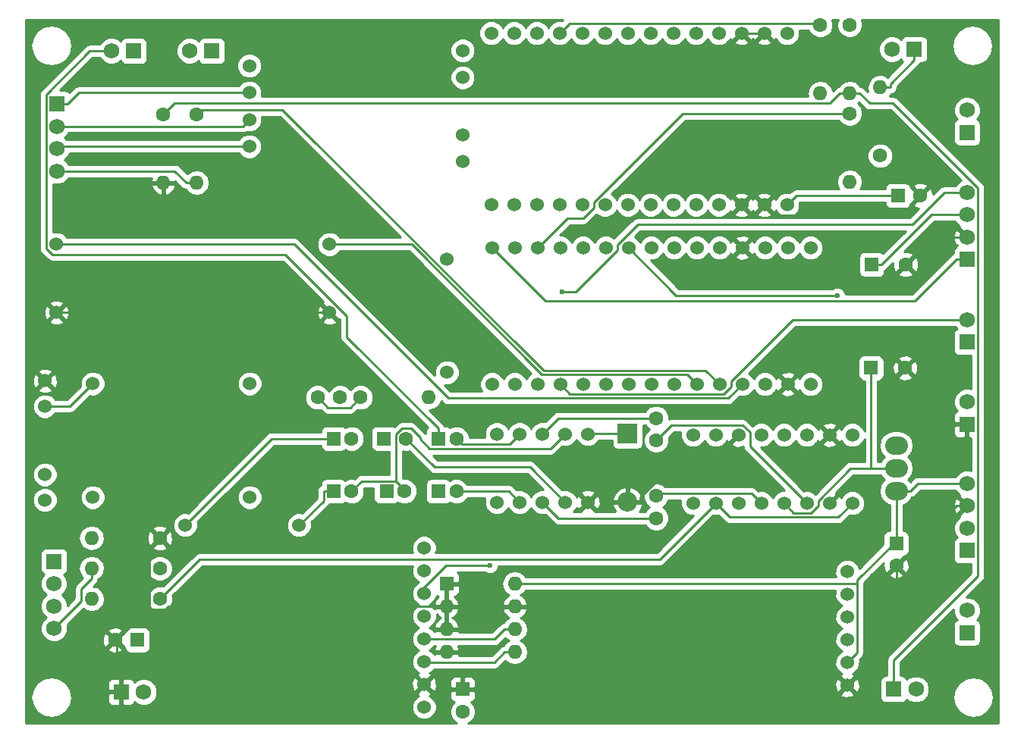
<source format=gbr>
G04 #@! TF.FileFunction,Copper,L1,Top,Signal*
%FSLAX46Y46*%
G04 Gerber Fmt 4.6, Leading zero omitted, Abs format (unit mm)*
G04 Created by KiCad (PCBNEW 4.0.6+dfsg1-1) date Sat Mar 17 17:33:15 2018*
%MOMM*%
%LPD*%
G01*
G04 APERTURE LIST*
%ADD10C,0.100000*%
%ADD11R,1.600000X1.600000*%
%ADD12C,1.600000*%
%ADD13O,2.540000X2.032000*%
%ADD14O,1.600000X1.600000*%
%ADD15R,1.750000X1.750000*%
%ADD16C,1.750000*%
%ADD17C,1.524000*%
%ADD18R,2.200000X2.200000*%
%ADD19O,2.200000X2.200000*%
%ADD20C,0.600000*%
%ADD21C,0.250000*%
%ADD22C,0.254000*%
G04 APERTURE END LIST*
D10*
D11*
X101500000Y-134100000D03*
D12*
X99000000Y-134100000D03*
D11*
X186200000Y-123300000D03*
D12*
X186200000Y-125800000D03*
D13*
X186200000Y-114900000D03*
X186200000Y-117440000D03*
X186200000Y-112360000D03*
D12*
X184400000Y-80000000D03*
D14*
X184400000Y-72380000D03*
D12*
X181000000Y-65400000D03*
D14*
X181000000Y-73020000D03*
D12*
X104400000Y-75400000D03*
D14*
X104400000Y-83020000D03*
D12*
X104000000Y-129500000D03*
D14*
X96380000Y-129500000D03*
D12*
X104000000Y-126100000D03*
D14*
X96380000Y-126100000D03*
D12*
X104000000Y-122700000D03*
D14*
X96380000Y-122700000D03*
D12*
X108100000Y-75400000D03*
D14*
X108100000Y-83020000D03*
D12*
X181000000Y-75300000D03*
D14*
X181000000Y-82920000D03*
D12*
X177700000Y-65400000D03*
D14*
X177700000Y-73020000D03*
D15*
X92200000Y-125300000D03*
D16*
X92200000Y-127800000D03*
X92200000Y-130300000D03*
X92200000Y-132800000D03*
D15*
X185900000Y-139600000D03*
D16*
X188400000Y-139600000D03*
D15*
X109800000Y-68300000D03*
D16*
X107300000Y-68300000D03*
D15*
X194100000Y-110000000D03*
D16*
X194100000Y-107500000D03*
D17*
X173670000Y-111190000D03*
X176210000Y-111190000D03*
X178750000Y-111190000D03*
X181290000Y-111190000D03*
X171130000Y-111190000D03*
X168590000Y-111190000D03*
X166050000Y-111190000D03*
X163510000Y-111190000D03*
X181290000Y-118810000D03*
X178750000Y-118810000D03*
X176210000Y-118810000D03*
X173670000Y-118810000D03*
X171130000Y-118810000D03*
X168590000Y-118810000D03*
X166050000Y-118810000D03*
X163510000Y-118810000D03*
D15*
X194100000Y-100800000D03*
D16*
X194100000Y-98300000D03*
D12*
X126400000Y-107000000D03*
D14*
X134020000Y-107000000D03*
D11*
X136000000Y-127800000D03*
D14*
X143620000Y-135420000D03*
X136000000Y-130340000D03*
X143620000Y-132880000D03*
X136000000Y-132880000D03*
X143620000Y-130340000D03*
X136000000Y-135420000D03*
X143620000Y-127800000D03*
D17*
X146700000Y-111090000D03*
X149240000Y-111090000D03*
X151780000Y-111090000D03*
X144160000Y-111090000D03*
X141620000Y-111090000D03*
X146700000Y-118710000D03*
X149240000Y-118710000D03*
X151780000Y-118710000D03*
X144160000Y-118710000D03*
X141620000Y-118710000D03*
D15*
X188200000Y-68100000D03*
D16*
X185700000Y-68100000D03*
D15*
X99700000Y-139900000D03*
D16*
X102200000Y-139900000D03*
D15*
X101100000Y-68300000D03*
D16*
X98600000Y-68300000D03*
D15*
X194100000Y-77400000D03*
D16*
X194100000Y-74900000D03*
D15*
X194100000Y-91600000D03*
D16*
X194100000Y-89100000D03*
X194100000Y-86600000D03*
X194100000Y-84100000D03*
D11*
X123400000Y-111600000D03*
D12*
X125400000Y-111600000D03*
X159400000Y-111800000D03*
X159400000Y-109300000D03*
X124100000Y-107000000D03*
X121600000Y-107000000D03*
X159400000Y-118000000D03*
X159400000Y-120500000D03*
D15*
X92500000Y-74200000D03*
D16*
X92500000Y-76700000D03*
X92500000Y-79200000D03*
X92500000Y-81700000D03*
D15*
X194100000Y-124100000D03*
D16*
X194100000Y-121600000D03*
X194100000Y-119100000D03*
X194100000Y-116600000D03*
D11*
X183400000Y-103700000D03*
D12*
X187200000Y-103700000D03*
D11*
X183450000Y-92150000D03*
D12*
X187250000Y-92150000D03*
D11*
X137800000Y-139600000D03*
D12*
X137800000Y-142100000D03*
D11*
X123400000Y-117500000D03*
D12*
X125400000Y-117500000D03*
D11*
X186400000Y-84450000D03*
D12*
X188900000Y-84450000D03*
D11*
X129000000Y-111600000D03*
D12*
X131500000Y-111600000D03*
D11*
X135100000Y-117500000D03*
D12*
X137100000Y-117500000D03*
D11*
X135100000Y-111600000D03*
D12*
X137100000Y-111600000D03*
D11*
X129300000Y-117500000D03*
D12*
X131300000Y-117500000D03*
D15*
X194100000Y-133300000D03*
D16*
X194100000Y-130800000D03*
D17*
X122940000Y-97510000D03*
X122940000Y-89890000D03*
X92460000Y-97510000D03*
X92460000Y-89890000D03*
X140990000Y-66298500D03*
X143530000Y-66298500D03*
X146070000Y-66298500D03*
X148610000Y-66298500D03*
X151150000Y-66298500D03*
X153690000Y-66298500D03*
X156230000Y-66298500D03*
X158770000Y-66298500D03*
X174010000Y-66298500D03*
X171470000Y-66298500D03*
X168930000Y-66298500D03*
X166390000Y-66298500D03*
X163850000Y-66298500D03*
X161310000Y-66298500D03*
X161310000Y-85501500D03*
X163850000Y-85501500D03*
X166390000Y-85501500D03*
X168930000Y-85501500D03*
X171470000Y-85501500D03*
X174010000Y-85501500D03*
X158770000Y-85501500D03*
X156230000Y-85501500D03*
X153690000Y-85501500D03*
X151150000Y-85501500D03*
X148610000Y-85501500D03*
X146070000Y-85501500D03*
X143530000Y-85501500D03*
X140990000Y-85501500D03*
X180734000Y-134070000D03*
X180734000Y-136610000D03*
X180734000Y-139150000D03*
X180734000Y-131530000D03*
X180734000Y-128990000D03*
X180734000Y-126450000D03*
X106830000Y-121270000D03*
X119530000Y-121270000D03*
X133500000Y-141590000D03*
X133500000Y-139050000D03*
X133500000Y-136510000D03*
X133500000Y-133970000D03*
X133500000Y-131430000D03*
X133500000Y-128890000D03*
X133500000Y-126350000D03*
X133500000Y-123810000D03*
X91170000Y-115610000D03*
X91170000Y-107990000D03*
X91170000Y-105145200D03*
X91170000Y-118454800D03*
X114030000Y-105450000D03*
X114030000Y-118150000D03*
X96504000Y-118150000D03*
X96504000Y-105450000D03*
X161390000Y-90280000D03*
X163930000Y-90280000D03*
X166470000Y-90280000D03*
X169010000Y-90280000D03*
X171550000Y-90280000D03*
X174090000Y-90280000D03*
X176630000Y-90280000D03*
X158850000Y-90280000D03*
X156310000Y-90280000D03*
X153770000Y-90280000D03*
X151230000Y-90280000D03*
X148690000Y-90280000D03*
X146150000Y-90280000D03*
X143610000Y-90280000D03*
X141070000Y-90280000D03*
X141070000Y-105520000D03*
X143610000Y-105520000D03*
X146150000Y-105520000D03*
X148690000Y-105520000D03*
X151230000Y-105520000D03*
X153770000Y-105520000D03*
X156310000Y-105520000D03*
X158850000Y-105520000D03*
X161390000Y-105520000D03*
X163930000Y-105520000D03*
X166470000Y-105520000D03*
X169010000Y-105520000D03*
X171550000Y-105520000D03*
X174090000Y-105520000D03*
X176630000Y-105520000D03*
X136050000Y-104200000D03*
X136050000Y-91600000D03*
X114000000Y-78950000D03*
X114000000Y-75950000D03*
X114000000Y-72950000D03*
X114000000Y-69950000D03*
X137800000Y-68250000D03*
X137800000Y-71250000D03*
X137800000Y-77650000D03*
X137800000Y-80650000D03*
D18*
X156200000Y-111050000D03*
D19*
X156200000Y-118670000D03*
D20*
X148889300Y-95188400D03*
X179642600Y-95600800D03*
X140847000Y-125791300D03*
D21*
X151820000Y-111050000D02*
X151780000Y-111090000D01*
X156200000Y-111050000D02*
X151820000Y-111050000D01*
X122940000Y-97510000D02*
X92460000Y-97510000D01*
X171470000Y-66298500D02*
X168930000Y-66298500D01*
X172577900Y-86609400D02*
X171470000Y-85501500D01*
X186740600Y-86609400D02*
X172577900Y-86609400D01*
X188900000Y-84450000D02*
X186740600Y-86609400D01*
X102828100Y-123871900D02*
X104000000Y-122700000D01*
X102828100Y-130677900D02*
X102828100Y-123871900D01*
X143620000Y-130340000D02*
X136000000Y-130340000D01*
X104622300Y-130677900D02*
X102828100Y-130677900D01*
X104960200Y-130340000D02*
X104622300Y-130677900D01*
X136000000Y-130340000D02*
X104960200Y-130340000D01*
X186200000Y-133684000D02*
X186200000Y-125800000D01*
X180734000Y-139150000D02*
X186200000Y-133684000D01*
X192900000Y-119100000D02*
X194100000Y-119100000D01*
X186200000Y-125800000D02*
X192900000Y-119100000D01*
X99700000Y-139900000D02*
X99700000Y-138699700D01*
X99000000Y-134100000D02*
X99162500Y-134100000D01*
X102584600Y-130677900D02*
X99162500Y-134100000D01*
X102828100Y-130677900D02*
X102584600Y-130677900D01*
X99162500Y-138162200D02*
X99700000Y-138699700D01*
X99162500Y-134100000D02*
X99162500Y-138162200D01*
X190300000Y-89100000D02*
X194100000Y-89100000D01*
X187250000Y-92150000D02*
X190300000Y-89100000D01*
X166174400Y-113605600D02*
X168590000Y-111190000D01*
X162155200Y-113605600D02*
X166174400Y-113605600D01*
X157625300Y-118135500D02*
X162155200Y-113605600D01*
X157625300Y-118670000D02*
X157625300Y-118135500D01*
X156200000Y-118670000D02*
X157625300Y-118670000D01*
X179720900Y-120379100D02*
X181290000Y-118810000D01*
X167619100Y-120379100D02*
X179720900Y-120379100D01*
X166050000Y-118810000D02*
X167619100Y-120379100D01*
X108420000Y-125080000D02*
X104000000Y-129500000D01*
X159780000Y-125080000D02*
X108420000Y-125080000D01*
X166050000Y-118810000D02*
X159780000Y-125080000D01*
X183450000Y-92150000D02*
X184575300Y-92150000D01*
X118978000Y-89890000D02*
X92460000Y-89890000D01*
X136174500Y-107086500D02*
X118978000Y-89890000D01*
X167443500Y-107086500D02*
X136174500Y-107086500D01*
X169010000Y-105520000D02*
X167443500Y-107086500D01*
X190125300Y-86600000D02*
X194100000Y-86600000D01*
X184575300Y-92150000D02*
X190125300Y-86600000D01*
X188635300Y-116600000D02*
X194100000Y-116600000D01*
X187795300Y-117440000D02*
X188635300Y-116600000D01*
X186200000Y-117440000D02*
X187795300Y-117440000D01*
X186200000Y-122737300D02*
X186200000Y-117440000D01*
X175061500Y-84450000D02*
X174010000Y-85501500D01*
X186400000Y-84450000D02*
X175061500Y-84450000D01*
X186200000Y-123300000D02*
X186200000Y-123018600D01*
X186200000Y-123018600D02*
X186200000Y-122737300D01*
X143620000Y-127800000D02*
X144745300Y-127800000D01*
X181823400Y-127800000D02*
X144745300Y-127800000D01*
X181823400Y-127395200D02*
X181823400Y-127800000D01*
X186200000Y-123018600D02*
X181823400Y-127395200D01*
X181823400Y-135520600D02*
X180734000Y-136610000D01*
X181823400Y-127800000D02*
X181823400Y-135520600D01*
X159677700Y-117722300D02*
X159400000Y-118000000D01*
X170042300Y-117722300D02*
X159677700Y-117722300D01*
X171130000Y-118810000D02*
X170042300Y-117722300D01*
X122274700Y-118525300D02*
X122274700Y-117500000D01*
X119530000Y-121270000D02*
X122274700Y-118525300D01*
X123400000Y-117500000D02*
X122274700Y-117500000D01*
X148490000Y-109300000D02*
X146700000Y-111090000D01*
X159400000Y-109300000D02*
X148490000Y-109300000D01*
X116500000Y-111600000D02*
X123400000Y-111600000D01*
X106830000Y-121270000D02*
X116500000Y-111600000D01*
X148490000Y-120500000D02*
X146700000Y-118710000D01*
X159400000Y-120500000D02*
X148490000Y-120500000D01*
X131300000Y-117267300D02*
X130369200Y-116336500D01*
X131300000Y-117500000D02*
X131300000Y-117267300D01*
X126563500Y-116336500D02*
X125400000Y-117500000D01*
X130369200Y-116336500D02*
X126563500Y-116336500D01*
X130369200Y-111138200D02*
X130369200Y-116336500D01*
X131036100Y-110471300D02*
X130369200Y-111138200D01*
X132050600Y-110471300D02*
X131036100Y-110471300D01*
X133036400Y-111457100D02*
X132050600Y-110471300D01*
X133036400Y-111655200D02*
X133036400Y-111457100D01*
X134114300Y-112733100D02*
X133036400Y-111655200D01*
X147596900Y-112733100D02*
X134114300Y-112733100D01*
X149240000Y-111090000D02*
X147596900Y-112733100D01*
X134679100Y-114779100D02*
X131500000Y-111600000D01*
X145309100Y-114779100D02*
X134679100Y-114779100D01*
X149240000Y-118710000D02*
X145309100Y-114779100D01*
X142950000Y-117500000D02*
X144160000Y-118710000D01*
X137100000Y-117500000D02*
X142950000Y-117500000D01*
X96184400Y-68300000D02*
X98600000Y-68300000D01*
X91299600Y-73184800D02*
X96184400Y-68300000D01*
X91299600Y-90341900D02*
X91299600Y-73184800D01*
X91995400Y-91037700D02*
X91299600Y-90341900D01*
X118018900Y-91037700D02*
X91995400Y-91037700D01*
X124873700Y-97892500D02*
X118018900Y-91037700D01*
X124873700Y-100248400D02*
X124873700Y-97892500D01*
X135100000Y-110474700D02*
X124873700Y-100248400D01*
X135100000Y-111600000D02*
X135100000Y-110474700D01*
X133573500Y-136583500D02*
X133500000Y-136510000D01*
X141331200Y-136583500D02*
X133573500Y-136583500D01*
X142494700Y-135420000D02*
X141331200Y-136583500D01*
X143620000Y-135420000D02*
X142494700Y-135420000D01*
X141369400Y-134005300D02*
X142494700Y-132880000D01*
X133535300Y-134005300D02*
X141369400Y-134005300D01*
X133500000Y-133970000D02*
X133535300Y-134005300D01*
X143620000Y-132880000D02*
X142494700Y-132880000D01*
X177499100Y-65199100D02*
X177700000Y-65400000D01*
X149709400Y-65199100D02*
X177499100Y-65199100D01*
X148610000Y-66298500D02*
X149709400Y-65199100D01*
X185525300Y-71975000D02*
X185525300Y-72380000D01*
X188200000Y-69300300D02*
X185525300Y-71975000D01*
X188200000Y-68100000D02*
X188200000Y-69300300D01*
X184400000Y-72380000D02*
X185525300Y-72380000D01*
X174667900Y-98300000D02*
X194100000Y-98300000D01*
X167740000Y-105227900D02*
X174667900Y-98300000D01*
X167740000Y-105820000D02*
X167740000Y-105227900D01*
X166945700Y-106614300D02*
X167740000Y-105820000D01*
X149784300Y-106614300D02*
X166945700Y-106614300D01*
X148690000Y-105520000D02*
X149784300Y-106614300D01*
X105654700Y-74145300D02*
X104400000Y-75400000D01*
X178749400Y-74145300D02*
X105654700Y-74145300D01*
X179874700Y-73020000D02*
X178749400Y-74145300D01*
X181000000Y-73020000D02*
X179874700Y-73020000D01*
X183250600Y-74145300D02*
X182125300Y-73020000D01*
X185855700Y-74145300D02*
X183250600Y-74145300D01*
X195317800Y-83607400D02*
X185855700Y-74145300D01*
X195317800Y-126906400D02*
X195317800Y-83607400D01*
X185900000Y-136324200D02*
X195317800Y-126906400D01*
X185900000Y-139600000D02*
X185900000Y-136324200D01*
X181000000Y-73020000D02*
X182125300Y-73020000D01*
X194100000Y-91600000D02*
X192899700Y-91600000D01*
X147016900Y-96226900D02*
X141070000Y-90280000D01*
X188272800Y-96226900D02*
X147016900Y-96226900D01*
X192899700Y-91600000D02*
X188272800Y-96226900D01*
X191557000Y-84100000D02*
X194100000Y-84100000D01*
X187983600Y-87673400D02*
X191557000Y-84100000D01*
X157326200Y-87673400D02*
X187983600Y-87673400D01*
X155040000Y-89959600D02*
X157326200Y-87673400D01*
X155040000Y-90556200D02*
X155040000Y-89959600D01*
X150407800Y-95188400D02*
X155040000Y-90556200D01*
X148889300Y-95188400D02*
X150407800Y-95188400D01*
X161630800Y-95600800D02*
X179642600Y-95600800D01*
X156310000Y-90280000D02*
X161630800Y-95600800D01*
X108653000Y-74847000D02*
X108100000Y-75400000D01*
X117696800Y-74847000D02*
X108653000Y-74847000D01*
X146832000Y-103982200D02*
X117696800Y-74847000D01*
X164932200Y-103982200D02*
X146832000Y-103982200D01*
X166470000Y-105520000D02*
X164932200Y-103982200D01*
X162353000Y-75300000D02*
X181000000Y-75300000D01*
X152420000Y-85233000D02*
X162353000Y-75300000D01*
X152420000Y-85777700D02*
X152420000Y-85233000D01*
X151251600Y-86946100D02*
X152420000Y-85777700D01*
X149483900Y-86946100D02*
X151251600Y-86946100D01*
X146150000Y-90280000D02*
X149483900Y-86946100D01*
X133500000Y-128237200D02*
X133500000Y-128890000D01*
X135945900Y-125791300D02*
X133500000Y-128237200D01*
X140847000Y-125791300D02*
X135945900Y-125791300D01*
X95254700Y-128350600D02*
X96380000Y-127225300D01*
X95254700Y-129745300D02*
X95254700Y-128350600D01*
X92200000Y-132800000D02*
X95254700Y-129745300D01*
X96380000Y-126100000D02*
X96380000Y-127225300D01*
X93964000Y-107990000D02*
X91170000Y-107990000D01*
X96504000Y-105450000D02*
X93964000Y-107990000D01*
X132102900Y-89890000D02*
X122940000Y-89890000D01*
X146645500Y-104432600D02*
X132102900Y-89890000D01*
X162842600Y-104432600D02*
X146645500Y-104432600D01*
X163930000Y-105520000D02*
X162842600Y-104432600D01*
X183400000Y-103700000D02*
X183400000Y-114900000D01*
X186200000Y-114900000D02*
X183400000Y-114900000D01*
X174761400Y-119901400D02*
X173670000Y-118810000D01*
X176680400Y-119901400D02*
X174761400Y-119901400D01*
X177480000Y-119101800D02*
X176680400Y-119901400D01*
X177480000Y-118533100D02*
X177480000Y-119101800D01*
X181113100Y-114900000D02*
X177480000Y-118533100D01*
X183400000Y-114900000D02*
X181113100Y-114900000D01*
X169860000Y-112460000D02*
X176210000Y-118810000D01*
X169860000Y-110893600D02*
X169860000Y-112460000D01*
X169055000Y-110088600D02*
X169860000Y-110893600D01*
X161111400Y-110088600D02*
X169055000Y-110088600D01*
X159400000Y-111800000D02*
X161111400Y-110088600D01*
X125241200Y-108158800D02*
X126400000Y-107000000D01*
X122758800Y-108158800D02*
X125241200Y-108158800D01*
X121600000Y-107000000D02*
X122758800Y-108158800D01*
X143066000Y-112184000D02*
X144160000Y-111090000D01*
X137684000Y-112184000D02*
X143066000Y-112184000D01*
X137100000Y-111600000D02*
X137684000Y-112184000D01*
X113250000Y-76700000D02*
X92500000Y-76700000D01*
X114000000Y-75950000D02*
X113250000Y-76700000D01*
X94950300Y-72950000D02*
X93700300Y-74200000D01*
X114000000Y-72950000D02*
X94950300Y-72950000D01*
X92500000Y-74200000D02*
X93700300Y-74200000D01*
X105654700Y-81700000D02*
X92500000Y-81700000D01*
X106974700Y-83020000D02*
X105654700Y-81700000D01*
X108100000Y-83020000D02*
X106974700Y-83020000D01*
X92750000Y-78950000D02*
X92500000Y-79200000D01*
X114000000Y-78950000D02*
X92750000Y-78950000D01*
D22*
G36*
X148919381Y-64914317D02*
X148889100Y-64901743D01*
X148333339Y-64901258D01*
X147819697Y-65113490D01*
X147426371Y-65506130D01*
X147340051Y-65714012D01*
X147255010Y-65508197D01*
X146862370Y-65114871D01*
X146349100Y-64901743D01*
X145793339Y-64901258D01*
X145279697Y-65113490D01*
X144886371Y-65506130D01*
X144800051Y-65714012D01*
X144715010Y-65508197D01*
X144322370Y-65114871D01*
X143809100Y-64901743D01*
X143253339Y-64901258D01*
X142739697Y-65113490D01*
X142346371Y-65506130D01*
X142260051Y-65714012D01*
X142175010Y-65508197D01*
X141782370Y-65114871D01*
X141269100Y-64901743D01*
X140713339Y-64901258D01*
X140199697Y-65113490D01*
X139806371Y-65506130D01*
X139593243Y-66019400D01*
X139592758Y-66575161D01*
X139804990Y-67088803D01*
X140197630Y-67482129D01*
X140710900Y-67695257D01*
X141266661Y-67695742D01*
X141780303Y-67483510D01*
X142173629Y-67090870D01*
X142259949Y-66882988D01*
X142344990Y-67088803D01*
X142737630Y-67482129D01*
X143250900Y-67695257D01*
X143806661Y-67695742D01*
X144320303Y-67483510D01*
X144713629Y-67090870D01*
X144799949Y-66882988D01*
X144884990Y-67088803D01*
X145277630Y-67482129D01*
X145790900Y-67695257D01*
X146346661Y-67695742D01*
X146860303Y-67483510D01*
X147253629Y-67090870D01*
X147339949Y-66882988D01*
X147424990Y-67088803D01*
X147817630Y-67482129D01*
X148330900Y-67695257D01*
X148886661Y-67695742D01*
X149400303Y-67483510D01*
X149793629Y-67090870D01*
X149879949Y-66882988D01*
X149964990Y-67088803D01*
X150357630Y-67482129D01*
X150870900Y-67695257D01*
X151426661Y-67695742D01*
X151940303Y-67483510D01*
X152333629Y-67090870D01*
X152419949Y-66882988D01*
X152504990Y-67088803D01*
X152897630Y-67482129D01*
X153410900Y-67695257D01*
X153966661Y-67695742D01*
X154480303Y-67483510D01*
X154873629Y-67090870D01*
X154959949Y-66882988D01*
X155044990Y-67088803D01*
X155437630Y-67482129D01*
X155950900Y-67695257D01*
X156506661Y-67695742D01*
X157020303Y-67483510D01*
X157413629Y-67090870D01*
X157499949Y-66882988D01*
X157584990Y-67088803D01*
X157977630Y-67482129D01*
X158490900Y-67695257D01*
X159046661Y-67695742D01*
X159560303Y-67483510D01*
X159953629Y-67090870D01*
X160039949Y-66882988D01*
X160124990Y-67088803D01*
X160517630Y-67482129D01*
X161030900Y-67695257D01*
X161586661Y-67695742D01*
X162100303Y-67483510D01*
X162493629Y-67090870D01*
X162579949Y-66882988D01*
X162664990Y-67088803D01*
X163057630Y-67482129D01*
X163570900Y-67695257D01*
X164126661Y-67695742D01*
X164640303Y-67483510D01*
X165033629Y-67090870D01*
X165119949Y-66882988D01*
X165204990Y-67088803D01*
X165597630Y-67482129D01*
X166110900Y-67695257D01*
X166666661Y-67695742D01*
X167180303Y-67483510D01*
X167385457Y-67278713D01*
X168129392Y-67278713D01*
X168198857Y-67520897D01*
X168722302Y-67707644D01*
X169277368Y-67679862D01*
X169661143Y-67520897D01*
X169730608Y-67278713D01*
X170669392Y-67278713D01*
X170738857Y-67520897D01*
X171262302Y-67707644D01*
X171817368Y-67679862D01*
X172201143Y-67520897D01*
X172270608Y-67278713D01*
X171470000Y-66478105D01*
X170669392Y-67278713D01*
X169730608Y-67278713D01*
X168930000Y-66478105D01*
X168129392Y-67278713D01*
X167385457Y-67278713D01*
X167573629Y-67090870D01*
X167653395Y-66898773D01*
X167707603Y-67029643D01*
X167949787Y-67099108D01*
X168750395Y-66298500D01*
X168736253Y-66284358D01*
X168915858Y-66104753D01*
X168930000Y-66118895D01*
X168944143Y-66104753D01*
X169123748Y-66284358D01*
X169109605Y-66298500D01*
X169910213Y-67099108D01*
X170152397Y-67029643D01*
X170196453Y-66906156D01*
X170247603Y-67029643D01*
X170489787Y-67099108D01*
X171290395Y-66298500D01*
X171276253Y-66284358D01*
X171455858Y-66104753D01*
X171470000Y-66118895D01*
X171484143Y-66104753D01*
X171663748Y-66284358D01*
X171649605Y-66298500D01*
X172450213Y-67099108D01*
X172692397Y-67029643D01*
X172742509Y-66889182D01*
X172824990Y-67088803D01*
X173217630Y-67482129D01*
X173730900Y-67695257D01*
X174286661Y-67695742D01*
X174800303Y-67483510D01*
X175193629Y-67090870D01*
X175406757Y-66577600D01*
X175407242Y-66021839D01*
X175381319Y-65959100D01*
X176378344Y-65959100D01*
X176482757Y-66211800D01*
X176886077Y-66615824D01*
X177413309Y-66834750D01*
X177984187Y-66835248D01*
X178511800Y-66617243D01*
X178915824Y-66213923D01*
X179134750Y-65686691D01*
X179135248Y-65115813D01*
X179008889Y-64810000D01*
X179691195Y-64810000D01*
X179565250Y-65113309D01*
X179564752Y-65684187D01*
X179782757Y-66211800D01*
X180186077Y-66615824D01*
X180713309Y-66834750D01*
X181284187Y-66835248D01*
X181811800Y-66617243D01*
X182215824Y-66213923D01*
X182434750Y-65686691D01*
X182435248Y-65115813D01*
X182308889Y-64810000D01*
X197590000Y-64810000D01*
X197590000Y-143390000D01*
X138435714Y-143390000D01*
X138611800Y-143317243D01*
X139015824Y-142913923D01*
X139234750Y-142386691D01*
X139235248Y-141815813D01*
X139017243Y-141288200D01*
X138753317Y-141023813D01*
X138959699Y-140938327D01*
X139138327Y-140759698D01*
X139235000Y-140526309D01*
X139235000Y-140130213D01*
X179933392Y-140130213D01*
X180002857Y-140372397D01*
X180526302Y-140559144D01*
X181081368Y-140531362D01*
X181465143Y-140372397D01*
X181534608Y-140130213D01*
X180734000Y-139329605D01*
X179933392Y-140130213D01*
X139235000Y-140130213D01*
X139235000Y-139885750D01*
X139076250Y-139727000D01*
X137927000Y-139727000D01*
X137927000Y-139747000D01*
X137673000Y-139747000D01*
X137673000Y-139727000D01*
X136523750Y-139727000D01*
X136365000Y-139885750D01*
X136365000Y-140526309D01*
X136461673Y-140759698D01*
X136640301Y-140938327D01*
X136846835Y-141023876D01*
X136584176Y-141286077D01*
X136365250Y-141813309D01*
X136364752Y-142384187D01*
X136582757Y-142911800D01*
X136986077Y-143315824D01*
X137164713Y-143390000D01*
X89010000Y-143390000D01*
X89010000Y-140500000D01*
X89590000Y-140500000D01*
X89765838Y-141383999D01*
X90266583Y-142133417D01*
X91016001Y-142634162D01*
X91900000Y-142810000D01*
X92783999Y-142634162D01*
X93533417Y-142133417D01*
X93711657Y-141866661D01*
X132102758Y-141866661D01*
X132314990Y-142380303D01*
X132707630Y-142773629D01*
X133220900Y-142986757D01*
X133776661Y-142987242D01*
X134290303Y-142775010D01*
X134683629Y-142382370D01*
X134896757Y-141869100D01*
X134897242Y-141313339D01*
X134685010Y-140799697D01*
X134292370Y-140406371D01*
X134100273Y-140326605D01*
X134231143Y-140272397D01*
X134300608Y-140030213D01*
X133500000Y-139229605D01*
X132699392Y-140030213D01*
X132768857Y-140272397D01*
X132909318Y-140322509D01*
X132709697Y-140404990D01*
X132316371Y-140797630D01*
X132103243Y-141310900D01*
X132102758Y-141866661D01*
X93711657Y-141866661D01*
X94034162Y-141383999D01*
X94210000Y-140500000D01*
X94147492Y-140185750D01*
X98190000Y-140185750D01*
X98190000Y-140901310D01*
X98286673Y-141134699D01*
X98465302Y-141313327D01*
X98698691Y-141410000D01*
X99414250Y-141410000D01*
X99573000Y-141251250D01*
X99573000Y-140027000D01*
X98348750Y-140027000D01*
X98190000Y-140185750D01*
X94147492Y-140185750D01*
X94034162Y-139616001D01*
X93554871Y-138898690D01*
X98190000Y-138898690D01*
X98190000Y-139614250D01*
X98348750Y-139773000D01*
X99573000Y-139773000D01*
X99573000Y-138548750D01*
X99827000Y-138548750D01*
X99827000Y-139773000D01*
X99847000Y-139773000D01*
X99847000Y-140027000D01*
X99827000Y-140027000D01*
X99827000Y-141251250D01*
X99985750Y-141410000D01*
X100701309Y-141410000D01*
X100934698Y-141313327D01*
X101113327Y-141134699D01*
X101167760Y-141003286D01*
X101343537Y-141179370D01*
X101898325Y-141409738D01*
X102499040Y-141410262D01*
X103054229Y-141180862D01*
X103479370Y-140756463D01*
X103709738Y-140201675D01*
X103710262Y-139600960D01*
X103480862Y-139045771D01*
X103277749Y-138842302D01*
X132090856Y-138842302D01*
X132118638Y-139397368D01*
X132277603Y-139781143D01*
X132519787Y-139850608D01*
X133320395Y-139050000D01*
X133679605Y-139050000D01*
X134480213Y-139850608D01*
X134722397Y-139781143D01*
X134909144Y-139257698D01*
X134881362Y-138702632D01*
X134869375Y-138673691D01*
X136365000Y-138673691D01*
X136365000Y-139314250D01*
X136523750Y-139473000D01*
X137673000Y-139473000D01*
X137673000Y-138323750D01*
X137927000Y-138323750D01*
X137927000Y-139473000D01*
X139076250Y-139473000D01*
X139235000Y-139314250D01*
X139235000Y-138942302D01*
X179324856Y-138942302D01*
X179352638Y-139497368D01*
X179511603Y-139881143D01*
X179753787Y-139950608D01*
X180554395Y-139150000D01*
X180913605Y-139150000D01*
X181714213Y-139950608D01*
X181956397Y-139881143D01*
X182143144Y-139357698D01*
X182115362Y-138802632D01*
X181956397Y-138418857D01*
X181714213Y-138349392D01*
X180913605Y-139150000D01*
X180554395Y-139150000D01*
X179753787Y-138349392D01*
X179511603Y-138418857D01*
X179324856Y-138942302D01*
X139235000Y-138942302D01*
X139235000Y-138673691D01*
X139138327Y-138440302D01*
X138959699Y-138261673D01*
X138726310Y-138165000D01*
X138085750Y-138165000D01*
X137927000Y-138323750D01*
X137673000Y-138323750D01*
X137514250Y-138165000D01*
X136873690Y-138165000D01*
X136640301Y-138261673D01*
X136461673Y-138440302D01*
X136365000Y-138673691D01*
X134869375Y-138673691D01*
X134722397Y-138318857D01*
X134480213Y-138249392D01*
X133679605Y-139050000D01*
X133320395Y-139050000D01*
X132519787Y-138249392D01*
X132277603Y-138318857D01*
X132090856Y-138842302D01*
X103277749Y-138842302D01*
X103056463Y-138620630D01*
X102501675Y-138390262D01*
X101900960Y-138389738D01*
X101345771Y-138619138D01*
X101167797Y-138796802D01*
X101113327Y-138665301D01*
X100934698Y-138486673D01*
X100701309Y-138390000D01*
X99985750Y-138390000D01*
X99827000Y-138548750D01*
X99573000Y-138548750D01*
X99414250Y-138390000D01*
X98698691Y-138390000D01*
X98465302Y-138486673D01*
X98286673Y-138665301D01*
X98190000Y-138898690D01*
X93554871Y-138898690D01*
X93533417Y-138866583D01*
X92783999Y-138365838D01*
X91900000Y-138190000D01*
X91016001Y-138365838D01*
X90266583Y-138866583D01*
X89765838Y-139616001D01*
X89590000Y-140500000D01*
X89010000Y-140500000D01*
X89010000Y-135107745D01*
X98171861Y-135107745D01*
X98245995Y-135353864D01*
X98783223Y-135546965D01*
X99353454Y-135519778D01*
X99754005Y-135353864D01*
X99828139Y-135107745D01*
X99000000Y-134279605D01*
X98171861Y-135107745D01*
X89010000Y-135107745D01*
X89010000Y-124425000D01*
X90677560Y-124425000D01*
X90677560Y-126175000D01*
X90721838Y-126410317D01*
X90860910Y-126626441D01*
X91073110Y-126771431D01*
X91089676Y-126774786D01*
X90920630Y-126943537D01*
X90690262Y-127498325D01*
X90689738Y-128099040D01*
X90919138Y-128654229D01*
X91314536Y-129050318D01*
X90920630Y-129443537D01*
X90690262Y-129998325D01*
X90689738Y-130599040D01*
X90919138Y-131154229D01*
X91314536Y-131550318D01*
X90920630Y-131943537D01*
X90690262Y-132498325D01*
X90689738Y-133099040D01*
X90919138Y-133654229D01*
X91343537Y-134079370D01*
X91898325Y-134309738D01*
X92499040Y-134310262D01*
X93054229Y-134080862D01*
X93252213Y-133883223D01*
X97553035Y-133883223D01*
X97580222Y-134453454D01*
X97746136Y-134854005D01*
X97992255Y-134928139D01*
X98820395Y-134100000D01*
X99179605Y-134100000D01*
X100007745Y-134928139D01*
X100055167Y-134913855D01*
X100096838Y-135135317D01*
X100235910Y-135351441D01*
X100448110Y-135496431D01*
X100700000Y-135547440D01*
X102300000Y-135547440D01*
X102535317Y-135503162D01*
X102751441Y-135364090D01*
X102896431Y-135151890D01*
X102947440Y-134900000D01*
X102947440Y-133300000D01*
X102903162Y-133064683D01*
X102764090Y-132848559D01*
X102551890Y-132703569D01*
X102300000Y-132652560D01*
X100700000Y-132652560D01*
X100464683Y-132696838D01*
X100248559Y-132835910D01*
X100103569Y-133048110D01*
X100055354Y-133286201D01*
X100007745Y-133271861D01*
X99179605Y-134100000D01*
X98820395Y-134100000D01*
X97992255Y-133271861D01*
X97746136Y-133345995D01*
X97553035Y-133883223D01*
X93252213Y-133883223D01*
X93479370Y-133656463D01*
X93709738Y-133101675D01*
X93709746Y-133092255D01*
X98171861Y-133092255D01*
X99000000Y-133920395D01*
X99828139Y-133092255D01*
X99754005Y-132846136D01*
X99216777Y-132653035D01*
X98646546Y-132680222D01*
X98245995Y-132846136D01*
X98171861Y-133092255D01*
X93709746Y-133092255D01*
X93710262Y-132500960D01*
X93670375Y-132404427D01*
X95470817Y-130603985D01*
X95802736Y-130825767D01*
X96351887Y-130935000D01*
X96408113Y-130935000D01*
X96957264Y-130825767D01*
X97422811Y-130514698D01*
X97733880Y-130049151D01*
X97843113Y-129500000D01*
X97733880Y-128950849D01*
X97422811Y-128485302D01*
X96957264Y-128174233D01*
X96580760Y-128099342D01*
X96917401Y-127762701D01*
X97082148Y-127516139D01*
X97122022Y-127315679D01*
X97422811Y-127114698D01*
X97733880Y-126649151D01*
X97786584Y-126384187D01*
X102564752Y-126384187D01*
X102782757Y-126911800D01*
X103186077Y-127315824D01*
X103713309Y-127534750D01*
X104284187Y-127535248D01*
X104811800Y-127317243D01*
X105215824Y-126913923D01*
X105434750Y-126386691D01*
X105435248Y-125815813D01*
X105217243Y-125288200D01*
X104813923Y-124884176D01*
X104286691Y-124665250D01*
X103715813Y-124664752D01*
X103188200Y-124882757D01*
X102784176Y-125286077D01*
X102565250Y-125813309D01*
X102564752Y-126384187D01*
X97786584Y-126384187D01*
X97843113Y-126100000D01*
X97733880Y-125550849D01*
X97422811Y-125085302D01*
X96957264Y-124774233D01*
X96408113Y-124665000D01*
X96351887Y-124665000D01*
X95802736Y-124774233D01*
X95337189Y-125085302D01*
X95026120Y-125550849D01*
X94916887Y-126100000D01*
X95026120Y-126649151D01*
X95337189Y-127114698D01*
X95384313Y-127146185D01*
X94717299Y-127813199D01*
X94552552Y-128059761D01*
X94494700Y-128350600D01*
X94494700Y-129430498D01*
X93710075Y-130215123D01*
X93710262Y-130000960D01*
X93480862Y-129445771D01*
X93085464Y-129049682D01*
X93479370Y-128656463D01*
X93709738Y-128101675D01*
X93710262Y-127500960D01*
X93480862Y-126945771D01*
X93312283Y-126776897D01*
X93526441Y-126639090D01*
X93671431Y-126426890D01*
X93722440Y-126175000D01*
X93722440Y-124425000D01*
X93678162Y-124189683D01*
X93539090Y-123973559D01*
X93326890Y-123828569D01*
X93075000Y-123777560D01*
X91325000Y-123777560D01*
X91089683Y-123821838D01*
X90873559Y-123960910D01*
X90728569Y-124173110D01*
X90677560Y-124425000D01*
X89010000Y-124425000D01*
X89010000Y-122700000D01*
X94916887Y-122700000D01*
X95026120Y-123249151D01*
X95337189Y-123714698D01*
X95802736Y-124025767D01*
X96351887Y-124135000D01*
X96408113Y-124135000D01*
X96957264Y-124025767D01*
X97422811Y-123714698D01*
X97427456Y-123707745D01*
X103171861Y-123707745D01*
X103245995Y-123953864D01*
X103783223Y-124146965D01*
X104353454Y-124119778D01*
X104754005Y-123953864D01*
X104828139Y-123707745D01*
X104000000Y-122879605D01*
X103171861Y-123707745D01*
X97427456Y-123707745D01*
X97733880Y-123249151D01*
X97843113Y-122700000D01*
X97799994Y-122483223D01*
X102553035Y-122483223D01*
X102580222Y-123053454D01*
X102746136Y-123454005D01*
X102992255Y-123528139D01*
X103820395Y-122700000D01*
X104179605Y-122700000D01*
X105007745Y-123528139D01*
X105253864Y-123454005D01*
X105446965Y-122916777D01*
X105419778Y-122346546D01*
X105253864Y-121945995D01*
X105007745Y-121871861D01*
X104179605Y-122700000D01*
X103820395Y-122700000D01*
X102992255Y-121871861D01*
X102746136Y-121945995D01*
X102553035Y-122483223D01*
X97799994Y-122483223D01*
X97733880Y-122150849D01*
X97427457Y-121692255D01*
X103171861Y-121692255D01*
X104000000Y-122520395D01*
X104828139Y-121692255D01*
X104784285Y-121546661D01*
X105432758Y-121546661D01*
X105644990Y-122060303D01*
X106037630Y-122453629D01*
X106550900Y-122666757D01*
X107106661Y-122667242D01*
X107620303Y-122455010D01*
X108013629Y-122062370D01*
X108226757Y-121549100D01*
X108227242Y-120993339D01*
X108213857Y-120960945D01*
X110748141Y-118426661D01*
X112632758Y-118426661D01*
X112844990Y-118940303D01*
X113237630Y-119333629D01*
X113750900Y-119546757D01*
X114306661Y-119547242D01*
X114820303Y-119335010D01*
X115213629Y-118942370D01*
X115426757Y-118429100D01*
X115427242Y-117873339D01*
X115215010Y-117359697D01*
X114822370Y-116966371D01*
X114309100Y-116753243D01*
X113753339Y-116752758D01*
X113239697Y-116964990D01*
X112846371Y-117357630D01*
X112633243Y-117870900D01*
X112632758Y-118426661D01*
X110748141Y-118426661D01*
X116814802Y-112360000D01*
X121952560Y-112360000D01*
X121952560Y-112400000D01*
X121996838Y-112635317D01*
X122135910Y-112851441D01*
X122348110Y-112996431D01*
X122600000Y-113047440D01*
X124200000Y-113047440D01*
X124435317Y-113003162D01*
X124651441Y-112864090D01*
X124662685Y-112847634D01*
X125113309Y-113034750D01*
X125684187Y-113035248D01*
X126211800Y-112817243D01*
X126615824Y-112413923D01*
X126834750Y-111886691D01*
X126835248Y-111315813D01*
X126617243Y-110788200D01*
X126213923Y-110384176D01*
X125686691Y-110165250D01*
X125115813Y-110164752D01*
X124665534Y-110350803D01*
X124664090Y-110348559D01*
X124451890Y-110203569D01*
X124200000Y-110152560D01*
X122600000Y-110152560D01*
X122364683Y-110196838D01*
X122148559Y-110335910D01*
X122003569Y-110548110D01*
X121952560Y-110800000D01*
X121952560Y-110840000D01*
X116500000Y-110840000D01*
X116209161Y-110897852D01*
X115962599Y-111062599D01*
X107139381Y-119885817D01*
X107109100Y-119873243D01*
X106553339Y-119872758D01*
X106039697Y-120084990D01*
X105646371Y-120477630D01*
X105433243Y-120990900D01*
X105432758Y-121546661D01*
X104784285Y-121546661D01*
X104754005Y-121446136D01*
X104216777Y-121253035D01*
X103646546Y-121280222D01*
X103245995Y-121446136D01*
X103171861Y-121692255D01*
X97427457Y-121692255D01*
X97422811Y-121685302D01*
X96957264Y-121374233D01*
X96408113Y-121265000D01*
X96351887Y-121265000D01*
X95802736Y-121374233D01*
X95337189Y-121685302D01*
X95026120Y-122150849D01*
X94916887Y-122700000D01*
X89010000Y-122700000D01*
X89010000Y-118731461D01*
X89772758Y-118731461D01*
X89984990Y-119245103D01*
X90377630Y-119638429D01*
X90890900Y-119851557D01*
X91446661Y-119852042D01*
X91960303Y-119639810D01*
X92353629Y-119247170D01*
X92566757Y-118733900D01*
X92567025Y-118426661D01*
X95106758Y-118426661D01*
X95318990Y-118940303D01*
X95711630Y-119333629D01*
X96224900Y-119546757D01*
X96780661Y-119547242D01*
X97294303Y-119335010D01*
X97687629Y-118942370D01*
X97900757Y-118429100D01*
X97901242Y-117873339D01*
X97689010Y-117359697D01*
X97296370Y-116966371D01*
X96783100Y-116753243D01*
X96227339Y-116752758D01*
X95713697Y-116964990D01*
X95320371Y-117357630D01*
X95107243Y-117870900D01*
X95106758Y-118426661D01*
X92567025Y-118426661D01*
X92567242Y-118178139D01*
X92355010Y-117664497D01*
X91962370Y-117271171D01*
X91449100Y-117058043D01*
X90893339Y-117057558D01*
X90379697Y-117269790D01*
X89986371Y-117662430D01*
X89773243Y-118175700D01*
X89772758Y-118731461D01*
X89010000Y-118731461D01*
X89010000Y-115886661D01*
X89772758Y-115886661D01*
X89984990Y-116400303D01*
X90377630Y-116793629D01*
X90890900Y-117006757D01*
X91446661Y-117007242D01*
X91960303Y-116795010D01*
X92353629Y-116402370D01*
X92566757Y-115889100D01*
X92567242Y-115333339D01*
X92355010Y-114819697D01*
X91962370Y-114426371D01*
X91449100Y-114213243D01*
X90893339Y-114212758D01*
X90379697Y-114424990D01*
X89986371Y-114817630D01*
X89773243Y-115330900D01*
X89772758Y-115886661D01*
X89010000Y-115886661D01*
X89010000Y-108266661D01*
X89772758Y-108266661D01*
X89984990Y-108780303D01*
X90377630Y-109173629D01*
X90890900Y-109386757D01*
X91446661Y-109387242D01*
X91960303Y-109175010D01*
X92353629Y-108782370D01*
X92367070Y-108750000D01*
X93964000Y-108750000D01*
X94254839Y-108692148D01*
X94501401Y-108527401D01*
X95744615Y-107284187D01*
X120164752Y-107284187D01*
X120382757Y-107811800D01*
X120786077Y-108215824D01*
X121313309Y-108434750D01*
X121884187Y-108435248D01*
X121938149Y-108412951D01*
X122221399Y-108696201D01*
X122467961Y-108860948D01*
X122758800Y-108918800D01*
X125241200Y-108918800D01*
X125532039Y-108860948D01*
X125778601Y-108696201D01*
X126061546Y-108413256D01*
X126113309Y-108434750D01*
X126684187Y-108435248D01*
X127211800Y-108217243D01*
X127615824Y-107813923D01*
X127834750Y-107286691D01*
X127835248Y-106715813D01*
X127617243Y-106188200D01*
X127213923Y-105784176D01*
X126686691Y-105565250D01*
X126115813Y-105564752D01*
X125588200Y-105782757D01*
X125249764Y-106120603D01*
X124913923Y-105784176D01*
X124386691Y-105565250D01*
X123815813Y-105564752D01*
X123288200Y-105782757D01*
X122884176Y-106186077D01*
X122850187Y-106267931D01*
X122817243Y-106188200D01*
X122413923Y-105784176D01*
X121886691Y-105565250D01*
X121315813Y-105564752D01*
X120788200Y-105782757D01*
X120384176Y-106186077D01*
X120165250Y-106713309D01*
X120164752Y-107284187D01*
X95744615Y-107284187D01*
X96194619Y-106834183D01*
X96224900Y-106846757D01*
X96780661Y-106847242D01*
X97294303Y-106635010D01*
X97687629Y-106242370D01*
X97900757Y-105729100D01*
X97900759Y-105726661D01*
X112632758Y-105726661D01*
X112844990Y-106240303D01*
X113237630Y-106633629D01*
X113750900Y-106846757D01*
X114306661Y-106847242D01*
X114820303Y-106635010D01*
X115213629Y-106242370D01*
X115426757Y-105729100D01*
X115427242Y-105173339D01*
X115215010Y-104659697D01*
X114822370Y-104266371D01*
X114309100Y-104053243D01*
X113753339Y-104052758D01*
X113239697Y-104264990D01*
X112846371Y-104657630D01*
X112633243Y-105170900D01*
X112632758Y-105726661D01*
X97900759Y-105726661D01*
X97901242Y-105173339D01*
X97689010Y-104659697D01*
X97296370Y-104266371D01*
X96783100Y-104053243D01*
X96227339Y-104052758D01*
X95713697Y-104264990D01*
X95320371Y-104657630D01*
X95107243Y-105170900D01*
X95106758Y-105726661D01*
X95120143Y-105759055D01*
X93649198Y-107230000D01*
X92367531Y-107230000D01*
X92355010Y-107199697D01*
X91962370Y-106806371D01*
X91449100Y-106593243D01*
X90893339Y-106592758D01*
X90379697Y-106804990D01*
X89986371Y-107197630D01*
X89773243Y-107710900D01*
X89772758Y-108266661D01*
X89010000Y-108266661D01*
X89010000Y-106125413D01*
X90369392Y-106125413D01*
X90438857Y-106367597D01*
X90962302Y-106554344D01*
X91517368Y-106526562D01*
X91901143Y-106367597D01*
X91970608Y-106125413D01*
X91170000Y-105324805D01*
X90369392Y-106125413D01*
X89010000Y-106125413D01*
X89010000Y-104937502D01*
X89760856Y-104937502D01*
X89788638Y-105492568D01*
X89947603Y-105876343D01*
X90189787Y-105945808D01*
X90990395Y-105145200D01*
X91349605Y-105145200D01*
X92150213Y-105945808D01*
X92392397Y-105876343D01*
X92579144Y-105352898D01*
X92551362Y-104797832D01*
X92392397Y-104414057D01*
X92150213Y-104344592D01*
X91349605Y-105145200D01*
X90990395Y-105145200D01*
X90189787Y-104344592D01*
X89947603Y-104414057D01*
X89760856Y-104937502D01*
X89010000Y-104937502D01*
X89010000Y-104164987D01*
X90369392Y-104164987D01*
X91170000Y-104965595D01*
X91970608Y-104164987D01*
X91901143Y-103922803D01*
X91377698Y-103736056D01*
X90822632Y-103763838D01*
X90438857Y-103922803D01*
X90369392Y-104164987D01*
X89010000Y-104164987D01*
X89010000Y-98490213D01*
X91659392Y-98490213D01*
X91728857Y-98732397D01*
X92252302Y-98919144D01*
X92807368Y-98891362D01*
X93191143Y-98732397D01*
X93260608Y-98490213D01*
X122139392Y-98490213D01*
X122208857Y-98732397D01*
X122732302Y-98919144D01*
X123287368Y-98891362D01*
X123671143Y-98732397D01*
X123740608Y-98490213D01*
X122940000Y-97689605D01*
X122139392Y-98490213D01*
X93260608Y-98490213D01*
X92460000Y-97689605D01*
X91659392Y-98490213D01*
X89010000Y-98490213D01*
X89010000Y-97302302D01*
X91050856Y-97302302D01*
X91078638Y-97857368D01*
X91237603Y-98241143D01*
X91479787Y-98310608D01*
X92280395Y-97510000D01*
X92639605Y-97510000D01*
X93440213Y-98310608D01*
X93682397Y-98241143D01*
X93869144Y-97717698D01*
X93848353Y-97302302D01*
X121530856Y-97302302D01*
X121558638Y-97857368D01*
X121717603Y-98241143D01*
X121959787Y-98310608D01*
X122760395Y-97510000D01*
X121959787Y-96709392D01*
X121717603Y-96778857D01*
X121530856Y-97302302D01*
X93848353Y-97302302D01*
X93841362Y-97162632D01*
X93682397Y-96778857D01*
X93440213Y-96709392D01*
X92639605Y-97510000D01*
X92280395Y-97510000D01*
X91479787Y-96709392D01*
X91237603Y-96778857D01*
X91050856Y-97302302D01*
X89010000Y-97302302D01*
X89010000Y-96529787D01*
X91659392Y-96529787D01*
X92460000Y-97330395D01*
X93260608Y-96529787D01*
X93191143Y-96287603D01*
X92667698Y-96100856D01*
X92112632Y-96128638D01*
X91728857Y-96287603D01*
X91659392Y-96529787D01*
X89010000Y-96529787D01*
X89010000Y-73184800D01*
X90539600Y-73184800D01*
X90539600Y-90341900D01*
X90597452Y-90632739D01*
X90762199Y-90879301D01*
X91457999Y-91575101D01*
X91704561Y-91739848D01*
X91995400Y-91797700D01*
X117704098Y-91797700D01*
X122205546Y-96299148D01*
X122139392Y-96529787D01*
X122940000Y-97330395D01*
X122954143Y-97316253D01*
X123133748Y-97495858D01*
X123119605Y-97510000D01*
X123920213Y-98310608D01*
X124113700Y-98255111D01*
X124113700Y-100248400D01*
X124171552Y-100539239D01*
X124336299Y-100785801D01*
X133871589Y-110321091D01*
X133848559Y-110335910D01*
X133703569Y-110548110D01*
X133652560Y-110800000D01*
X133652560Y-111037571D01*
X133573801Y-110919699D01*
X132588001Y-109933899D01*
X132341439Y-109769152D01*
X132050600Y-109711300D01*
X131036100Y-109711300D01*
X130745261Y-109769152D01*
X130498699Y-109933899D01*
X130157125Y-110275473D01*
X130051890Y-110203569D01*
X129800000Y-110152560D01*
X128200000Y-110152560D01*
X127964683Y-110196838D01*
X127748559Y-110335910D01*
X127603569Y-110548110D01*
X127552560Y-110800000D01*
X127552560Y-112400000D01*
X127596838Y-112635317D01*
X127735910Y-112851441D01*
X127948110Y-112996431D01*
X128200000Y-113047440D01*
X129609200Y-113047440D01*
X129609200Y-115576500D01*
X126563500Y-115576500D01*
X126320914Y-115624754D01*
X126272660Y-115634352D01*
X126026099Y-115799099D01*
X125738454Y-116086744D01*
X125686691Y-116065250D01*
X125115813Y-116064752D01*
X124665534Y-116250803D01*
X124664090Y-116248559D01*
X124451890Y-116103569D01*
X124200000Y-116052560D01*
X122600000Y-116052560D01*
X122364683Y-116096838D01*
X122148559Y-116235910D01*
X122003569Y-116448110D01*
X121952560Y-116700000D01*
X121952560Y-116818767D01*
X121737299Y-116962599D01*
X121572552Y-117209161D01*
X121514700Y-117500000D01*
X121514700Y-118210498D01*
X119839381Y-119885817D01*
X119809100Y-119873243D01*
X119253339Y-119872758D01*
X118739697Y-120084990D01*
X118346371Y-120477630D01*
X118133243Y-120990900D01*
X118132758Y-121546661D01*
X118344990Y-122060303D01*
X118737630Y-122453629D01*
X119250900Y-122666757D01*
X119806661Y-122667242D01*
X120320303Y-122455010D01*
X120713629Y-122062370D01*
X120926757Y-121549100D01*
X120927242Y-120993339D01*
X120913857Y-120960945D01*
X122812101Y-119062701D01*
X122889116Y-118947440D01*
X124200000Y-118947440D01*
X124435317Y-118903162D01*
X124651441Y-118764090D01*
X124662685Y-118747634D01*
X125113309Y-118934750D01*
X125684187Y-118935248D01*
X126211800Y-118717243D01*
X126615824Y-118313923D01*
X126834750Y-117786691D01*
X126835248Y-117215813D01*
X126812951Y-117161851D01*
X126878302Y-117096500D01*
X127852560Y-117096500D01*
X127852560Y-118300000D01*
X127896838Y-118535317D01*
X128035910Y-118751441D01*
X128248110Y-118896431D01*
X128500000Y-118947440D01*
X130100000Y-118947440D01*
X130335317Y-118903162D01*
X130551441Y-118764090D01*
X130562685Y-118747634D01*
X131013309Y-118934750D01*
X131584187Y-118935248D01*
X132111800Y-118717243D01*
X132515824Y-118313923D01*
X132734750Y-117786691D01*
X132735248Y-117215813D01*
X132517243Y-116688200D01*
X132113923Y-116284176D01*
X131586691Y-116065250D01*
X131172391Y-116064889D01*
X131129200Y-116021698D01*
X131129200Y-112999825D01*
X131213309Y-113034750D01*
X131784187Y-113035248D01*
X131838149Y-113012951D01*
X134141699Y-115316501D01*
X134388260Y-115481248D01*
X134679100Y-115539100D01*
X144994298Y-115539100D01*
X146768257Y-117313059D01*
X146423339Y-117312758D01*
X145909697Y-117524990D01*
X145516371Y-117917630D01*
X145430051Y-118125512D01*
X145345010Y-117919697D01*
X144952370Y-117526371D01*
X144439100Y-117313243D01*
X143883339Y-117312758D01*
X143850945Y-117326143D01*
X143487401Y-116962599D01*
X143240839Y-116797852D01*
X142950000Y-116740000D01*
X138338646Y-116740000D01*
X138317243Y-116688200D01*
X137913923Y-116284176D01*
X137386691Y-116065250D01*
X136815813Y-116064752D01*
X136365534Y-116250803D01*
X136364090Y-116248559D01*
X136151890Y-116103569D01*
X135900000Y-116052560D01*
X134300000Y-116052560D01*
X134064683Y-116096838D01*
X133848559Y-116235910D01*
X133703569Y-116448110D01*
X133652560Y-116700000D01*
X133652560Y-118300000D01*
X133696838Y-118535317D01*
X133835910Y-118751441D01*
X134048110Y-118896431D01*
X134300000Y-118947440D01*
X135900000Y-118947440D01*
X136135317Y-118903162D01*
X136351441Y-118764090D01*
X136362685Y-118747634D01*
X136813309Y-118934750D01*
X137384187Y-118935248D01*
X137911800Y-118717243D01*
X138315824Y-118313923D01*
X138338215Y-118260000D01*
X140294207Y-118260000D01*
X140223243Y-118430900D01*
X140222758Y-118986661D01*
X140434990Y-119500303D01*
X140827630Y-119893629D01*
X141340900Y-120106757D01*
X141896661Y-120107242D01*
X142410303Y-119895010D01*
X142803629Y-119502370D01*
X142889949Y-119294488D01*
X142974990Y-119500303D01*
X143367630Y-119893629D01*
X143880900Y-120106757D01*
X144436661Y-120107242D01*
X144950303Y-119895010D01*
X145343629Y-119502370D01*
X145429949Y-119294488D01*
X145514990Y-119500303D01*
X145907630Y-119893629D01*
X146420900Y-120106757D01*
X146976661Y-120107242D01*
X147009055Y-120093857D01*
X147952599Y-121037401D01*
X148199160Y-121202148D01*
X148490000Y-121260000D01*
X158161354Y-121260000D01*
X158182757Y-121311800D01*
X158586077Y-121715824D01*
X159113309Y-121934750D01*
X159684187Y-121935248D01*
X160211800Y-121717243D01*
X160615824Y-121313923D01*
X160834750Y-120786691D01*
X160835248Y-120215813D01*
X160617243Y-119688200D01*
X160213923Y-119284176D01*
X160132069Y-119250187D01*
X160211800Y-119217243D01*
X160615824Y-118813923D01*
X160753526Y-118482300D01*
X162133423Y-118482300D01*
X162113243Y-118530900D01*
X162112758Y-119086661D01*
X162324990Y-119600303D01*
X162717630Y-119993629D01*
X163230900Y-120206757D01*
X163578138Y-120207060D01*
X159465198Y-124320000D01*
X134800879Y-124320000D01*
X134896757Y-124089100D01*
X134897242Y-123533339D01*
X134685010Y-123019697D01*
X134292370Y-122626371D01*
X133779100Y-122413243D01*
X133223339Y-122412758D01*
X132709697Y-122624990D01*
X132316371Y-123017630D01*
X132103243Y-123530900D01*
X132102758Y-124086661D01*
X132199171Y-124320000D01*
X108420000Y-124320000D01*
X108129161Y-124377852D01*
X107882599Y-124542599D01*
X104338454Y-128086744D01*
X104286691Y-128065250D01*
X103715813Y-128064752D01*
X103188200Y-128282757D01*
X102784176Y-128686077D01*
X102565250Y-129213309D01*
X102564752Y-129784187D01*
X102782757Y-130311800D01*
X103186077Y-130715824D01*
X103713309Y-130934750D01*
X104284187Y-130935248D01*
X104811800Y-130717243D01*
X105215824Y-130313923D01*
X105434750Y-129786691D01*
X105435248Y-129215813D01*
X105412951Y-129161851D01*
X108734802Y-125840000D01*
X132199121Y-125840000D01*
X132103243Y-126070900D01*
X132102758Y-126626661D01*
X132314990Y-127140303D01*
X132707630Y-127533629D01*
X132915512Y-127619949D01*
X132709697Y-127704990D01*
X132316371Y-128097630D01*
X132103243Y-128610900D01*
X132102758Y-129166661D01*
X132314990Y-129680303D01*
X132707630Y-130073629D01*
X132915512Y-130159949D01*
X132709697Y-130244990D01*
X132316371Y-130637630D01*
X132103243Y-131150900D01*
X132102758Y-131706661D01*
X132314990Y-132220303D01*
X132707630Y-132613629D01*
X132915512Y-132699949D01*
X132709697Y-132784990D01*
X132316371Y-133177630D01*
X132103243Y-133690900D01*
X132102758Y-134246661D01*
X132314990Y-134760303D01*
X132707630Y-135153629D01*
X132915512Y-135239949D01*
X132709697Y-135324990D01*
X132316371Y-135717630D01*
X132103243Y-136230900D01*
X132102758Y-136786661D01*
X132314990Y-137300303D01*
X132707630Y-137693629D01*
X132899727Y-137773395D01*
X132768857Y-137827603D01*
X132699392Y-138069787D01*
X133500000Y-138870395D01*
X134300608Y-138069787D01*
X134231143Y-137827603D01*
X134090682Y-137777491D01*
X134290303Y-137695010D01*
X134642427Y-137343500D01*
X141331200Y-137343500D01*
X141622039Y-137285648D01*
X141868601Y-137120901D01*
X142568223Y-136421279D01*
X142577189Y-136434698D01*
X143042736Y-136745767D01*
X143591887Y-136855000D01*
X143648113Y-136855000D01*
X144197264Y-136745767D01*
X144662811Y-136434698D01*
X144973880Y-135969151D01*
X145083113Y-135420000D01*
X144973880Y-134870849D01*
X144662811Y-134405302D01*
X144280725Y-134150000D01*
X144662811Y-133894698D01*
X144973880Y-133429151D01*
X145083113Y-132880000D01*
X144973880Y-132330849D01*
X144662811Y-131865302D01*
X144258297Y-131595014D01*
X144475134Y-131492389D01*
X144851041Y-131077423D01*
X145011904Y-130689039D01*
X144889915Y-130467000D01*
X143747000Y-130467000D01*
X143747000Y-130487000D01*
X143493000Y-130487000D01*
X143493000Y-130467000D01*
X142350085Y-130467000D01*
X142228096Y-130689039D01*
X142388959Y-131077423D01*
X142764866Y-131492389D01*
X142981703Y-131595014D01*
X142577189Y-131865302D01*
X142393563Y-132140118D01*
X142203861Y-132177852D01*
X141957299Y-132342599D01*
X141054598Y-133245300D01*
X137385169Y-133245300D01*
X137391904Y-133229039D01*
X137269915Y-133007000D01*
X136127000Y-133007000D01*
X136127000Y-133027000D01*
X135873000Y-133027000D01*
X135873000Y-133007000D01*
X134730085Y-133007000D01*
X134652885Y-133147516D01*
X134292370Y-132786371D01*
X134084488Y-132700051D01*
X134290303Y-132615010D01*
X134683629Y-132222370D01*
X134896757Y-131709100D01*
X134897185Y-131218972D01*
X135144866Y-131492389D01*
X135393367Y-131610000D01*
X135144866Y-131727611D01*
X134768959Y-132142577D01*
X134608096Y-132530961D01*
X134730085Y-132753000D01*
X135873000Y-132753000D01*
X135873000Y-130467000D01*
X136127000Y-130467000D01*
X136127000Y-132753000D01*
X137269915Y-132753000D01*
X137391904Y-132530961D01*
X137231041Y-132142577D01*
X136855134Y-131727611D01*
X136606633Y-131610000D01*
X136855134Y-131492389D01*
X137231041Y-131077423D01*
X137391904Y-130689039D01*
X137269915Y-130467000D01*
X136127000Y-130467000D01*
X135873000Y-130467000D01*
X134730085Y-130467000D01*
X134652885Y-130607516D01*
X134292370Y-130246371D01*
X134084488Y-130160051D01*
X134290303Y-130075010D01*
X134683629Y-129682370D01*
X134896757Y-129169100D01*
X134896763Y-129161714D01*
X135073691Y-129235000D01*
X135101938Y-129235000D01*
X134768959Y-129602577D01*
X134608096Y-129990961D01*
X134730085Y-130213000D01*
X135873000Y-130213000D01*
X135873000Y-127927000D01*
X136127000Y-127927000D01*
X136127000Y-130213000D01*
X137269915Y-130213000D01*
X137391904Y-129990961D01*
X137231041Y-129602577D01*
X136898062Y-129235000D01*
X136926309Y-129235000D01*
X137159698Y-129138327D01*
X137338327Y-128959699D01*
X137435000Y-128726310D01*
X137435000Y-128085750D01*
X137276250Y-127927000D01*
X136127000Y-127927000D01*
X135873000Y-127927000D01*
X135853000Y-127927000D01*
X135853000Y-127673000D01*
X135873000Y-127673000D01*
X135873000Y-127653000D01*
X136127000Y-127653000D01*
X136127000Y-127673000D01*
X137276250Y-127673000D01*
X137435000Y-127514250D01*
X137435000Y-126873690D01*
X137338327Y-126640301D01*
X137249326Y-126551300D01*
X140284537Y-126551300D01*
X140316673Y-126583492D01*
X140660201Y-126726138D01*
X141032167Y-126726462D01*
X141375943Y-126584417D01*
X141639192Y-126321627D01*
X141781838Y-125978099D01*
X141781958Y-125840000D01*
X159780000Y-125840000D01*
X160070839Y-125782148D01*
X160317401Y-125617401D01*
X165740619Y-120194183D01*
X165770900Y-120206757D01*
X166326661Y-120207242D01*
X166359055Y-120193857D01*
X167081699Y-120916502D01*
X167262639Y-121037401D01*
X167328261Y-121081248D01*
X167619100Y-121139100D01*
X179720900Y-121139100D01*
X180011739Y-121081248D01*
X180258301Y-120916501D01*
X180980619Y-120194183D01*
X181010900Y-120206757D01*
X181566661Y-120207242D01*
X182080303Y-119995010D01*
X182473629Y-119602370D01*
X182686757Y-119089100D01*
X182687242Y-118533339D01*
X182475010Y-118019697D01*
X182082370Y-117626371D01*
X181569100Y-117413243D01*
X181013339Y-117412758D01*
X180499697Y-117624990D01*
X180106371Y-118017630D01*
X180026605Y-118209727D01*
X179972397Y-118078857D01*
X179730213Y-118009392D01*
X178929605Y-118810000D01*
X178943748Y-118824143D01*
X178764143Y-119003748D01*
X178750000Y-118989605D01*
X178735858Y-119003748D01*
X178556253Y-118824143D01*
X178570395Y-118810000D01*
X178556253Y-118795858D01*
X178735858Y-118616253D01*
X178750000Y-118630395D01*
X179550608Y-117829787D01*
X179485413Y-117602489D01*
X181427902Y-115660000D01*
X184469008Y-115660000D01*
X184741246Y-116067433D01*
X184894748Y-116170000D01*
X184741246Y-116272567D01*
X184383354Y-116808190D01*
X184257679Y-117440000D01*
X184383354Y-118071810D01*
X184741246Y-118607433D01*
X185276869Y-118965325D01*
X185440000Y-118997774D01*
X185440000Y-121852560D01*
X185400000Y-121852560D01*
X185164683Y-121896838D01*
X184948559Y-122035910D01*
X184803569Y-122248110D01*
X184752560Y-122500000D01*
X184752560Y-123391238D01*
X182084232Y-126059566D01*
X181919010Y-125659697D01*
X181526370Y-125266371D01*
X181013100Y-125053243D01*
X180457339Y-125052758D01*
X179943697Y-125264990D01*
X179550371Y-125657630D01*
X179337243Y-126170900D01*
X179336758Y-126726661D01*
X179466227Y-127040000D01*
X144832995Y-127040000D01*
X144662811Y-126785302D01*
X144197264Y-126474233D01*
X143648113Y-126365000D01*
X143591887Y-126365000D01*
X143042736Y-126474233D01*
X142577189Y-126785302D01*
X142266120Y-127250849D01*
X142156887Y-127800000D01*
X142266120Y-128349151D01*
X142577189Y-128814698D01*
X142981703Y-129084986D01*
X142764866Y-129187611D01*
X142388959Y-129602577D01*
X142228096Y-129990961D01*
X142350085Y-130213000D01*
X143493000Y-130213000D01*
X143493000Y-130193000D01*
X143747000Y-130193000D01*
X143747000Y-130213000D01*
X144889915Y-130213000D01*
X145011904Y-129990961D01*
X144851041Y-129602577D01*
X144475134Y-129187611D01*
X144258297Y-129084986D01*
X144662811Y-128814698D01*
X144832995Y-128560000D01*
X179399902Y-128560000D01*
X179337243Y-128710900D01*
X179336758Y-129266661D01*
X179548990Y-129780303D01*
X179941630Y-130173629D01*
X180149512Y-130259949D01*
X179943697Y-130344990D01*
X179550371Y-130737630D01*
X179337243Y-131250900D01*
X179336758Y-131806661D01*
X179548990Y-132320303D01*
X179941630Y-132713629D01*
X180149512Y-132799949D01*
X179943697Y-132884990D01*
X179550371Y-133277630D01*
X179337243Y-133790900D01*
X179336758Y-134346661D01*
X179548990Y-134860303D01*
X179941630Y-135253629D01*
X180149512Y-135339949D01*
X179943697Y-135424990D01*
X179550371Y-135817630D01*
X179337243Y-136330900D01*
X179336758Y-136886661D01*
X179548990Y-137400303D01*
X179941630Y-137793629D01*
X180133727Y-137873395D01*
X180002857Y-137927603D01*
X179933392Y-138169787D01*
X180734000Y-138970395D01*
X181534608Y-138169787D01*
X181465143Y-137927603D01*
X181324682Y-137877491D01*
X181524303Y-137795010D01*
X181917629Y-137402370D01*
X182130757Y-136889100D01*
X182131242Y-136333339D01*
X182117857Y-136300945D01*
X182360801Y-136058001D01*
X182525548Y-135811440D01*
X182583400Y-135520600D01*
X182583400Y-127710002D01*
X183485657Y-126807745D01*
X185371861Y-126807745D01*
X185445995Y-127053864D01*
X185983223Y-127246965D01*
X186553454Y-127219778D01*
X186954005Y-127053864D01*
X187028139Y-126807745D01*
X186200000Y-125979605D01*
X185371861Y-126807745D01*
X183485657Y-126807745D01*
X184777083Y-125516319D01*
X184753035Y-125583223D01*
X184780222Y-126153454D01*
X184946136Y-126554005D01*
X185192255Y-126628139D01*
X186020395Y-125800000D01*
X186379605Y-125800000D01*
X187207745Y-126628139D01*
X187453864Y-126554005D01*
X187646965Y-126016777D01*
X187619778Y-125446546D01*
X187453864Y-125045995D01*
X187207745Y-124971861D01*
X186379605Y-125800000D01*
X186020395Y-125800000D01*
X186006252Y-125785858D01*
X186185858Y-125606252D01*
X186200000Y-125620395D01*
X187028139Y-124792255D01*
X187013855Y-124744833D01*
X187235317Y-124703162D01*
X187451441Y-124564090D01*
X187596431Y-124351890D01*
X187647440Y-124100000D01*
X187647440Y-122500000D01*
X187603162Y-122264683D01*
X187464090Y-122048559D01*
X187251890Y-121903569D01*
X187000000Y-121852560D01*
X186960000Y-121852560D01*
X186960000Y-118997774D01*
X187123131Y-118965325D01*
X187272819Y-118865306D01*
X192578410Y-118865306D01*
X192604421Y-119465458D01*
X192784047Y-119899116D01*
X193037940Y-119982455D01*
X193920395Y-119100000D01*
X193037940Y-118217545D01*
X192784047Y-118300884D01*
X192578410Y-118865306D01*
X187272819Y-118865306D01*
X187658754Y-118607433D01*
X187951791Y-118168872D01*
X188086139Y-118142148D01*
X188332701Y-117977401D01*
X188950102Y-117360000D01*
X192780203Y-117360000D01*
X192819138Y-117454229D01*
X193243537Y-117879370D01*
X193266469Y-117888892D01*
X193217545Y-118037940D01*
X194100000Y-118920395D01*
X194114143Y-118906253D01*
X194293748Y-119085858D01*
X194279605Y-119100000D01*
X194293748Y-119114143D01*
X194114143Y-119293748D01*
X194100000Y-119279605D01*
X193217545Y-120162060D01*
X193266318Y-120310648D01*
X193245771Y-120319138D01*
X192820630Y-120743537D01*
X192590262Y-121298325D01*
X192589738Y-121899040D01*
X192819138Y-122454229D01*
X192987717Y-122623103D01*
X192773559Y-122760910D01*
X192628569Y-122973110D01*
X192577560Y-123225000D01*
X192577560Y-124975000D01*
X192621838Y-125210317D01*
X192760910Y-125426441D01*
X192973110Y-125571431D01*
X193225000Y-125622440D01*
X194557800Y-125622440D01*
X194557800Y-126591598D01*
X185362599Y-135786799D01*
X185197852Y-136033361D01*
X185140000Y-136324200D01*
X185140000Y-138077560D01*
X185025000Y-138077560D01*
X184789683Y-138121838D01*
X184573559Y-138260910D01*
X184428569Y-138473110D01*
X184377560Y-138725000D01*
X184377560Y-140475000D01*
X184421838Y-140710317D01*
X184560910Y-140926441D01*
X184773110Y-141071431D01*
X185025000Y-141122440D01*
X186775000Y-141122440D01*
X187010317Y-141078162D01*
X187226441Y-140939090D01*
X187371431Y-140726890D01*
X187374786Y-140710324D01*
X187543537Y-140879370D01*
X188098325Y-141109738D01*
X188699040Y-141110262D01*
X189254229Y-140880862D01*
X189635756Y-140500000D01*
X192490000Y-140500000D01*
X192665838Y-141383999D01*
X193166583Y-142133417D01*
X193916001Y-142634162D01*
X194800000Y-142810000D01*
X195683999Y-142634162D01*
X196433417Y-142133417D01*
X196934162Y-141383999D01*
X197110000Y-140500000D01*
X196934162Y-139616001D01*
X196433417Y-138866583D01*
X195683999Y-138365838D01*
X194800000Y-138190000D01*
X193916001Y-138365838D01*
X193166583Y-138866583D01*
X192665838Y-139616001D01*
X192490000Y-140500000D01*
X189635756Y-140500000D01*
X189679370Y-140456463D01*
X189909738Y-139901675D01*
X189910262Y-139300960D01*
X189680862Y-138745771D01*
X189256463Y-138320630D01*
X188701675Y-138090262D01*
X188100960Y-138089738D01*
X187545771Y-138319138D01*
X187376897Y-138487717D01*
X187239090Y-138273559D01*
X187026890Y-138128569D01*
X186775000Y-138077560D01*
X186660000Y-138077560D01*
X186660000Y-136639002D01*
X192590078Y-130708924D01*
X192589738Y-131099040D01*
X192819138Y-131654229D01*
X192987717Y-131823103D01*
X192773559Y-131960910D01*
X192628569Y-132173110D01*
X192577560Y-132425000D01*
X192577560Y-134175000D01*
X192621838Y-134410317D01*
X192760910Y-134626441D01*
X192973110Y-134771431D01*
X193225000Y-134822440D01*
X194975000Y-134822440D01*
X195210317Y-134778162D01*
X195426441Y-134639090D01*
X195571431Y-134426890D01*
X195622440Y-134175000D01*
X195622440Y-132425000D01*
X195578162Y-132189683D01*
X195439090Y-131973559D01*
X195226890Y-131828569D01*
X195210324Y-131825214D01*
X195379370Y-131656463D01*
X195609738Y-131101675D01*
X195610262Y-130500960D01*
X195380862Y-129945771D01*
X194956463Y-129520630D01*
X194401675Y-129290262D01*
X194009082Y-129289920D01*
X195855201Y-127443801D01*
X195986722Y-127246965D01*
X196019948Y-127197239D01*
X196077800Y-126906400D01*
X196077800Y-83607400D01*
X196019948Y-83316561D01*
X195855201Y-83069999D01*
X189310202Y-76525000D01*
X192577560Y-76525000D01*
X192577560Y-78275000D01*
X192621838Y-78510317D01*
X192760910Y-78726441D01*
X192973110Y-78871431D01*
X193225000Y-78922440D01*
X194975000Y-78922440D01*
X195210317Y-78878162D01*
X195426441Y-78739090D01*
X195571431Y-78526890D01*
X195622440Y-78275000D01*
X195622440Y-76525000D01*
X195578162Y-76289683D01*
X195439090Y-76073559D01*
X195226890Y-75928569D01*
X195210324Y-75925214D01*
X195379370Y-75756463D01*
X195609738Y-75201675D01*
X195610262Y-74600960D01*
X195380862Y-74045771D01*
X194956463Y-73620630D01*
X194401675Y-73390262D01*
X193800960Y-73389738D01*
X193245771Y-73619138D01*
X192820630Y-74043537D01*
X192590262Y-74598325D01*
X192589738Y-75199040D01*
X192819138Y-75754229D01*
X192987717Y-75923103D01*
X192773559Y-76060910D01*
X192628569Y-76273110D01*
X192577560Y-76525000D01*
X189310202Y-76525000D01*
X186393101Y-73607899D01*
X186146539Y-73443152D01*
X185855700Y-73385300D01*
X185439762Y-73385300D01*
X185615679Y-73122022D01*
X185816139Y-73082148D01*
X186062701Y-72917401D01*
X186227448Y-72670839D01*
X186285300Y-72380000D01*
X186285300Y-72289802D01*
X188737401Y-69837701D01*
X188881233Y-69622440D01*
X189075000Y-69622440D01*
X189310317Y-69578162D01*
X189526441Y-69439090D01*
X189671431Y-69226890D01*
X189722440Y-68975000D01*
X189722440Y-67700000D01*
X192390000Y-67700000D01*
X192565838Y-68583999D01*
X193066583Y-69333417D01*
X193816001Y-69834162D01*
X194700000Y-70010000D01*
X195583999Y-69834162D01*
X196333417Y-69333417D01*
X196834162Y-68583999D01*
X197010000Y-67700000D01*
X196834162Y-66816001D01*
X196333417Y-66066583D01*
X195583999Y-65565838D01*
X194700000Y-65390000D01*
X193816001Y-65565838D01*
X193066583Y-66066583D01*
X192565838Y-66816001D01*
X192390000Y-67700000D01*
X189722440Y-67700000D01*
X189722440Y-67225000D01*
X189678162Y-66989683D01*
X189539090Y-66773559D01*
X189326890Y-66628569D01*
X189075000Y-66577560D01*
X187325000Y-66577560D01*
X187089683Y-66621838D01*
X186873559Y-66760910D01*
X186728569Y-66973110D01*
X186725214Y-66989676D01*
X186556463Y-66820630D01*
X186001675Y-66590262D01*
X185400960Y-66589738D01*
X184845771Y-66819138D01*
X184420630Y-67243537D01*
X184190262Y-67798325D01*
X184189738Y-68399040D01*
X184419138Y-68954229D01*
X184843537Y-69379370D01*
X185398325Y-69609738D01*
X185999040Y-69610262D01*
X186554229Y-69380862D01*
X186723103Y-69212283D01*
X186860910Y-69426441D01*
X186942981Y-69482517D01*
X185219042Y-71206456D01*
X184949151Y-71026120D01*
X184400000Y-70916887D01*
X183850849Y-71026120D01*
X183385302Y-71337189D01*
X183074233Y-71802736D01*
X182965000Y-72351887D01*
X182965000Y-72408113D01*
X183058557Y-72878455D01*
X182662701Y-72482599D01*
X182416139Y-72317852D01*
X182215679Y-72277978D01*
X182014698Y-71977189D01*
X181549151Y-71666120D01*
X181000000Y-71556887D01*
X180450849Y-71666120D01*
X179985302Y-71977189D01*
X179784321Y-72277978D01*
X179583861Y-72317852D01*
X179337299Y-72482599D01*
X179084067Y-72735831D01*
X179025767Y-72442736D01*
X178714698Y-71977189D01*
X178249151Y-71666120D01*
X177700000Y-71556887D01*
X177150849Y-71666120D01*
X176685302Y-71977189D01*
X176374233Y-72442736D01*
X176265000Y-72991887D01*
X176265000Y-73048113D01*
X176332071Y-73385300D01*
X115331897Y-73385300D01*
X115396757Y-73229100D01*
X115397242Y-72673339D01*
X115185010Y-72159697D01*
X114792370Y-71766371D01*
X114279100Y-71553243D01*
X113723339Y-71552758D01*
X113209697Y-71764990D01*
X112816371Y-72157630D01*
X112802930Y-72190000D01*
X94950300Y-72190000D01*
X94659461Y-72247852D01*
X94412899Y-72412599D01*
X93883274Y-72942224D01*
X93839090Y-72873559D01*
X93626890Y-72728569D01*
X93375000Y-72677560D01*
X92881642Y-72677560D01*
X94032541Y-71526661D01*
X136402758Y-71526661D01*
X136614990Y-72040303D01*
X137007630Y-72433629D01*
X137520900Y-72646757D01*
X138076661Y-72647242D01*
X138590303Y-72435010D01*
X138983629Y-72042370D01*
X139196757Y-71529100D01*
X139197242Y-70973339D01*
X138985010Y-70459697D01*
X138592370Y-70066371D01*
X138079100Y-69853243D01*
X137523339Y-69852758D01*
X137009697Y-70064990D01*
X136616371Y-70457630D01*
X136403243Y-70970900D01*
X136402758Y-71526661D01*
X94032541Y-71526661D01*
X95332541Y-70226661D01*
X112602758Y-70226661D01*
X112814990Y-70740303D01*
X113207630Y-71133629D01*
X113720900Y-71346757D01*
X114276661Y-71347242D01*
X114790303Y-71135010D01*
X115183629Y-70742370D01*
X115396757Y-70229100D01*
X115397242Y-69673339D01*
X115185010Y-69159697D01*
X114792370Y-68766371D01*
X114279100Y-68553243D01*
X113723339Y-68552758D01*
X113209697Y-68764990D01*
X112816371Y-69157630D01*
X112603243Y-69670900D01*
X112602758Y-70226661D01*
X95332541Y-70226661D01*
X96499202Y-69060000D01*
X97280203Y-69060000D01*
X97319138Y-69154229D01*
X97743537Y-69579370D01*
X98298325Y-69809738D01*
X98899040Y-69810262D01*
X99454229Y-69580862D01*
X99623103Y-69412283D01*
X99760910Y-69626441D01*
X99973110Y-69771431D01*
X100225000Y-69822440D01*
X101975000Y-69822440D01*
X102210317Y-69778162D01*
X102426441Y-69639090D01*
X102571431Y-69426890D01*
X102622440Y-69175000D01*
X102622440Y-68599040D01*
X105789738Y-68599040D01*
X106019138Y-69154229D01*
X106443537Y-69579370D01*
X106998325Y-69809738D01*
X107599040Y-69810262D01*
X108154229Y-69580862D01*
X108323103Y-69412283D01*
X108460910Y-69626441D01*
X108673110Y-69771431D01*
X108925000Y-69822440D01*
X110675000Y-69822440D01*
X110910317Y-69778162D01*
X111126441Y-69639090D01*
X111271431Y-69426890D01*
X111322440Y-69175000D01*
X111322440Y-68526661D01*
X136402758Y-68526661D01*
X136614990Y-69040303D01*
X137007630Y-69433629D01*
X137520900Y-69646757D01*
X138076661Y-69647242D01*
X138590303Y-69435010D01*
X138983629Y-69042370D01*
X139196757Y-68529100D01*
X139197242Y-67973339D01*
X138985010Y-67459697D01*
X138592370Y-67066371D01*
X138079100Y-66853243D01*
X137523339Y-66852758D01*
X137009697Y-67064990D01*
X136616371Y-67457630D01*
X136403243Y-67970900D01*
X136402758Y-68526661D01*
X111322440Y-68526661D01*
X111322440Y-67425000D01*
X111278162Y-67189683D01*
X111139090Y-66973559D01*
X110926890Y-66828569D01*
X110675000Y-66777560D01*
X108925000Y-66777560D01*
X108689683Y-66821838D01*
X108473559Y-66960910D01*
X108328569Y-67173110D01*
X108325214Y-67189676D01*
X108156463Y-67020630D01*
X107601675Y-66790262D01*
X107000960Y-66789738D01*
X106445771Y-67019138D01*
X106020630Y-67443537D01*
X105790262Y-67998325D01*
X105789738Y-68599040D01*
X102622440Y-68599040D01*
X102622440Y-67425000D01*
X102578162Y-67189683D01*
X102439090Y-66973559D01*
X102226890Y-66828569D01*
X101975000Y-66777560D01*
X100225000Y-66777560D01*
X99989683Y-66821838D01*
X99773559Y-66960910D01*
X99628569Y-67173110D01*
X99625214Y-67189676D01*
X99456463Y-67020630D01*
X98901675Y-66790262D01*
X98300960Y-66789738D01*
X97745771Y-67019138D01*
X97320630Y-67443537D01*
X97280575Y-67540000D01*
X96184400Y-67540000D01*
X95941814Y-67588254D01*
X95893560Y-67597852D01*
X95646999Y-67762599D01*
X90762199Y-72647399D01*
X90597452Y-72893961D01*
X90539600Y-73184800D01*
X89010000Y-73184800D01*
X89010000Y-67700000D01*
X89590000Y-67700000D01*
X89765838Y-68583999D01*
X90266583Y-69333417D01*
X91016001Y-69834162D01*
X91900000Y-70010000D01*
X92783999Y-69834162D01*
X93533417Y-69333417D01*
X94034162Y-68583999D01*
X94210000Y-67700000D01*
X94034162Y-66816001D01*
X93533417Y-66066583D01*
X92783999Y-65565838D01*
X91900000Y-65390000D01*
X91016001Y-65565838D01*
X90266583Y-66066583D01*
X89765838Y-66816001D01*
X89590000Y-67700000D01*
X89010000Y-67700000D01*
X89010000Y-64810000D01*
X149023698Y-64810000D01*
X148919381Y-64914317D01*
X148919381Y-64914317D01*
G37*
X148919381Y-64914317D02*
X148889100Y-64901743D01*
X148333339Y-64901258D01*
X147819697Y-65113490D01*
X147426371Y-65506130D01*
X147340051Y-65714012D01*
X147255010Y-65508197D01*
X146862370Y-65114871D01*
X146349100Y-64901743D01*
X145793339Y-64901258D01*
X145279697Y-65113490D01*
X144886371Y-65506130D01*
X144800051Y-65714012D01*
X144715010Y-65508197D01*
X144322370Y-65114871D01*
X143809100Y-64901743D01*
X143253339Y-64901258D01*
X142739697Y-65113490D01*
X142346371Y-65506130D01*
X142260051Y-65714012D01*
X142175010Y-65508197D01*
X141782370Y-65114871D01*
X141269100Y-64901743D01*
X140713339Y-64901258D01*
X140199697Y-65113490D01*
X139806371Y-65506130D01*
X139593243Y-66019400D01*
X139592758Y-66575161D01*
X139804990Y-67088803D01*
X140197630Y-67482129D01*
X140710900Y-67695257D01*
X141266661Y-67695742D01*
X141780303Y-67483510D01*
X142173629Y-67090870D01*
X142259949Y-66882988D01*
X142344990Y-67088803D01*
X142737630Y-67482129D01*
X143250900Y-67695257D01*
X143806661Y-67695742D01*
X144320303Y-67483510D01*
X144713629Y-67090870D01*
X144799949Y-66882988D01*
X144884990Y-67088803D01*
X145277630Y-67482129D01*
X145790900Y-67695257D01*
X146346661Y-67695742D01*
X146860303Y-67483510D01*
X147253629Y-67090870D01*
X147339949Y-66882988D01*
X147424990Y-67088803D01*
X147817630Y-67482129D01*
X148330900Y-67695257D01*
X148886661Y-67695742D01*
X149400303Y-67483510D01*
X149793629Y-67090870D01*
X149879949Y-66882988D01*
X149964990Y-67088803D01*
X150357630Y-67482129D01*
X150870900Y-67695257D01*
X151426661Y-67695742D01*
X151940303Y-67483510D01*
X152333629Y-67090870D01*
X152419949Y-66882988D01*
X152504990Y-67088803D01*
X152897630Y-67482129D01*
X153410900Y-67695257D01*
X153966661Y-67695742D01*
X154480303Y-67483510D01*
X154873629Y-67090870D01*
X154959949Y-66882988D01*
X155044990Y-67088803D01*
X155437630Y-67482129D01*
X155950900Y-67695257D01*
X156506661Y-67695742D01*
X157020303Y-67483510D01*
X157413629Y-67090870D01*
X157499949Y-66882988D01*
X157584990Y-67088803D01*
X157977630Y-67482129D01*
X158490900Y-67695257D01*
X159046661Y-67695742D01*
X159560303Y-67483510D01*
X159953629Y-67090870D01*
X160039949Y-66882988D01*
X160124990Y-67088803D01*
X160517630Y-67482129D01*
X161030900Y-67695257D01*
X161586661Y-67695742D01*
X162100303Y-67483510D01*
X162493629Y-67090870D01*
X162579949Y-66882988D01*
X162664990Y-67088803D01*
X163057630Y-67482129D01*
X163570900Y-67695257D01*
X164126661Y-67695742D01*
X164640303Y-67483510D01*
X165033629Y-67090870D01*
X165119949Y-66882988D01*
X165204990Y-67088803D01*
X165597630Y-67482129D01*
X166110900Y-67695257D01*
X166666661Y-67695742D01*
X167180303Y-67483510D01*
X167385457Y-67278713D01*
X168129392Y-67278713D01*
X168198857Y-67520897D01*
X168722302Y-67707644D01*
X169277368Y-67679862D01*
X169661143Y-67520897D01*
X169730608Y-67278713D01*
X170669392Y-67278713D01*
X170738857Y-67520897D01*
X171262302Y-67707644D01*
X171817368Y-67679862D01*
X172201143Y-67520897D01*
X172270608Y-67278713D01*
X171470000Y-66478105D01*
X170669392Y-67278713D01*
X169730608Y-67278713D01*
X168930000Y-66478105D01*
X168129392Y-67278713D01*
X167385457Y-67278713D01*
X167573629Y-67090870D01*
X167653395Y-66898773D01*
X167707603Y-67029643D01*
X167949787Y-67099108D01*
X168750395Y-66298500D01*
X168736253Y-66284358D01*
X168915858Y-66104753D01*
X168930000Y-66118895D01*
X168944143Y-66104753D01*
X169123748Y-66284358D01*
X169109605Y-66298500D01*
X169910213Y-67099108D01*
X170152397Y-67029643D01*
X170196453Y-66906156D01*
X170247603Y-67029643D01*
X170489787Y-67099108D01*
X171290395Y-66298500D01*
X171276253Y-66284358D01*
X171455858Y-66104753D01*
X171470000Y-66118895D01*
X171484143Y-66104753D01*
X171663748Y-66284358D01*
X171649605Y-66298500D01*
X172450213Y-67099108D01*
X172692397Y-67029643D01*
X172742509Y-66889182D01*
X172824990Y-67088803D01*
X173217630Y-67482129D01*
X173730900Y-67695257D01*
X174286661Y-67695742D01*
X174800303Y-67483510D01*
X175193629Y-67090870D01*
X175406757Y-66577600D01*
X175407242Y-66021839D01*
X175381319Y-65959100D01*
X176378344Y-65959100D01*
X176482757Y-66211800D01*
X176886077Y-66615824D01*
X177413309Y-66834750D01*
X177984187Y-66835248D01*
X178511800Y-66617243D01*
X178915824Y-66213923D01*
X179134750Y-65686691D01*
X179135248Y-65115813D01*
X179008889Y-64810000D01*
X179691195Y-64810000D01*
X179565250Y-65113309D01*
X179564752Y-65684187D01*
X179782757Y-66211800D01*
X180186077Y-66615824D01*
X180713309Y-66834750D01*
X181284187Y-66835248D01*
X181811800Y-66617243D01*
X182215824Y-66213923D01*
X182434750Y-65686691D01*
X182435248Y-65115813D01*
X182308889Y-64810000D01*
X197590000Y-64810000D01*
X197590000Y-143390000D01*
X138435714Y-143390000D01*
X138611800Y-143317243D01*
X139015824Y-142913923D01*
X139234750Y-142386691D01*
X139235248Y-141815813D01*
X139017243Y-141288200D01*
X138753317Y-141023813D01*
X138959699Y-140938327D01*
X139138327Y-140759698D01*
X139235000Y-140526309D01*
X139235000Y-140130213D01*
X179933392Y-140130213D01*
X180002857Y-140372397D01*
X180526302Y-140559144D01*
X181081368Y-140531362D01*
X181465143Y-140372397D01*
X181534608Y-140130213D01*
X180734000Y-139329605D01*
X179933392Y-140130213D01*
X139235000Y-140130213D01*
X139235000Y-139885750D01*
X139076250Y-139727000D01*
X137927000Y-139727000D01*
X137927000Y-139747000D01*
X137673000Y-139747000D01*
X137673000Y-139727000D01*
X136523750Y-139727000D01*
X136365000Y-139885750D01*
X136365000Y-140526309D01*
X136461673Y-140759698D01*
X136640301Y-140938327D01*
X136846835Y-141023876D01*
X136584176Y-141286077D01*
X136365250Y-141813309D01*
X136364752Y-142384187D01*
X136582757Y-142911800D01*
X136986077Y-143315824D01*
X137164713Y-143390000D01*
X89010000Y-143390000D01*
X89010000Y-140500000D01*
X89590000Y-140500000D01*
X89765838Y-141383999D01*
X90266583Y-142133417D01*
X91016001Y-142634162D01*
X91900000Y-142810000D01*
X92783999Y-142634162D01*
X93533417Y-142133417D01*
X93711657Y-141866661D01*
X132102758Y-141866661D01*
X132314990Y-142380303D01*
X132707630Y-142773629D01*
X133220900Y-142986757D01*
X133776661Y-142987242D01*
X134290303Y-142775010D01*
X134683629Y-142382370D01*
X134896757Y-141869100D01*
X134897242Y-141313339D01*
X134685010Y-140799697D01*
X134292370Y-140406371D01*
X134100273Y-140326605D01*
X134231143Y-140272397D01*
X134300608Y-140030213D01*
X133500000Y-139229605D01*
X132699392Y-140030213D01*
X132768857Y-140272397D01*
X132909318Y-140322509D01*
X132709697Y-140404990D01*
X132316371Y-140797630D01*
X132103243Y-141310900D01*
X132102758Y-141866661D01*
X93711657Y-141866661D01*
X94034162Y-141383999D01*
X94210000Y-140500000D01*
X94147492Y-140185750D01*
X98190000Y-140185750D01*
X98190000Y-140901310D01*
X98286673Y-141134699D01*
X98465302Y-141313327D01*
X98698691Y-141410000D01*
X99414250Y-141410000D01*
X99573000Y-141251250D01*
X99573000Y-140027000D01*
X98348750Y-140027000D01*
X98190000Y-140185750D01*
X94147492Y-140185750D01*
X94034162Y-139616001D01*
X93554871Y-138898690D01*
X98190000Y-138898690D01*
X98190000Y-139614250D01*
X98348750Y-139773000D01*
X99573000Y-139773000D01*
X99573000Y-138548750D01*
X99827000Y-138548750D01*
X99827000Y-139773000D01*
X99847000Y-139773000D01*
X99847000Y-140027000D01*
X99827000Y-140027000D01*
X99827000Y-141251250D01*
X99985750Y-141410000D01*
X100701309Y-141410000D01*
X100934698Y-141313327D01*
X101113327Y-141134699D01*
X101167760Y-141003286D01*
X101343537Y-141179370D01*
X101898325Y-141409738D01*
X102499040Y-141410262D01*
X103054229Y-141180862D01*
X103479370Y-140756463D01*
X103709738Y-140201675D01*
X103710262Y-139600960D01*
X103480862Y-139045771D01*
X103277749Y-138842302D01*
X132090856Y-138842302D01*
X132118638Y-139397368D01*
X132277603Y-139781143D01*
X132519787Y-139850608D01*
X133320395Y-139050000D01*
X133679605Y-139050000D01*
X134480213Y-139850608D01*
X134722397Y-139781143D01*
X134909144Y-139257698D01*
X134881362Y-138702632D01*
X134869375Y-138673691D01*
X136365000Y-138673691D01*
X136365000Y-139314250D01*
X136523750Y-139473000D01*
X137673000Y-139473000D01*
X137673000Y-138323750D01*
X137927000Y-138323750D01*
X137927000Y-139473000D01*
X139076250Y-139473000D01*
X139235000Y-139314250D01*
X139235000Y-138942302D01*
X179324856Y-138942302D01*
X179352638Y-139497368D01*
X179511603Y-139881143D01*
X179753787Y-139950608D01*
X180554395Y-139150000D01*
X180913605Y-139150000D01*
X181714213Y-139950608D01*
X181956397Y-139881143D01*
X182143144Y-139357698D01*
X182115362Y-138802632D01*
X181956397Y-138418857D01*
X181714213Y-138349392D01*
X180913605Y-139150000D01*
X180554395Y-139150000D01*
X179753787Y-138349392D01*
X179511603Y-138418857D01*
X179324856Y-138942302D01*
X139235000Y-138942302D01*
X139235000Y-138673691D01*
X139138327Y-138440302D01*
X138959699Y-138261673D01*
X138726310Y-138165000D01*
X138085750Y-138165000D01*
X137927000Y-138323750D01*
X137673000Y-138323750D01*
X137514250Y-138165000D01*
X136873690Y-138165000D01*
X136640301Y-138261673D01*
X136461673Y-138440302D01*
X136365000Y-138673691D01*
X134869375Y-138673691D01*
X134722397Y-138318857D01*
X134480213Y-138249392D01*
X133679605Y-139050000D01*
X133320395Y-139050000D01*
X132519787Y-138249392D01*
X132277603Y-138318857D01*
X132090856Y-138842302D01*
X103277749Y-138842302D01*
X103056463Y-138620630D01*
X102501675Y-138390262D01*
X101900960Y-138389738D01*
X101345771Y-138619138D01*
X101167797Y-138796802D01*
X101113327Y-138665301D01*
X100934698Y-138486673D01*
X100701309Y-138390000D01*
X99985750Y-138390000D01*
X99827000Y-138548750D01*
X99573000Y-138548750D01*
X99414250Y-138390000D01*
X98698691Y-138390000D01*
X98465302Y-138486673D01*
X98286673Y-138665301D01*
X98190000Y-138898690D01*
X93554871Y-138898690D01*
X93533417Y-138866583D01*
X92783999Y-138365838D01*
X91900000Y-138190000D01*
X91016001Y-138365838D01*
X90266583Y-138866583D01*
X89765838Y-139616001D01*
X89590000Y-140500000D01*
X89010000Y-140500000D01*
X89010000Y-135107745D01*
X98171861Y-135107745D01*
X98245995Y-135353864D01*
X98783223Y-135546965D01*
X99353454Y-135519778D01*
X99754005Y-135353864D01*
X99828139Y-135107745D01*
X99000000Y-134279605D01*
X98171861Y-135107745D01*
X89010000Y-135107745D01*
X89010000Y-124425000D01*
X90677560Y-124425000D01*
X90677560Y-126175000D01*
X90721838Y-126410317D01*
X90860910Y-126626441D01*
X91073110Y-126771431D01*
X91089676Y-126774786D01*
X90920630Y-126943537D01*
X90690262Y-127498325D01*
X90689738Y-128099040D01*
X90919138Y-128654229D01*
X91314536Y-129050318D01*
X90920630Y-129443537D01*
X90690262Y-129998325D01*
X90689738Y-130599040D01*
X90919138Y-131154229D01*
X91314536Y-131550318D01*
X90920630Y-131943537D01*
X90690262Y-132498325D01*
X90689738Y-133099040D01*
X90919138Y-133654229D01*
X91343537Y-134079370D01*
X91898325Y-134309738D01*
X92499040Y-134310262D01*
X93054229Y-134080862D01*
X93252213Y-133883223D01*
X97553035Y-133883223D01*
X97580222Y-134453454D01*
X97746136Y-134854005D01*
X97992255Y-134928139D01*
X98820395Y-134100000D01*
X99179605Y-134100000D01*
X100007745Y-134928139D01*
X100055167Y-134913855D01*
X100096838Y-135135317D01*
X100235910Y-135351441D01*
X100448110Y-135496431D01*
X100700000Y-135547440D01*
X102300000Y-135547440D01*
X102535317Y-135503162D01*
X102751441Y-135364090D01*
X102896431Y-135151890D01*
X102947440Y-134900000D01*
X102947440Y-133300000D01*
X102903162Y-133064683D01*
X102764090Y-132848559D01*
X102551890Y-132703569D01*
X102300000Y-132652560D01*
X100700000Y-132652560D01*
X100464683Y-132696838D01*
X100248559Y-132835910D01*
X100103569Y-133048110D01*
X100055354Y-133286201D01*
X100007745Y-133271861D01*
X99179605Y-134100000D01*
X98820395Y-134100000D01*
X97992255Y-133271861D01*
X97746136Y-133345995D01*
X97553035Y-133883223D01*
X93252213Y-133883223D01*
X93479370Y-133656463D01*
X93709738Y-133101675D01*
X93709746Y-133092255D01*
X98171861Y-133092255D01*
X99000000Y-133920395D01*
X99828139Y-133092255D01*
X99754005Y-132846136D01*
X99216777Y-132653035D01*
X98646546Y-132680222D01*
X98245995Y-132846136D01*
X98171861Y-133092255D01*
X93709746Y-133092255D01*
X93710262Y-132500960D01*
X93670375Y-132404427D01*
X95470817Y-130603985D01*
X95802736Y-130825767D01*
X96351887Y-130935000D01*
X96408113Y-130935000D01*
X96957264Y-130825767D01*
X97422811Y-130514698D01*
X97733880Y-130049151D01*
X97843113Y-129500000D01*
X97733880Y-128950849D01*
X97422811Y-128485302D01*
X96957264Y-128174233D01*
X96580760Y-128099342D01*
X96917401Y-127762701D01*
X97082148Y-127516139D01*
X97122022Y-127315679D01*
X97422811Y-127114698D01*
X97733880Y-126649151D01*
X97786584Y-126384187D01*
X102564752Y-126384187D01*
X102782757Y-126911800D01*
X103186077Y-127315824D01*
X103713309Y-127534750D01*
X104284187Y-127535248D01*
X104811800Y-127317243D01*
X105215824Y-126913923D01*
X105434750Y-126386691D01*
X105435248Y-125815813D01*
X105217243Y-125288200D01*
X104813923Y-124884176D01*
X104286691Y-124665250D01*
X103715813Y-124664752D01*
X103188200Y-124882757D01*
X102784176Y-125286077D01*
X102565250Y-125813309D01*
X102564752Y-126384187D01*
X97786584Y-126384187D01*
X97843113Y-126100000D01*
X97733880Y-125550849D01*
X97422811Y-125085302D01*
X96957264Y-124774233D01*
X96408113Y-124665000D01*
X96351887Y-124665000D01*
X95802736Y-124774233D01*
X95337189Y-125085302D01*
X95026120Y-125550849D01*
X94916887Y-126100000D01*
X95026120Y-126649151D01*
X95337189Y-127114698D01*
X95384313Y-127146185D01*
X94717299Y-127813199D01*
X94552552Y-128059761D01*
X94494700Y-128350600D01*
X94494700Y-129430498D01*
X93710075Y-130215123D01*
X93710262Y-130000960D01*
X93480862Y-129445771D01*
X93085464Y-129049682D01*
X93479370Y-128656463D01*
X93709738Y-128101675D01*
X93710262Y-127500960D01*
X93480862Y-126945771D01*
X93312283Y-126776897D01*
X93526441Y-126639090D01*
X93671431Y-126426890D01*
X93722440Y-126175000D01*
X93722440Y-124425000D01*
X93678162Y-124189683D01*
X93539090Y-123973559D01*
X93326890Y-123828569D01*
X93075000Y-123777560D01*
X91325000Y-123777560D01*
X91089683Y-123821838D01*
X90873559Y-123960910D01*
X90728569Y-124173110D01*
X90677560Y-124425000D01*
X89010000Y-124425000D01*
X89010000Y-122700000D01*
X94916887Y-122700000D01*
X95026120Y-123249151D01*
X95337189Y-123714698D01*
X95802736Y-124025767D01*
X96351887Y-124135000D01*
X96408113Y-124135000D01*
X96957264Y-124025767D01*
X97422811Y-123714698D01*
X97427456Y-123707745D01*
X103171861Y-123707745D01*
X103245995Y-123953864D01*
X103783223Y-124146965D01*
X104353454Y-124119778D01*
X104754005Y-123953864D01*
X104828139Y-123707745D01*
X104000000Y-122879605D01*
X103171861Y-123707745D01*
X97427456Y-123707745D01*
X97733880Y-123249151D01*
X97843113Y-122700000D01*
X97799994Y-122483223D01*
X102553035Y-122483223D01*
X102580222Y-123053454D01*
X102746136Y-123454005D01*
X102992255Y-123528139D01*
X103820395Y-122700000D01*
X104179605Y-122700000D01*
X105007745Y-123528139D01*
X105253864Y-123454005D01*
X105446965Y-122916777D01*
X105419778Y-122346546D01*
X105253864Y-121945995D01*
X105007745Y-121871861D01*
X104179605Y-122700000D01*
X103820395Y-122700000D01*
X102992255Y-121871861D01*
X102746136Y-121945995D01*
X102553035Y-122483223D01*
X97799994Y-122483223D01*
X97733880Y-122150849D01*
X97427457Y-121692255D01*
X103171861Y-121692255D01*
X104000000Y-122520395D01*
X104828139Y-121692255D01*
X104784285Y-121546661D01*
X105432758Y-121546661D01*
X105644990Y-122060303D01*
X106037630Y-122453629D01*
X106550900Y-122666757D01*
X107106661Y-122667242D01*
X107620303Y-122455010D01*
X108013629Y-122062370D01*
X108226757Y-121549100D01*
X108227242Y-120993339D01*
X108213857Y-120960945D01*
X110748141Y-118426661D01*
X112632758Y-118426661D01*
X112844990Y-118940303D01*
X113237630Y-119333629D01*
X113750900Y-119546757D01*
X114306661Y-119547242D01*
X114820303Y-119335010D01*
X115213629Y-118942370D01*
X115426757Y-118429100D01*
X115427242Y-117873339D01*
X115215010Y-117359697D01*
X114822370Y-116966371D01*
X114309100Y-116753243D01*
X113753339Y-116752758D01*
X113239697Y-116964990D01*
X112846371Y-117357630D01*
X112633243Y-117870900D01*
X112632758Y-118426661D01*
X110748141Y-118426661D01*
X116814802Y-112360000D01*
X121952560Y-112360000D01*
X121952560Y-112400000D01*
X121996838Y-112635317D01*
X122135910Y-112851441D01*
X122348110Y-112996431D01*
X122600000Y-113047440D01*
X124200000Y-113047440D01*
X124435317Y-113003162D01*
X124651441Y-112864090D01*
X124662685Y-112847634D01*
X125113309Y-113034750D01*
X125684187Y-113035248D01*
X126211800Y-112817243D01*
X126615824Y-112413923D01*
X126834750Y-111886691D01*
X126835248Y-111315813D01*
X126617243Y-110788200D01*
X126213923Y-110384176D01*
X125686691Y-110165250D01*
X125115813Y-110164752D01*
X124665534Y-110350803D01*
X124664090Y-110348559D01*
X124451890Y-110203569D01*
X124200000Y-110152560D01*
X122600000Y-110152560D01*
X122364683Y-110196838D01*
X122148559Y-110335910D01*
X122003569Y-110548110D01*
X121952560Y-110800000D01*
X121952560Y-110840000D01*
X116500000Y-110840000D01*
X116209161Y-110897852D01*
X115962599Y-111062599D01*
X107139381Y-119885817D01*
X107109100Y-119873243D01*
X106553339Y-119872758D01*
X106039697Y-120084990D01*
X105646371Y-120477630D01*
X105433243Y-120990900D01*
X105432758Y-121546661D01*
X104784285Y-121546661D01*
X104754005Y-121446136D01*
X104216777Y-121253035D01*
X103646546Y-121280222D01*
X103245995Y-121446136D01*
X103171861Y-121692255D01*
X97427457Y-121692255D01*
X97422811Y-121685302D01*
X96957264Y-121374233D01*
X96408113Y-121265000D01*
X96351887Y-121265000D01*
X95802736Y-121374233D01*
X95337189Y-121685302D01*
X95026120Y-122150849D01*
X94916887Y-122700000D01*
X89010000Y-122700000D01*
X89010000Y-118731461D01*
X89772758Y-118731461D01*
X89984990Y-119245103D01*
X90377630Y-119638429D01*
X90890900Y-119851557D01*
X91446661Y-119852042D01*
X91960303Y-119639810D01*
X92353629Y-119247170D01*
X92566757Y-118733900D01*
X92567025Y-118426661D01*
X95106758Y-118426661D01*
X95318990Y-118940303D01*
X95711630Y-119333629D01*
X96224900Y-119546757D01*
X96780661Y-119547242D01*
X97294303Y-119335010D01*
X97687629Y-118942370D01*
X97900757Y-118429100D01*
X97901242Y-117873339D01*
X97689010Y-117359697D01*
X97296370Y-116966371D01*
X96783100Y-116753243D01*
X96227339Y-116752758D01*
X95713697Y-116964990D01*
X95320371Y-117357630D01*
X95107243Y-117870900D01*
X95106758Y-118426661D01*
X92567025Y-118426661D01*
X92567242Y-118178139D01*
X92355010Y-117664497D01*
X91962370Y-117271171D01*
X91449100Y-117058043D01*
X90893339Y-117057558D01*
X90379697Y-117269790D01*
X89986371Y-117662430D01*
X89773243Y-118175700D01*
X89772758Y-118731461D01*
X89010000Y-118731461D01*
X89010000Y-115886661D01*
X89772758Y-115886661D01*
X89984990Y-116400303D01*
X90377630Y-116793629D01*
X90890900Y-117006757D01*
X91446661Y-117007242D01*
X91960303Y-116795010D01*
X92353629Y-116402370D01*
X92566757Y-115889100D01*
X92567242Y-115333339D01*
X92355010Y-114819697D01*
X91962370Y-114426371D01*
X91449100Y-114213243D01*
X90893339Y-114212758D01*
X90379697Y-114424990D01*
X89986371Y-114817630D01*
X89773243Y-115330900D01*
X89772758Y-115886661D01*
X89010000Y-115886661D01*
X89010000Y-108266661D01*
X89772758Y-108266661D01*
X89984990Y-108780303D01*
X90377630Y-109173629D01*
X90890900Y-109386757D01*
X91446661Y-109387242D01*
X91960303Y-109175010D01*
X92353629Y-108782370D01*
X92367070Y-108750000D01*
X93964000Y-108750000D01*
X94254839Y-108692148D01*
X94501401Y-108527401D01*
X95744615Y-107284187D01*
X120164752Y-107284187D01*
X120382757Y-107811800D01*
X120786077Y-108215824D01*
X121313309Y-108434750D01*
X121884187Y-108435248D01*
X121938149Y-108412951D01*
X122221399Y-108696201D01*
X122467961Y-108860948D01*
X122758800Y-108918800D01*
X125241200Y-108918800D01*
X125532039Y-108860948D01*
X125778601Y-108696201D01*
X126061546Y-108413256D01*
X126113309Y-108434750D01*
X126684187Y-108435248D01*
X127211800Y-108217243D01*
X127615824Y-107813923D01*
X127834750Y-107286691D01*
X127835248Y-106715813D01*
X127617243Y-106188200D01*
X127213923Y-105784176D01*
X126686691Y-105565250D01*
X126115813Y-105564752D01*
X125588200Y-105782757D01*
X125249764Y-106120603D01*
X124913923Y-105784176D01*
X124386691Y-105565250D01*
X123815813Y-105564752D01*
X123288200Y-105782757D01*
X122884176Y-106186077D01*
X122850187Y-106267931D01*
X122817243Y-106188200D01*
X122413923Y-105784176D01*
X121886691Y-105565250D01*
X121315813Y-105564752D01*
X120788200Y-105782757D01*
X120384176Y-106186077D01*
X120165250Y-106713309D01*
X120164752Y-107284187D01*
X95744615Y-107284187D01*
X96194619Y-106834183D01*
X96224900Y-106846757D01*
X96780661Y-106847242D01*
X97294303Y-106635010D01*
X97687629Y-106242370D01*
X97900757Y-105729100D01*
X97900759Y-105726661D01*
X112632758Y-105726661D01*
X112844990Y-106240303D01*
X113237630Y-106633629D01*
X113750900Y-106846757D01*
X114306661Y-106847242D01*
X114820303Y-106635010D01*
X115213629Y-106242370D01*
X115426757Y-105729100D01*
X115427242Y-105173339D01*
X115215010Y-104659697D01*
X114822370Y-104266371D01*
X114309100Y-104053243D01*
X113753339Y-104052758D01*
X113239697Y-104264990D01*
X112846371Y-104657630D01*
X112633243Y-105170900D01*
X112632758Y-105726661D01*
X97900759Y-105726661D01*
X97901242Y-105173339D01*
X97689010Y-104659697D01*
X97296370Y-104266371D01*
X96783100Y-104053243D01*
X96227339Y-104052758D01*
X95713697Y-104264990D01*
X95320371Y-104657630D01*
X95107243Y-105170900D01*
X95106758Y-105726661D01*
X95120143Y-105759055D01*
X93649198Y-107230000D01*
X92367531Y-107230000D01*
X92355010Y-107199697D01*
X91962370Y-106806371D01*
X91449100Y-106593243D01*
X90893339Y-106592758D01*
X90379697Y-106804990D01*
X89986371Y-107197630D01*
X89773243Y-107710900D01*
X89772758Y-108266661D01*
X89010000Y-108266661D01*
X89010000Y-106125413D01*
X90369392Y-106125413D01*
X90438857Y-106367597D01*
X90962302Y-106554344D01*
X91517368Y-106526562D01*
X91901143Y-106367597D01*
X91970608Y-106125413D01*
X91170000Y-105324805D01*
X90369392Y-106125413D01*
X89010000Y-106125413D01*
X89010000Y-104937502D01*
X89760856Y-104937502D01*
X89788638Y-105492568D01*
X89947603Y-105876343D01*
X90189787Y-105945808D01*
X90990395Y-105145200D01*
X91349605Y-105145200D01*
X92150213Y-105945808D01*
X92392397Y-105876343D01*
X92579144Y-105352898D01*
X92551362Y-104797832D01*
X92392397Y-104414057D01*
X92150213Y-104344592D01*
X91349605Y-105145200D01*
X90990395Y-105145200D01*
X90189787Y-104344592D01*
X89947603Y-104414057D01*
X89760856Y-104937502D01*
X89010000Y-104937502D01*
X89010000Y-104164987D01*
X90369392Y-104164987D01*
X91170000Y-104965595D01*
X91970608Y-104164987D01*
X91901143Y-103922803D01*
X91377698Y-103736056D01*
X90822632Y-103763838D01*
X90438857Y-103922803D01*
X90369392Y-104164987D01*
X89010000Y-104164987D01*
X89010000Y-98490213D01*
X91659392Y-98490213D01*
X91728857Y-98732397D01*
X92252302Y-98919144D01*
X92807368Y-98891362D01*
X93191143Y-98732397D01*
X93260608Y-98490213D01*
X122139392Y-98490213D01*
X122208857Y-98732397D01*
X122732302Y-98919144D01*
X123287368Y-98891362D01*
X123671143Y-98732397D01*
X123740608Y-98490213D01*
X122940000Y-97689605D01*
X122139392Y-98490213D01*
X93260608Y-98490213D01*
X92460000Y-97689605D01*
X91659392Y-98490213D01*
X89010000Y-98490213D01*
X89010000Y-97302302D01*
X91050856Y-97302302D01*
X91078638Y-97857368D01*
X91237603Y-98241143D01*
X91479787Y-98310608D01*
X92280395Y-97510000D01*
X92639605Y-97510000D01*
X93440213Y-98310608D01*
X93682397Y-98241143D01*
X93869144Y-97717698D01*
X93848353Y-97302302D01*
X121530856Y-97302302D01*
X121558638Y-97857368D01*
X121717603Y-98241143D01*
X121959787Y-98310608D01*
X122760395Y-97510000D01*
X121959787Y-96709392D01*
X121717603Y-96778857D01*
X121530856Y-97302302D01*
X93848353Y-97302302D01*
X93841362Y-97162632D01*
X93682397Y-96778857D01*
X93440213Y-96709392D01*
X92639605Y-97510000D01*
X92280395Y-97510000D01*
X91479787Y-96709392D01*
X91237603Y-96778857D01*
X91050856Y-97302302D01*
X89010000Y-97302302D01*
X89010000Y-96529787D01*
X91659392Y-96529787D01*
X92460000Y-97330395D01*
X93260608Y-96529787D01*
X93191143Y-96287603D01*
X92667698Y-96100856D01*
X92112632Y-96128638D01*
X91728857Y-96287603D01*
X91659392Y-96529787D01*
X89010000Y-96529787D01*
X89010000Y-73184800D01*
X90539600Y-73184800D01*
X90539600Y-90341900D01*
X90597452Y-90632739D01*
X90762199Y-90879301D01*
X91457999Y-91575101D01*
X91704561Y-91739848D01*
X91995400Y-91797700D01*
X117704098Y-91797700D01*
X122205546Y-96299148D01*
X122139392Y-96529787D01*
X122940000Y-97330395D01*
X122954143Y-97316253D01*
X123133748Y-97495858D01*
X123119605Y-97510000D01*
X123920213Y-98310608D01*
X124113700Y-98255111D01*
X124113700Y-100248400D01*
X124171552Y-100539239D01*
X124336299Y-100785801D01*
X133871589Y-110321091D01*
X133848559Y-110335910D01*
X133703569Y-110548110D01*
X133652560Y-110800000D01*
X133652560Y-111037571D01*
X133573801Y-110919699D01*
X132588001Y-109933899D01*
X132341439Y-109769152D01*
X132050600Y-109711300D01*
X131036100Y-109711300D01*
X130745261Y-109769152D01*
X130498699Y-109933899D01*
X130157125Y-110275473D01*
X130051890Y-110203569D01*
X129800000Y-110152560D01*
X128200000Y-110152560D01*
X127964683Y-110196838D01*
X127748559Y-110335910D01*
X127603569Y-110548110D01*
X127552560Y-110800000D01*
X127552560Y-112400000D01*
X127596838Y-112635317D01*
X127735910Y-112851441D01*
X127948110Y-112996431D01*
X128200000Y-113047440D01*
X129609200Y-113047440D01*
X129609200Y-115576500D01*
X126563500Y-115576500D01*
X126320914Y-115624754D01*
X126272660Y-115634352D01*
X126026099Y-115799099D01*
X125738454Y-116086744D01*
X125686691Y-116065250D01*
X125115813Y-116064752D01*
X124665534Y-116250803D01*
X124664090Y-116248559D01*
X124451890Y-116103569D01*
X124200000Y-116052560D01*
X122600000Y-116052560D01*
X122364683Y-116096838D01*
X122148559Y-116235910D01*
X122003569Y-116448110D01*
X121952560Y-116700000D01*
X121952560Y-116818767D01*
X121737299Y-116962599D01*
X121572552Y-117209161D01*
X121514700Y-117500000D01*
X121514700Y-118210498D01*
X119839381Y-119885817D01*
X119809100Y-119873243D01*
X119253339Y-119872758D01*
X118739697Y-120084990D01*
X118346371Y-120477630D01*
X118133243Y-120990900D01*
X118132758Y-121546661D01*
X118344990Y-122060303D01*
X118737630Y-122453629D01*
X119250900Y-122666757D01*
X119806661Y-122667242D01*
X120320303Y-122455010D01*
X120713629Y-122062370D01*
X120926757Y-121549100D01*
X120927242Y-120993339D01*
X120913857Y-120960945D01*
X122812101Y-119062701D01*
X122889116Y-118947440D01*
X124200000Y-118947440D01*
X124435317Y-118903162D01*
X124651441Y-118764090D01*
X124662685Y-118747634D01*
X125113309Y-118934750D01*
X125684187Y-118935248D01*
X126211800Y-118717243D01*
X126615824Y-118313923D01*
X126834750Y-117786691D01*
X126835248Y-117215813D01*
X126812951Y-117161851D01*
X126878302Y-117096500D01*
X127852560Y-117096500D01*
X127852560Y-118300000D01*
X127896838Y-118535317D01*
X128035910Y-118751441D01*
X128248110Y-118896431D01*
X128500000Y-118947440D01*
X130100000Y-118947440D01*
X130335317Y-118903162D01*
X130551441Y-118764090D01*
X130562685Y-118747634D01*
X131013309Y-118934750D01*
X131584187Y-118935248D01*
X132111800Y-118717243D01*
X132515824Y-118313923D01*
X132734750Y-117786691D01*
X132735248Y-117215813D01*
X132517243Y-116688200D01*
X132113923Y-116284176D01*
X131586691Y-116065250D01*
X131172391Y-116064889D01*
X131129200Y-116021698D01*
X131129200Y-112999825D01*
X131213309Y-113034750D01*
X131784187Y-113035248D01*
X131838149Y-113012951D01*
X134141699Y-115316501D01*
X134388260Y-115481248D01*
X134679100Y-115539100D01*
X144994298Y-115539100D01*
X146768257Y-117313059D01*
X146423339Y-117312758D01*
X145909697Y-117524990D01*
X145516371Y-117917630D01*
X145430051Y-118125512D01*
X145345010Y-117919697D01*
X144952370Y-117526371D01*
X144439100Y-117313243D01*
X143883339Y-117312758D01*
X143850945Y-117326143D01*
X143487401Y-116962599D01*
X143240839Y-116797852D01*
X142950000Y-116740000D01*
X138338646Y-116740000D01*
X138317243Y-116688200D01*
X137913923Y-116284176D01*
X137386691Y-116065250D01*
X136815813Y-116064752D01*
X136365534Y-116250803D01*
X136364090Y-116248559D01*
X136151890Y-116103569D01*
X135900000Y-116052560D01*
X134300000Y-116052560D01*
X134064683Y-116096838D01*
X133848559Y-116235910D01*
X133703569Y-116448110D01*
X133652560Y-116700000D01*
X133652560Y-118300000D01*
X133696838Y-118535317D01*
X133835910Y-118751441D01*
X134048110Y-118896431D01*
X134300000Y-118947440D01*
X135900000Y-118947440D01*
X136135317Y-118903162D01*
X136351441Y-118764090D01*
X136362685Y-118747634D01*
X136813309Y-118934750D01*
X137384187Y-118935248D01*
X137911800Y-118717243D01*
X138315824Y-118313923D01*
X138338215Y-118260000D01*
X140294207Y-118260000D01*
X140223243Y-118430900D01*
X140222758Y-118986661D01*
X140434990Y-119500303D01*
X140827630Y-119893629D01*
X141340900Y-120106757D01*
X141896661Y-120107242D01*
X142410303Y-119895010D01*
X142803629Y-119502370D01*
X142889949Y-119294488D01*
X142974990Y-119500303D01*
X143367630Y-119893629D01*
X143880900Y-120106757D01*
X144436661Y-120107242D01*
X144950303Y-119895010D01*
X145343629Y-119502370D01*
X145429949Y-119294488D01*
X145514990Y-119500303D01*
X145907630Y-119893629D01*
X146420900Y-120106757D01*
X146976661Y-120107242D01*
X147009055Y-120093857D01*
X147952599Y-121037401D01*
X148199160Y-121202148D01*
X148490000Y-121260000D01*
X158161354Y-121260000D01*
X158182757Y-121311800D01*
X158586077Y-121715824D01*
X159113309Y-121934750D01*
X159684187Y-121935248D01*
X160211800Y-121717243D01*
X160615824Y-121313923D01*
X160834750Y-120786691D01*
X160835248Y-120215813D01*
X160617243Y-119688200D01*
X160213923Y-119284176D01*
X160132069Y-119250187D01*
X160211800Y-119217243D01*
X160615824Y-118813923D01*
X160753526Y-118482300D01*
X162133423Y-118482300D01*
X162113243Y-118530900D01*
X162112758Y-119086661D01*
X162324990Y-119600303D01*
X162717630Y-119993629D01*
X163230900Y-120206757D01*
X163578138Y-120207060D01*
X159465198Y-124320000D01*
X134800879Y-124320000D01*
X134896757Y-124089100D01*
X134897242Y-123533339D01*
X134685010Y-123019697D01*
X134292370Y-122626371D01*
X133779100Y-122413243D01*
X133223339Y-122412758D01*
X132709697Y-122624990D01*
X132316371Y-123017630D01*
X132103243Y-123530900D01*
X132102758Y-124086661D01*
X132199171Y-124320000D01*
X108420000Y-124320000D01*
X108129161Y-124377852D01*
X107882599Y-124542599D01*
X104338454Y-128086744D01*
X104286691Y-128065250D01*
X103715813Y-128064752D01*
X103188200Y-128282757D01*
X102784176Y-128686077D01*
X102565250Y-129213309D01*
X102564752Y-129784187D01*
X102782757Y-130311800D01*
X103186077Y-130715824D01*
X103713309Y-130934750D01*
X104284187Y-130935248D01*
X104811800Y-130717243D01*
X105215824Y-130313923D01*
X105434750Y-129786691D01*
X105435248Y-129215813D01*
X105412951Y-129161851D01*
X108734802Y-125840000D01*
X132199121Y-125840000D01*
X132103243Y-126070900D01*
X132102758Y-126626661D01*
X132314990Y-127140303D01*
X132707630Y-127533629D01*
X132915512Y-127619949D01*
X132709697Y-127704990D01*
X132316371Y-128097630D01*
X132103243Y-128610900D01*
X132102758Y-129166661D01*
X132314990Y-129680303D01*
X132707630Y-130073629D01*
X132915512Y-130159949D01*
X132709697Y-130244990D01*
X132316371Y-130637630D01*
X132103243Y-131150900D01*
X132102758Y-131706661D01*
X132314990Y-132220303D01*
X132707630Y-132613629D01*
X132915512Y-132699949D01*
X132709697Y-132784990D01*
X132316371Y-133177630D01*
X132103243Y-133690900D01*
X132102758Y-134246661D01*
X132314990Y-134760303D01*
X132707630Y-135153629D01*
X132915512Y-135239949D01*
X132709697Y-135324990D01*
X132316371Y-135717630D01*
X132103243Y-136230900D01*
X132102758Y-136786661D01*
X132314990Y-137300303D01*
X132707630Y-137693629D01*
X132899727Y-137773395D01*
X132768857Y-137827603D01*
X132699392Y-138069787D01*
X133500000Y-138870395D01*
X134300608Y-138069787D01*
X134231143Y-137827603D01*
X134090682Y-137777491D01*
X134290303Y-137695010D01*
X134642427Y-137343500D01*
X141331200Y-137343500D01*
X141622039Y-137285648D01*
X141868601Y-137120901D01*
X142568223Y-136421279D01*
X142577189Y-136434698D01*
X143042736Y-136745767D01*
X143591887Y-136855000D01*
X143648113Y-136855000D01*
X144197264Y-136745767D01*
X144662811Y-136434698D01*
X144973880Y-135969151D01*
X145083113Y-135420000D01*
X144973880Y-134870849D01*
X144662811Y-134405302D01*
X144280725Y-134150000D01*
X144662811Y-133894698D01*
X144973880Y-133429151D01*
X145083113Y-132880000D01*
X144973880Y-132330849D01*
X144662811Y-131865302D01*
X144258297Y-131595014D01*
X144475134Y-131492389D01*
X144851041Y-131077423D01*
X145011904Y-130689039D01*
X144889915Y-130467000D01*
X143747000Y-130467000D01*
X143747000Y-130487000D01*
X143493000Y-130487000D01*
X143493000Y-130467000D01*
X142350085Y-130467000D01*
X142228096Y-130689039D01*
X142388959Y-131077423D01*
X142764866Y-131492389D01*
X142981703Y-131595014D01*
X142577189Y-131865302D01*
X142393563Y-132140118D01*
X142203861Y-132177852D01*
X141957299Y-132342599D01*
X141054598Y-133245300D01*
X137385169Y-133245300D01*
X137391904Y-133229039D01*
X137269915Y-133007000D01*
X136127000Y-133007000D01*
X136127000Y-133027000D01*
X135873000Y-133027000D01*
X135873000Y-133007000D01*
X134730085Y-133007000D01*
X134652885Y-133147516D01*
X134292370Y-132786371D01*
X134084488Y-132700051D01*
X134290303Y-132615010D01*
X134683629Y-132222370D01*
X134896757Y-131709100D01*
X134897185Y-131218972D01*
X135144866Y-131492389D01*
X135393367Y-131610000D01*
X135144866Y-131727611D01*
X134768959Y-132142577D01*
X134608096Y-132530961D01*
X134730085Y-132753000D01*
X135873000Y-132753000D01*
X135873000Y-130467000D01*
X136127000Y-130467000D01*
X136127000Y-132753000D01*
X137269915Y-132753000D01*
X137391904Y-132530961D01*
X137231041Y-132142577D01*
X136855134Y-131727611D01*
X136606633Y-131610000D01*
X136855134Y-131492389D01*
X137231041Y-131077423D01*
X137391904Y-130689039D01*
X137269915Y-130467000D01*
X136127000Y-130467000D01*
X135873000Y-130467000D01*
X134730085Y-130467000D01*
X134652885Y-130607516D01*
X134292370Y-130246371D01*
X134084488Y-130160051D01*
X134290303Y-130075010D01*
X134683629Y-129682370D01*
X134896757Y-129169100D01*
X134896763Y-129161714D01*
X135073691Y-129235000D01*
X135101938Y-129235000D01*
X134768959Y-129602577D01*
X134608096Y-129990961D01*
X134730085Y-130213000D01*
X135873000Y-130213000D01*
X135873000Y-127927000D01*
X136127000Y-127927000D01*
X136127000Y-130213000D01*
X137269915Y-130213000D01*
X137391904Y-129990961D01*
X137231041Y-129602577D01*
X136898062Y-129235000D01*
X136926309Y-129235000D01*
X137159698Y-129138327D01*
X137338327Y-128959699D01*
X137435000Y-128726310D01*
X137435000Y-128085750D01*
X137276250Y-127927000D01*
X136127000Y-127927000D01*
X135873000Y-127927000D01*
X135853000Y-127927000D01*
X135853000Y-127673000D01*
X135873000Y-127673000D01*
X135873000Y-127653000D01*
X136127000Y-127653000D01*
X136127000Y-127673000D01*
X137276250Y-127673000D01*
X137435000Y-127514250D01*
X137435000Y-126873690D01*
X137338327Y-126640301D01*
X137249326Y-126551300D01*
X140284537Y-126551300D01*
X140316673Y-126583492D01*
X140660201Y-126726138D01*
X141032167Y-126726462D01*
X141375943Y-126584417D01*
X141639192Y-126321627D01*
X141781838Y-125978099D01*
X141781958Y-125840000D01*
X159780000Y-125840000D01*
X160070839Y-125782148D01*
X160317401Y-125617401D01*
X165740619Y-120194183D01*
X165770900Y-120206757D01*
X166326661Y-120207242D01*
X166359055Y-120193857D01*
X167081699Y-120916502D01*
X167262639Y-121037401D01*
X167328261Y-121081248D01*
X167619100Y-121139100D01*
X179720900Y-121139100D01*
X180011739Y-121081248D01*
X180258301Y-120916501D01*
X180980619Y-120194183D01*
X181010900Y-120206757D01*
X181566661Y-120207242D01*
X182080303Y-119995010D01*
X182473629Y-119602370D01*
X182686757Y-119089100D01*
X182687242Y-118533339D01*
X182475010Y-118019697D01*
X182082370Y-117626371D01*
X181569100Y-117413243D01*
X181013339Y-117412758D01*
X180499697Y-117624990D01*
X180106371Y-118017630D01*
X180026605Y-118209727D01*
X179972397Y-118078857D01*
X179730213Y-118009392D01*
X178929605Y-118810000D01*
X178943748Y-118824143D01*
X178764143Y-119003748D01*
X178750000Y-118989605D01*
X178735858Y-119003748D01*
X178556253Y-118824143D01*
X178570395Y-118810000D01*
X178556253Y-118795858D01*
X178735858Y-118616253D01*
X178750000Y-118630395D01*
X179550608Y-117829787D01*
X179485413Y-117602489D01*
X181427902Y-115660000D01*
X184469008Y-115660000D01*
X184741246Y-116067433D01*
X184894748Y-116170000D01*
X184741246Y-116272567D01*
X184383354Y-116808190D01*
X184257679Y-117440000D01*
X184383354Y-118071810D01*
X184741246Y-118607433D01*
X185276869Y-118965325D01*
X185440000Y-118997774D01*
X185440000Y-121852560D01*
X185400000Y-121852560D01*
X185164683Y-121896838D01*
X184948559Y-122035910D01*
X184803569Y-122248110D01*
X184752560Y-122500000D01*
X184752560Y-123391238D01*
X182084232Y-126059566D01*
X181919010Y-125659697D01*
X181526370Y-125266371D01*
X181013100Y-125053243D01*
X180457339Y-125052758D01*
X179943697Y-125264990D01*
X179550371Y-125657630D01*
X179337243Y-126170900D01*
X179336758Y-126726661D01*
X179466227Y-127040000D01*
X144832995Y-127040000D01*
X144662811Y-126785302D01*
X144197264Y-126474233D01*
X143648113Y-126365000D01*
X143591887Y-126365000D01*
X143042736Y-126474233D01*
X142577189Y-126785302D01*
X142266120Y-127250849D01*
X142156887Y-127800000D01*
X142266120Y-128349151D01*
X142577189Y-128814698D01*
X142981703Y-129084986D01*
X142764866Y-129187611D01*
X142388959Y-129602577D01*
X142228096Y-129990961D01*
X142350085Y-130213000D01*
X143493000Y-130213000D01*
X143493000Y-130193000D01*
X143747000Y-130193000D01*
X143747000Y-130213000D01*
X144889915Y-130213000D01*
X145011904Y-129990961D01*
X144851041Y-129602577D01*
X144475134Y-129187611D01*
X144258297Y-129084986D01*
X144662811Y-128814698D01*
X144832995Y-128560000D01*
X179399902Y-128560000D01*
X179337243Y-128710900D01*
X179336758Y-129266661D01*
X179548990Y-129780303D01*
X179941630Y-130173629D01*
X180149512Y-130259949D01*
X179943697Y-130344990D01*
X179550371Y-130737630D01*
X179337243Y-131250900D01*
X179336758Y-131806661D01*
X179548990Y-132320303D01*
X179941630Y-132713629D01*
X180149512Y-132799949D01*
X179943697Y-132884990D01*
X179550371Y-133277630D01*
X179337243Y-133790900D01*
X179336758Y-134346661D01*
X179548990Y-134860303D01*
X179941630Y-135253629D01*
X180149512Y-135339949D01*
X179943697Y-135424990D01*
X179550371Y-135817630D01*
X179337243Y-136330900D01*
X179336758Y-136886661D01*
X179548990Y-137400303D01*
X179941630Y-137793629D01*
X180133727Y-137873395D01*
X180002857Y-137927603D01*
X179933392Y-138169787D01*
X180734000Y-138970395D01*
X181534608Y-138169787D01*
X181465143Y-137927603D01*
X181324682Y-137877491D01*
X181524303Y-137795010D01*
X181917629Y-137402370D01*
X182130757Y-136889100D01*
X182131242Y-136333339D01*
X182117857Y-136300945D01*
X182360801Y-136058001D01*
X182525548Y-135811440D01*
X182583400Y-135520600D01*
X182583400Y-127710002D01*
X183485657Y-126807745D01*
X185371861Y-126807745D01*
X185445995Y-127053864D01*
X185983223Y-127246965D01*
X186553454Y-127219778D01*
X186954005Y-127053864D01*
X187028139Y-126807745D01*
X186200000Y-125979605D01*
X185371861Y-126807745D01*
X183485657Y-126807745D01*
X184777083Y-125516319D01*
X184753035Y-125583223D01*
X184780222Y-126153454D01*
X184946136Y-126554005D01*
X185192255Y-126628139D01*
X186020395Y-125800000D01*
X186379605Y-125800000D01*
X187207745Y-126628139D01*
X187453864Y-126554005D01*
X187646965Y-126016777D01*
X187619778Y-125446546D01*
X187453864Y-125045995D01*
X187207745Y-124971861D01*
X186379605Y-125800000D01*
X186020395Y-125800000D01*
X186006252Y-125785858D01*
X186185858Y-125606252D01*
X186200000Y-125620395D01*
X187028139Y-124792255D01*
X187013855Y-124744833D01*
X187235317Y-124703162D01*
X187451441Y-124564090D01*
X187596431Y-124351890D01*
X187647440Y-124100000D01*
X187647440Y-122500000D01*
X187603162Y-122264683D01*
X187464090Y-122048559D01*
X187251890Y-121903569D01*
X187000000Y-121852560D01*
X186960000Y-121852560D01*
X186960000Y-118997774D01*
X187123131Y-118965325D01*
X187272819Y-118865306D01*
X192578410Y-118865306D01*
X192604421Y-119465458D01*
X192784047Y-119899116D01*
X193037940Y-119982455D01*
X193920395Y-119100000D01*
X193037940Y-118217545D01*
X192784047Y-118300884D01*
X192578410Y-118865306D01*
X187272819Y-118865306D01*
X187658754Y-118607433D01*
X187951791Y-118168872D01*
X188086139Y-118142148D01*
X188332701Y-117977401D01*
X188950102Y-117360000D01*
X192780203Y-117360000D01*
X192819138Y-117454229D01*
X193243537Y-117879370D01*
X193266469Y-117888892D01*
X193217545Y-118037940D01*
X194100000Y-118920395D01*
X194114143Y-118906253D01*
X194293748Y-119085858D01*
X194279605Y-119100000D01*
X194293748Y-119114143D01*
X194114143Y-119293748D01*
X194100000Y-119279605D01*
X193217545Y-120162060D01*
X193266318Y-120310648D01*
X193245771Y-120319138D01*
X192820630Y-120743537D01*
X192590262Y-121298325D01*
X192589738Y-121899040D01*
X192819138Y-122454229D01*
X192987717Y-122623103D01*
X192773559Y-122760910D01*
X192628569Y-122973110D01*
X192577560Y-123225000D01*
X192577560Y-124975000D01*
X192621838Y-125210317D01*
X192760910Y-125426441D01*
X192973110Y-125571431D01*
X193225000Y-125622440D01*
X194557800Y-125622440D01*
X194557800Y-126591598D01*
X185362599Y-135786799D01*
X185197852Y-136033361D01*
X185140000Y-136324200D01*
X185140000Y-138077560D01*
X185025000Y-138077560D01*
X184789683Y-138121838D01*
X184573559Y-138260910D01*
X184428569Y-138473110D01*
X184377560Y-138725000D01*
X184377560Y-140475000D01*
X184421838Y-140710317D01*
X184560910Y-140926441D01*
X184773110Y-141071431D01*
X185025000Y-141122440D01*
X186775000Y-141122440D01*
X187010317Y-141078162D01*
X187226441Y-140939090D01*
X187371431Y-140726890D01*
X187374786Y-140710324D01*
X187543537Y-140879370D01*
X188098325Y-141109738D01*
X188699040Y-141110262D01*
X189254229Y-140880862D01*
X189635756Y-140500000D01*
X192490000Y-140500000D01*
X192665838Y-141383999D01*
X193166583Y-142133417D01*
X193916001Y-142634162D01*
X194800000Y-142810000D01*
X195683999Y-142634162D01*
X196433417Y-142133417D01*
X196934162Y-141383999D01*
X197110000Y-140500000D01*
X196934162Y-139616001D01*
X196433417Y-138866583D01*
X195683999Y-138365838D01*
X194800000Y-138190000D01*
X193916001Y-138365838D01*
X193166583Y-138866583D01*
X192665838Y-139616001D01*
X192490000Y-140500000D01*
X189635756Y-140500000D01*
X189679370Y-140456463D01*
X189909738Y-139901675D01*
X189910262Y-139300960D01*
X189680862Y-138745771D01*
X189256463Y-138320630D01*
X188701675Y-138090262D01*
X188100960Y-138089738D01*
X187545771Y-138319138D01*
X187376897Y-138487717D01*
X187239090Y-138273559D01*
X187026890Y-138128569D01*
X186775000Y-138077560D01*
X186660000Y-138077560D01*
X186660000Y-136639002D01*
X192590078Y-130708924D01*
X192589738Y-131099040D01*
X192819138Y-131654229D01*
X192987717Y-131823103D01*
X192773559Y-131960910D01*
X192628569Y-132173110D01*
X192577560Y-132425000D01*
X192577560Y-134175000D01*
X192621838Y-134410317D01*
X192760910Y-134626441D01*
X192973110Y-134771431D01*
X193225000Y-134822440D01*
X194975000Y-134822440D01*
X195210317Y-134778162D01*
X195426441Y-134639090D01*
X195571431Y-134426890D01*
X195622440Y-134175000D01*
X195622440Y-132425000D01*
X195578162Y-132189683D01*
X195439090Y-131973559D01*
X195226890Y-131828569D01*
X195210324Y-131825214D01*
X195379370Y-131656463D01*
X195609738Y-131101675D01*
X195610262Y-130500960D01*
X195380862Y-129945771D01*
X194956463Y-129520630D01*
X194401675Y-129290262D01*
X194009082Y-129289920D01*
X195855201Y-127443801D01*
X195986722Y-127246965D01*
X196019948Y-127197239D01*
X196077800Y-126906400D01*
X196077800Y-83607400D01*
X196019948Y-83316561D01*
X195855201Y-83069999D01*
X189310202Y-76525000D01*
X192577560Y-76525000D01*
X192577560Y-78275000D01*
X192621838Y-78510317D01*
X192760910Y-78726441D01*
X192973110Y-78871431D01*
X193225000Y-78922440D01*
X194975000Y-78922440D01*
X195210317Y-78878162D01*
X195426441Y-78739090D01*
X195571431Y-78526890D01*
X195622440Y-78275000D01*
X195622440Y-76525000D01*
X195578162Y-76289683D01*
X195439090Y-76073559D01*
X195226890Y-75928569D01*
X195210324Y-75925214D01*
X195379370Y-75756463D01*
X195609738Y-75201675D01*
X195610262Y-74600960D01*
X195380862Y-74045771D01*
X194956463Y-73620630D01*
X194401675Y-73390262D01*
X193800960Y-73389738D01*
X193245771Y-73619138D01*
X192820630Y-74043537D01*
X192590262Y-74598325D01*
X192589738Y-75199040D01*
X192819138Y-75754229D01*
X192987717Y-75923103D01*
X192773559Y-76060910D01*
X192628569Y-76273110D01*
X192577560Y-76525000D01*
X189310202Y-76525000D01*
X186393101Y-73607899D01*
X186146539Y-73443152D01*
X185855700Y-73385300D01*
X185439762Y-73385300D01*
X185615679Y-73122022D01*
X185816139Y-73082148D01*
X186062701Y-72917401D01*
X186227448Y-72670839D01*
X186285300Y-72380000D01*
X186285300Y-72289802D01*
X188737401Y-69837701D01*
X188881233Y-69622440D01*
X189075000Y-69622440D01*
X189310317Y-69578162D01*
X189526441Y-69439090D01*
X189671431Y-69226890D01*
X189722440Y-68975000D01*
X189722440Y-67700000D01*
X192390000Y-67700000D01*
X192565838Y-68583999D01*
X193066583Y-69333417D01*
X193816001Y-69834162D01*
X194700000Y-70010000D01*
X195583999Y-69834162D01*
X196333417Y-69333417D01*
X196834162Y-68583999D01*
X197010000Y-67700000D01*
X196834162Y-66816001D01*
X196333417Y-66066583D01*
X195583999Y-65565838D01*
X194700000Y-65390000D01*
X193816001Y-65565838D01*
X193066583Y-66066583D01*
X192565838Y-66816001D01*
X192390000Y-67700000D01*
X189722440Y-67700000D01*
X189722440Y-67225000D01*
X189678162Y-66989683D01*
X189539090Y-66773559D01*
X189326890Y-66628569D01*
X189075000Y-66577560D01*
X187325000Y-66577560D01*
X187089683Y-66621838D01*
X186873559Y-66760910D01*
X186728569Y-66973110D01*
X186725214Y-66989676D01*
X186556463Y-66820630D01*
X186001675Y-66590262D01*
X185400960Y-66589738D01*
X184845771Y-66819138D01*
X184420630Y-67243537D01*
X184190262Y-67798325D01*
X184189738Y-68399040D01*
X184419138Y-68954229D01*
X184843537Y-69379370D01*
X185398325Y-69609738D01*
X185999040Y-69610262D01*
X186554229Y-69380862D01*
X186723103Y-69212283D01*
X186860910Y-69426441D01*
X186942981Y-69482517D01*
X185219042Y-71206456D01*
X184949151Y-71026120D01*
X184400000Y-70916887D01*
X183850849Y-71026120D01*
X183385302Y-71337189D01*
X183074233Y-71802736D01*
X182965000Y-72351887D01*
X182965000Y-72408113D01*
X183058557Y-72878455D01*
X182662701Y-72482599D01*
X182416139Y-72317852D01*
X182215679Y-72277978D01*
X182014698Y-71977189D01*
X181549151Y-71666120D01*
X181000000Y-71556887D01*
X180450849Y-71666120D01*
X179985302Y-71977189D01*
X179784321Y-72277978D01*
X179583861Y-72317852D01*
X179337299Y-72482599D01*
X179084067Y-72735831D01*
X179025767Y-72442736D01*
X178714698Y-71977189D01*
X178249151Y-71666120D01*
X177700000Y-71556887D01*
X177150849Y-71666120D01*
X176685302Y-71977189D01*
X176374233Y-72442736D01*
X176265000Y-72991887D01*
X176265000Y-73048113D01*
X176332071Y-73385300D01*
X115331897Y-73385300D01*
X115396757Y-73229100D01*
X115397242Y-72673339D01*
X115185010Y-72159697D01*
X114792370Y-71766371D01*
X114279100Y-71553243D01*
X113723339Y-71552758D01*
X113209697Y-71764990D01*
X112816371Y-72157630D01*
X112802930Y-72190000D01*
X94950300Y-72190000D01*
X94659461Y-72247852D01*
X94412899Y-72412599D01*
X93883274Y-72942224D01*
X93839090Y-72873559D01*
X93626890Y-72728569D01*
X93375000Y-72677560D01*
X92881642Y-72677560D01*
X94032541Y-71526661D01*
X136402758Y-71526661D01*
X136614990Y-72040303D01*
X137007630Y-72433629D01*
X137520900Y-72646757D01*
X138076661Y-72647242D01*
X138590303Y-72435010D01*
X138983629Y-72042370D01*
X139196757Y-71529100D01*
X139197242Y-70973339D01*
X138985010Y-70459697D01*
X138592370Y-70066371D01*
X138079100Y-69853243D01*
X137523339Y-69852758D01*
X137009697Y-70064990D01*
X136616371Y-70457630D01*
X136403243Y-70970900D01*
X136402758Y-71526661D01*
X94032541Y-71526661D01*
X95332541Y-70226661D01*
X112602758Y-70226661D01*
X112814990Y-70740303D01*
X113207630Y-71133629D01*
X113720900Y-71346757D01*
X114276661Y-71347242D01*
X114790303Y-71135010D01*
X115183629Y-70742370D01*
X115396757Y-70229100D01*
X115397242Y-69673339D01*
X115185010Y-69159697D01*
X114792370Y-68766371D01*
X114279100Y-68553243D01*
X113723339Y-68552758D01*
X113209697Y-68764990D01*
X112816371Y-69157630D01*
X112603243Y-69670900D01*
X112602758Y-70226661D01*
X95332541Y-70226661D01*
X96499202Y-69060000D01*
X97280203Y-69060000D01*
X97319138Y-69154229D01*
X97743537Y-69579370D01*
X98298325Y-69809738D01*
X98899040Y-69810262D01*
X99454229Y-69580862D01*
X99623103Y-69412283D01*
X99760910Y-69626441D01*
X99973110Y-69771431D01*
X100225000Y-69822440D01*
X101975000Y-69822440D01*
X102210317Y-69778162D01*
X102426441Y-69639090D01*
X102571431Y-69426890D01*
X102622440Y-69175000D01*
X102622440Y-68599040D01*
X105789738Y-68599040D01*
X106019138Y-69154229D01*
X106443537Y-69579370D01*
X106998325Y-69809738D01*
X107599040Y-69810262D01*
X108154229Y-69580862D01*
X108323103Y-69412283D01*
X108460910Y-69626441D01*
X108673110Y-69771431D01*
X108925000Y-69822440D01*
X110675000Y-69822440D01*
X110910317Y-69778162D01*
X111126441Y-69639090D01*
X111271431Y-69426890D01*
X111322440Y-69175000D01*
X111322440Y-68526661D01*
X136402758Y-68526661D01*
X136614990Y-69040303D01*
X137007630Y-69433629D01*
X137520900Y-69646757D01*
X138076661Y-69647242D01*
X138590303Y-69435010D01*
X138983629Y-69042370D01*
X139196757Y-68529100D01*
X139197242Y-67973339D01*
X138985010Y-67459697D01*
X138592370Y-67066371D01*
X138079100Y-66853243D01*
X137523339Y-66852758D01*
X137009697Y-67064990D01*
X136616371Y-67457630D01*
X136403243Y-67970900D01*
X136402758Y-68526661D01*
X111322440Y-68526661D01*
X111322440Y-67425000D01*
X111278162Y-67189683D01*
X111139090Y-66973559D01*
X110926890Y-66828569D01*
X110675000Y-66777560D01*
X108925000Y-66777560D01*
X108689683Y-66821838D01*
X108473559Y-66960910D01*
X108328569Y-67173110D01*
X108325214Y-67189676D01*
X108156463Y-67020630D01*
X107601675Y-66790262D01*
X107000960Y-66789738D01*
X106445771Y-67019138D01*
X106020630Y-67443537D01*
X105790262Y-67998325D01*
X105789738Y-68599040D01*
X102622440Y-68599040D01*
X102622440Y-67425000D01*
X102578162Y-67189683D01*
X102439090Y-66973559D01*
X102226890Y-66828569D01*
X101975000Y-66777560D01*
X100225000Y-66777560D01*
X99989683Y-66821838D01*
X99773559Y-66960910D01*
X99628569Y-67173110D01*
X99625214Y-67189676D01*
X99456463Y-67020630D01*
X98901675Y-66790262D01*
X98300960Y-66789738D01*
X97745771Y-67019138D01*
X97320630Y-67443537D01*
X97280575Y-67540000D01*
X96184400Y-67540000D01*
X95941814Y-67588254D01*
X95893560Y-67597852D01*
X95646999Y-67762599D01*
X90762199Y-72647399D01*
X90597452Y-72893961D01*
X90539600Y-73184800D01*
X89010000Y-73184800D01*
X89010000Y-67700000D01*
X89590000Y-67700000D01*
X89765838Y-68583999D01*
X90266583Y-69333417D01*
X91016001Y-69834162D01*
X91900000Y-70010000D01*
X92783999Y-69834162D01*
X93533417Y-69333417D01*
X94034162Y-68583999D01*
X94210000Y-67700000D01*
X94034162Y-66816001D01*
X93533417Y-66066583D01*
X92783999Y-65565838D01*
X91900000Y-65390000D01*
X91016001Y-65565838D01*
X90266583Y-66066583D01*
X89765838Y-66816001D01*
X89590000Y-67700000D01*
X89010000Y-67700000D01*
X89010000Y-64810000D01*
X149023698Y-64810000D01*
X148919381Y-64914317D01*
G36*
X142577189Y-133894698D02*
X142959275Y-134150000D01*
X142577189Y-134405302D01*
X142393563Y-134680118D01*
X142256165Y-134707448D01*
X142203860Y-134717852D01*
X141957299Y-134882599D01*
X141016398Y-135823500D01*
X137369347Y-135823500D01*
X137391904Y-135769039D01*
X137269915Y-135547000D01*
X136127000Y-135547000D01*
X136127000Y-135567000D01*
X135873000Y-135567000D01*
X135873000Y-135547000D01*
X134730085Y-135547000D01*
X134652885Y-135687516D01*
X134292370Y-135326371D01*
X134084488Y-135240051D01*
X134290303Y-135155010D01*
X134680694Y-134765300D01*
X134734696Y-134765300D01*
X134608096Y-135070961D01*
X134730085Y-135293000D01*
X135873000Y-135293000D01*
X135873000Y-135273000D01*
X136127000Y-135273000D01*
X136127000Y-135293000D01*
X137269915Y-135293000D01*
X137391904Y-135070961D01*
X137265304Y-134765300D01*
X141369400Y-134765300D01*
X141660239Y-134707448D01*
X141906801Y-134542701D01*
X142568223Y-133881279D01*
X142577189Y-133894698D01*
X142577189Y-133894698D01*
G37*
X142577189Y-133894698D02*
X142959275Y-134150000D01*
X142577189Y-134405302D01*
X142393563Y-134680118D01*
X142256165Y-134707448D01*
X142203860Y-134717852D01*
X141957299Y-134882599D01*
X141016398Y-135823500D01*
X137369347Y-135823500D01*
X137391904Y-135769039D01*
X137269915Y-135547000D01*
X136127000Y-135547000D01*
X136127000Y-135567000D01*
X135873000Y-135567000D01*
X135873000Y-135547000D01*
X134730085Y-135547000D01*
X134652885Y-135687516D01*
X134292370Y-135326371D01*
X134084488Y-135240051D01*
X134290303Y-135155010D01*
X134680694Y-134765300D01*
X134734696Y-134765300D01*
X134608096Y-135070961D01*
X134730085Y-135293000D01*
X135873000Y-135293000D01*
X135873000Y-135273000D01*
X136127000Y-135273000D01*
X136127000Y-135293000D01*
X137269915Y-135293000D01*
X137391904Y-135070961D01*
X137265304Y-134765300D01*
X141369400Y-134765300D01*
X141660239Y-134707448D01*
X141906801Y-134542701D01*
X142568223Y-133881279D01*
X142577189Y-133894698D01*
G36*
X158182757Y-110111800D02*
X158586077Y-110515824D01*
X158667931Y-110549813D01*
X158588200Y-110582757D01*
X158184176Y-110986077D01*
X157965250Y-111513309D01*
X157964752Y-112084187D01*
X158182757Y-112611800D01*
X158586077Y-113015824D01*
X159113309Y-113234750D01*
X159684187Y-113235248D01*
X160211800Y-113017243D01*
X160615824Y-112613923D01*
X160834750Y-112086691D01*
X160835248Y-111515813D01*
X160812951Y-111461851D01*
X161426202Y-110848600D01*
X162139112Y-110848600D01*
X162113243Y-110910900D01*
X162112758Y-111466661D01*
X162324990Y-111980303D01*
X162717630Y-112373629D01*
X163230900Y-112586757D01*
X163786661Y-112587242D01*
X164300303Y-112375010D01*
X164693629Y-111982370D01*
X164779949Y-111774488D01*
X164864990Y-111980303D01*
X165257630Y-112373629D01*
X165770900Y-112586757D01*
X166326661Y-112587242D01*
X166840303Y-112375010D01*
X167233629Y-111982370D01*
X167313395Y-111790273D01*
X167367603Y-111921143D01*
X167609787Y-111990608D01*
X168410395Y-111190000D01*
X168396253Y-111175858D01*
X168575858Y-110996253D01*
X168590000Y-111010395D01*
X168604143Y-110996253D01*
X168783748Y-111175858D01*
X168769605Y-111190000D01*
X168783748Y-111204143D01*
X168604143Y-111383748D01*
X168590000Y-111369605D01*
X167789392Y-112170213D01*
X167858857Y-112412397D01*
X168382302Y-112599144D01*
X168937368Y-112571362D01*
X169108086Y-112500648D01*
X169157852Y-112750839D01*
X169322599Y-112997401D01*
X173738257Y-117413059D01*
X173393339Y-117412758D01*
X172879697Y-117624990D01*
X172486371Y-118017630D01*
X172400051Y-118225512D01*
X172315010Y-118019697D01*
X171922370Y-117626371D01*
X171409100Y-117413243D01*
X170853339Y-117412758D01*
X170820945Y-117426143D01*
X170579701Y-117184899D01*
X170333139Y-117020152D01*
X170042300Y-116962300D01*
X160391737Y-116962300D01*
X160213923Y-116784176D01*
X159686691Y-116565250D01*
X159115813Y-116564752D01*
X158588200Y-116782757D01*
X158184176Y-117186077D01*
X157965250Y-117713309D01*
X157964752Y-118284187D01*
X158182757Y-118811800D01*
X158586077Y-119215824D01*
X158667931Y-119249813D01*
X158588200Y-119282757D01*
X158184176Y-119686077D01*
X158161785Y-119740000D01*
X157547348Y-119740000D01*
X157609012Y-119682392D01*
X157889183Y-119066123D01*
X157771604Y-118797000D01*
X156327000Y-118797000D01*
X156327000Y-118817000D01*
X156073000Y-118817000D01*
X156073000Y-118797000D01*
X154628396Y-118797000D01*
X154510817Y-119066123D01*
X154790988Y-119682392D01*
X154852652Y-119740000D01*
X152566328Y-119740000D01*
X152580608Y-119690213D01*
X151780000Y-118889605D01*
X150979392Y-119690213D01*
X150993672Y-119740000D01*
X150185584Y-119740000D01*
X150423629Y-119502370D01*
X150503395Y-119310273D01*
X150557603Y-119441143D01*
X150799787Y-119510608D01*
X151600395Y-118710000D01*
X151959605Y-118710000D01*
X152760213Y-119510608D01*
X153002397Y-119441143D01*
X153189144Y-118917698D01*
X153161362Y-118362632D01*
X153124599Y-118273877D01*
X154510817Y-118273877D01*
X154628396Y-118543000D01*
X156073000Y-118543000D01*
X156073000Y-117098875D01*
X156327000Y-117098875D01*
X156327000Y-118543000D01*
X157771604Y-118543000D01*
X157889183Y-118273877D01*
X157609012Y-117657608D01*
X157114332Y-117195466D01*
X156596122Y-116980825D01*
X156327000Y-117098875D01*
X156073000Y-117098875D01*
X155803878Y-116980825D01*
X155285668Y-117195466D01*
X154790988Y-117657608D01*
X154510817Y-118273877D01*
X153124599Y-118273877D01*
X153002397Y-117978857D01*
X152760213Y-117909392D01*
X151959605Y-118710000D01*
X151600395Y-118710000D01*
X150799787Y-117909392D01*
X150557603Y-117978857D01*
X150507491Y-118119318D01*
X150425010Y-117919697D01*
X150235432Y-117729787D01*
X150979392Y-117729787D01*
X151780000Y-118530395D01*
X152580608Y-117729787D01*
X152511143Y-117487603D01*
X151987698Y-117300856D01*
X151432632Y-117328638D01*
X151048857Y-117487603D01*
X150979392Y-117729787D01*
X150235432Y-117729787D01*
X150032370Y-117526371D01*
X149519100Y-117313243D01*
X148963339Y-117312758D01*
X148930945Y-117326143D01*
X145846501Y-114241699D01*
X145599939Y-114076952D01*
X145309100Y-114019100D01*
X134993902Y-114019100D01*
X134467902Y-113493100D01*
X147596900Y-113493100D01*
X147887739Y-113435248D01*
X148134301Y-113270501D01*
X148930619Y-112474183D01*
X148960900Y-112486757D01*
X149516661Y-112487242D01*
X150030303Y-112275010D01*
X150423629Y-111882370D01*
X150509949Y-111674488D01*
X150594990Y-111880303D01*
X150987630Y-112273629D01*
X151500900Y-112486757D01*
X152056661Y-112487242D01*
X152570303Y-112275010D01*
X152963629Y-111882370D01*
X152993680Y-111810000D01*
X154452560Y-111810000D01*
X154452560Y-112150000D01*
X154496838Y-112385317D01*
X154635910Y-112601441D01*
X154848110Y-112746431D01*
X155100000Y-112797440D01*
X157300000Y-112797440D01*
X157535317Y-112753162D01*
X157751441Y-112614090D01*
X157896431Y-112401890D01*
X157947440Y-112150000D01*
X157947440Y-110060000D01*
X158161354Y-110060000D01*
X158182757Y-110111800D01*
X158182757Y-110111800D01*
G37*
X158182757Y-110111800D02*
X158586077Y-110515824D01*
X158667931Y-110549813D01*
X158588200Y-110582757D01*
X158184176Y-110986077D01*
X157965250Y-111513309D01*
X157964752Y-112084187D01*
X158182757Y-112611800D01*
X158586077Y-113015824D01*
X159113309Y-113234750D01*
X159684187Y-113235248D01*
X160211800Y-113017243D01*
X160615824Y-112613923D01*
X160834750Y-112086691D01*
X160835248Y-111515813D01*
X160812951Y-111461851D01*
X161426202Y-110848600D01*
X162139112Y-110848600D01*
X162113243Y-110910900D01*
X162112758Y-111466661D01*
X162324990Y-111980303D01*
X162717630Y-112373629D01*
X163230900Y-112586757D01*
X163786661Y-112587242D01*
X164300303Y-112375010D01*
X164693629Y-111982370D01*
X164779949Y-111774488D01*
X164864990Y-111980303D01*
X165257630Y-112373629D01*
X165770900Y-112586757D01*
X166326661Y-112587242D01*
X166840303Y-112375010D01*
X167233629Y-111982370D01*
X167313395Y-111790273D01*
X167367603Y-111921143D01*
X167609787Y-111990608D01*
X168410395Y-111190000D01*
X168396253Y-111175858D01*
X168575858Y-110996253D01*
X168590000Y-111010395D01*
X168604143Y-110996253D01*
X168783748Y-111175858D01*
X168769605Y-111190000D01*
X168783748Y-111204143D01*
X168604143Y-111383748D01*
X168590000Y-111369605D01*
X167789392Y-112170213D01*
X167858857Y-112412397D01*
X168382302Y-112599144D01*
X168937368Y-112571362D01*
X169108086Y-112500648D01*
X169157852Y-112750839D01*
X169322599Y-112997401D01*
X173738257Y-117413059D01*
X173393339Y-117412758D01*
X172879697Y-117624990D01*
X172486371Y-118017630D01*
X172400051Y-118225512D01*
X172315010Y-118019697D01*
X171922370Y-117626371D01*
X171409100Y-117413243D01*
X170853339Y-117412758D01*
X170820945Y-117426143D01*
X170579701Y-117184899D01*
X170333139Y-117020152D01*
X170042300Y-116962300D01*
X160391737Y-116962300D01*
X160213923Y-116784176D01*
X159686691Y-116565250D01*
X159115813Y-116564752D01*
X158588200Y-116782757D01*
X158184176Y-117186077D01*
X157965250Y-117713309D01*
X157964752Y-118284187D01*
X158182757Y-118811800D01*
X158586077Y-119215824D01*
X158667931Y-119249813D01*
X158588200Y-119282757D01*
X158184176Y-119686077D01*
X158161785Y-119740000D01*
X157547348Y-119740000D01*
X157609012Y-119682392D01*
X157889183Y-119066123D01*
X157771604Y-118797000D01*
X156327000Y-118797000D01*
X156327000Y-118817000D01*
X156073000Y-118817000D01*
X156073000Y-118797000D01*
X154628396Y-118797000D01*
X154510817Y-119066123D01*
X154790988Y-119682392D01*
X154852652Y-119740000D01*
X152566328Y-119740000D01*
X152580608Y-119690213D01*
X151780000Y-118889605D01*
X150979392Y-119690213D01*
X150993672Y-119740000D01*
X150185584Y-119740000D01*
X150423629Y-119502370D01*
X150503395Y-119310273D01*
X150557603Y-119441143D01*
X150799787Y-119510608D01*
X151600395Y-118710000D01*
X151959605Y-118710000D01*
X152760213Y-119510608D01*
X153002397Y-119441143D01*
X153189144Y-118917698D01*
X153161362Y-118362632D01*
X153124599Y-118273877D01*
X154510817Y-118273877D01*
X154628396Y-118543000D01*
X156073000Y-118543000D01*
X156073000Y-117098875D01*
X156327000Y-117098875D01*
X156327000Y-118543000D01*
X157771604Y-118543000D01*
X157889183Y-118273877D01*
X157609012Y-117657608D01*
X157114332Y-117195466D01*
X156596122Y-116980825D01*
X156327000Y-117098875D01*
X156073000Y-117098875D01*
X155803878Y-116980825D01*
X155285668Y-117195466D01*
X154790988Y-117657608D01*
X154510817Y-118273877D01*
X153124599Y-118273877D01*
X153002397Y-117978857D01*
X152760213Y-117909392D01*
X151959605Y-118710000D01*
X151600395Y-118710000D01*
X150799787Y-117909392D01*
X150557603Y-117978857D01*
X150507491Y-118119318D01*
X150425010Y-117919697D01*
X150235432Y-117729787D01*
X150979392Y-117729787D01*
X151780000Y-118530395D01*
X152580608Y-117729787D01*
X152511143Y-117487603D01*
X151987698Y-117300856D01*
X151432632Y-117328638D01*
X151048857Y-117487603D01*
X150979392Y-117729787D01*
X150235432Y-117729787D01*
X150032370Y-117526371D01*
X149519100Y-117313243D01*
X148963339Y-117312758D01*
X148930945Y-117326143D01*
X145846501Y-114241699D01*
X145599939Y-114076952D01*
X145309100Y-114019100D01*
X134993902Y-114019100D01*
X134467902Y-113493100D01*
X147596900Y-113493100D01*
X147887739Y-113435248D01*
X148134301Y-113270501D01*
X148930619Y-112474183D01*
X148960900Y-112486757D01*
X149516661Y-112487242D01*
X150030303Y-112275010D01*
X150423629Y-111882370D01*
X150509949Y-111674488D01*
X150594990Y-111880303D01*
X150987630Y-112273629D01*
X151500900Y-112486757D01*
X152056661Y-112487242D01*
X152570303Y-112275010D01*
X152963629Y-111882370D01*
X152993680Y-111810000D01*
X154452560Y-111810000D01*
X154452560Y-112150000D01*
X154496838Y-112385317D01*
X154635910Y-112601441D01*
X154848110Y-112746431D01*
X155100000Y-112797440D01*
X157300000Y-112797440D01*
X157535317Y-112753162D01*
X157751441Y-112614090D01*
X157896431Y-112401890D01*
X157947440Y-112150000D01*
X157947440Y-110060000D01*
X158161354Y-110060000D01*
X158182757Y-110111800D01*
G36*
X192819138Y-99154229D02*
X192987717Y-99323103D01*
X192773559Y-99460910D01*
X192628569Y-99673110D01*
X192577560Y-99925000D01*
X192577560Y-101675000D01*
X192621838Y-101910317D01*
X192760910Y-102126441D01*
X192973110Y-102271431D01*
X193225000Y-102322440D01*
X194557800Y-102322440D01*
X194557800Y-106055091D01*
X194401675Y-105990262D01*
X193800960Y-105989738D01*
X193245771Y-106219138D01*
X192820630Y-106643537D01*
X192590262Y-107198325D01*
X192589738Y-107799040D01*
X192819138Y-108354229D01*
X192996802Y-108532203D01*
X192865301Y-108586673D01*
X192686673Y-108765302D01*
X192590000Y-108998691D01*
X192590000Y-109714250D01*
X192748750Y-109873000D01*
X193973000Y-109873000D01*
X193973000Y-109853000D01*
X194227000Y-109853000D01*
X194227000Y-109873000D01*
X194247000Y-109873000D01*
X194247000Y-110127000D01*
X194227000Y-110127000D01*
X194227000Y-111351250D01*
X194385750Y-111510000D01*
X194557800Y-111510000D01*
X194557800Y-115155091D01*
X194401675Y-115090262D01*
X193800960Y-115089738D01*
X193245771Y-115319138D01*
X192820630Y-115743537D01*
X192780575Y-115840000D01*
X188635300Y-115840000D01*
X188344460Y-115897852D01*
X188097899Y-116062599D01*
X187750549Y-116409949D01*
X187658754Y-116272567D01*
X187505252Y-116170000D01*
X187658754Y-116067433D01*
X188016646Y-115531810D01*
X188142321Y-114900000D01*
X188016646Y-114268190D01*
X187658754Y-113732567D01*
X187505252Y-113630000D01*
X187658754Y-113527433D01*
X188016646Y-112991810D01*
X188142321Y-112360000D01*
X188016646Y-111728190D01*
X187658754Y-111192567D01*
X187123131Y-110834675D01*
X186491321Y-110709000D01*
X185908679Y-110709000D01*
X185276869Y-110834675D01*
X184741246Y-111192567D01*
X184383354Y-111728190D01*
X184257679Y-112360000D01*
X184383354Y-112991810D01*
X184741246Y-113527433D01*
X184894748Y-113630000D01*
X184741246Y-113732567D01*
X184469008Y-114140000D01*
X184160000Y-114140000D01*
X184160000Y-110285750D01*
X192590000Y-110285750D01*
X192590000Y-111001309D01*
X192686673Y-111234698D01*
X192865301Y-111413327D01*
X193098690Y-111510000D01*
X193814250Y-111510000D01*
X193973000Y-111351250D01*
X193973000Y-110127000D01*
X192748750Y-110127000D01*
X192590000Y-110285750D01*
X184160000Y-110285750D01*
X184160000Y-105147440D01*
X184200000Y-105147440D01*
X184435317Y-105103162D01*
X184651441Y-104964090D01*
X184796431Y-104751890D01*
X184805370Y-104707745D01*
X186371861Y-104707745D01*
X186445995Y-104953864D01*
X186983223Y-105146965D01*
X187553454Y-105119778D01*
X187954005Y-104953864D01*
X188028139Y-104707745D01*
X187200000Y-103879605D01*
X186371861Y-104707745D01*
X184805370Y-104707745D01*
X184847440Y-104500000D01*
X184847440Y-103483223D01*
X185753035Y-103483223D01*
X185780222Y-104053454D01*
X185946136Y-104454005D01*
X186192255Y-104528139D01*
X187020395Y-103700000D01*
X187379605Y-103700000D01*
X188207745Y-104528139D01*
X188453864Y-104454005D01*
X188646965Y-103916777D01*
X188619778Y-103346546D01*
X188453864Y-102945995D01*
X188207745Y-102871861D01*
X187379605Y-103700000D01*
X187020395Y-103700000D01*
X186192255Y-102871861D01*
X185946136Y-102945995D01*
X185753035Y-103483223D01*
X184847440Y-103483223D01*
X184847440Y-102900000D01*
X184808351Y-102692255D01*
X186371861Y-102692255D01*
X187200000Y-103520395D01*
X188028139Y-102692255D01*
X187954005Y-102446136D01*
X187416777Y-102253035D01*
X186846546Y-102280222D01*
X186445995Y-102446136D01*
X186371861Y-102692255D01*
X184808351Y-102692255D01*
X184803162Y-102664683D01*
X184664090Y-102448559D01*
X184451890Y-102303569D01*
X184200000Y-102252560D01*
X182600000Y-102252560D01*
X182364683Y-102296838D01*
X182148559Y-102435910D01*
X182003569Y-102648110D01*
X181952560Y-102900000D01*
X181952560Y-104500000D01*
X181996838Y-104735317D01*
X182135910Y-104951441D01*
X182348110Y-105096431D01*
X182600000Y-105147440D01*
X182640000Y-105147440D01*
X182640000Y-110799004D01*
X182475010Y-110399697D01*
X182082370Y-110006371D01*
X181569100Y-109793243D01*
X181013339Y-109792758D01*
X180499697Y-110004990D01*
X180106371Y-110397630D01*
X180026605Y-110589727D01*
X179972397Y-110458857D01*
X179730213Y-110389392D01*
X178929605Y-111190000D01*
X179730213Y-111990608D01*
X179972397Y-111921143D01*
X180022509Y-111780682D01*
X180104990Y-111980303D01*
X180497630Y-112373629D01*
X181010900Y-112586757D01*
X181566661Y-112587242D01*
X182080303Y-112375010D01*
X182473629Y-111982370D01*
X182640000Y-111581704D01*
X182640000Y-114140000D01*
X181113100Y-114140000D01*
X180822260Y-114197852D01*
X180575699Y-114362599D01*
X177157013Y-117781285D01*
X177002370Y-117626371D01*
X176489100Y-117413243D01*
X175933339Y-117412758D01*
X175900945Y-117426143D01*
X171061743Y-112586941D01*
X171406661Y-112587242D01*
X171920303Y-112375010D01*
X172313629Y-111982370D01*
X172399949Y-111774488D01*
X172484990Y-111980303D01*
X172877630Y-112373629D01*
X173390900Y-112586757D01*
X173946661Y-112587242D01*
X174460303Y-112375010D01*
X174853629Y-111982370D01*
X174939949Y-111774488D01*
X175024990Y-111980303D01*
X175417630Y-112373629D01*
X175930900Y-112586757D01*
X176486661Y-112587242D01*
X177000303Y-112375010D01*
X177205457Y-112170213D01*
X177949392Y-112170213D01*
X178018857Y-112412397D01*
X178542302Y-112599144D01*
X179097368Y-112571362D01*
X179481143Y-112412397D01*
X179550608Y-112170213D01*
X178750000Y-111369605D01*
X177949392Y-112170213D01*
X177205457Y-112170213D01*
X177393629Y-111982370D01*
X177473395Y-111790273D01*
X177527603Y-111921143D01*
X177769787Y-111990608D01*
X178570395Y-111190000D01*
X177769787Y-110389392D01*
X177527603Y-110458857D01*
X177477491Y-110599318D01*
X177395010Y-110399697D01*
X177205432Y-110209787D01*
X177949392Y-110209787D01*
X178750000Y-111010395D01*
X179550608Y-110209787D01*
X179481143Y-109967603D01*
X178957698Y-109780856D01*
X178402632Y-109808638D01*
X178018857Y-109967603D01*
X177949392Y-110209787D01*
X177205432Y-110209787D01*
X177002370Y-110006371D01*
X176489100Y-109793243D01*
X175933339Y-109792758D01*
X175419697Y-110004990D01*
X175026371Y-110397630D01*
X174940051Y-110605512D01*
X174855010Y-110399697D01*
X174462370Y-110006371D01*
X173949100Y-109793243D01*
X173393339Y-109792758D01*
X172879697Y-110004990D01*
X172486371Y-110397630D01*
X172400051Y-110605512D01*
X172315010Y-110399697D01*
X171922370Y-110006371D01*
X171409100Y-109793243D01*
X170853339Y-109792758D01*
X170339697Y-110004990D01*
X170192816Y-110151614D01*
X169592401Y-109551199D01*
X169345839Y-109386452D01*
X169055000Y-109328600D01*
X161111400Y-109328600D01*
X160834927Y-109383594D01*
X160835248Y-109015813D01*
X160617243Y-108488200D01*
X160213923Y-108084176D01*
X159686691Y-107865250D01*
X159115813Y-107864752D01*
X158588200Y-108082757D01*
X158184176Y-108486077D01*
X158161785Y-108540000D01*
X148490000Y-108540000D01*
X148199160Y-108597852D01*
X147952599Y-108762599D01*
X147009381Y-109705817D01*
X146979100Y-109693243D01*
X146423339Y-109692758D01*
X145909697Y-109904990D01*
X145516371Y-110297630D01*
X145430051Y-110505512D01*
X145345010Y-110299697D01*
X144952370Y-109906371D01*
X144439100Y-109693243D01*
X143883339Y-109692758D01*
X143369697Y-109904990D01*
X142976371Y-110297630D01*
X142890051Y-110505512D01*
X142805010Y-110299697D01*
X142412370Y-109906371D01*
X141899100Y-109693243D01*
X141343339Y-109692758D01*
X140829697Y-109904990D01*
X140436371Y-110297630D01*
X140223243Y-110810900D01*
X140222758Y-111366661D01*
X140246450Y-111424000D01*
X138535154Y-111424000D01*
X138535248Y-111315813D01*
X138317243Y-110788200D01*
X137913923Y-110384176D01*
X137386691Y-110165250D01*
X136815813Y-110164752D01*
X136365534Y-110350803D01*
X136364090Y-110348559D01*
X136151890Y-110203569D01*
X135900000Y-110152560D01*
X135781233Y-110152560D01*
X135637401Y-109937299D01*
X134120670Y-108420568D01*
X134597264Y-108325767D01*
X135062811Y-108014698D01*
X135373880Y-107549151D01*
X135405149Y-107391951D01*
X135637099Y-107623901D01*
X135883661Y-107788648D01*
X136174500Y-107846500D01*
X167443500Y-107846500D01*
X167734339Y-107788648D01*
X167980901Y-107623901D01*
X168700619Y-106904183D01*
X168730900Y-106916757D01*
X169286661Y-106917242D01*
X169800303Y-106705010D01*
X170193629Y-106312370D01*
X170279949Y-106104488D01*
X170364990Y-106310303D01*
X170757630Y-106703629D01*
X171270900Y-106916757D01*
X171826661Y-106917242D01*
X172340303Y-106705010D01*
X172545457Y-106500213D01*
X173289392Y-106500213D01*
X173358857Y-106742397D01*
X173882302Y-106929144D01*
X174437368Y-106901362D01*
X174821143Y-106742397D01*
X174890608Y-106500213D01*
X174090000Y-105699605D01*
X173289392Y-106500213D01*
X172545457Y-106500213D01*
X172733629Y-106312370D01*
X172813395Y-106120273D01*
X172867603Y-106251143D01*
X173109787Y-106320608D01*
X173910395Y-105520000D01*
X174269605Y-105520000D01*
X175070213Y-106320608D01*
X175312397Y-106251143D01*
X175362509Y-106110682D01*
X175444990Y-106310303D01*
X175837630Y-106703629D01*
X176350900Y-106916757D01*
X176906661Y-106917242D01*
X177420303Y-106705010D01*
X177813629Y-106312370D01*
X178026757Y-105799100D01*
X178027242Y-105243339D01*
X177815010Y-104729697D01*
X177422370Y-104336371D01*
X176909100Y-104123243D01*
X176353339Y-104122758D01*
X175839697Y-104334990D01*
X175446371Y-104727630D01*
X175366605Y-104919727D01*
X175312397Y-104788857D01*
X175070213Y-104719392D01*
X174269605Y-105520000D01*
X173910395Y-105520000D01*
X173109787Y-104719392D01*
X172867603Y-104788857D01*
X172817491Y-104929318D01*
X172735010Y-104729697D01*
X172545432Y-104539787D01*
X173289392Y-104539787D01*
X174090000Y-105340395D01*
X174890608Y-104539787D01*
X174821143Y-104297603D01*
X174297698Y-104110856D01*
X173742632Y-104138638D01*
X173358857Y-104297603D01*
X173289392Y-104539787D01*
X172545432Y-104539787D01*
X172342370Y-104336371D01*
X171829100Y-104123243D01*
X171273339Y-104122758D01*
X170759697Y-104334990D01*
X170366371Y-104727630D01*
X170280051Y-104935512D01*
X170195010Y-104729697D01*
X169802370Y-104336371D01*
X169734509Y-104308193D01*
X174982702Y-99060000D01*
X192780203Y-99060000D01*
X192819138Y-99154229D01*
X192819138Y-99154229D01*
G37*
X192819138Y-99154229D02*
X192987717Y-99323103D01*
X192773559Y-99460910D01*
X192628569Y-99673110D01*
X192577560Y-99925000D01*
X192577560Y-101675000D01*
X192621838Y-101910317D01*
X192760910Y-102126441D01*
X192973110Y-102271431D01*
X193225000Y-102322440D01*
X194557800Y-102322440D01*
X194557800Y-106055091D01*
X194401675Y-105990262D01*
X193800960Y-105989738D01*
X193245771Y-106219138D01*
X192820630Y-106643537D01*
X192590262Y-107198325D01*
X192589738Y-107799040D01*
X192819138Y-108354229D01*
X192996802Y-108532203D01*
X192865301Y-108586673D01*
X192686673Y-108765302D01*
X192590000Y-108998691D01*
X192590000Y-109714250D01*
X192748750Y-109873000D01*
X193973000Y-109873000D01*
X193973000Y-109853000D01*
X194227000Y-109853000D01*
X194227000Y-109873000D01*
X194247000Y-109873000D01*
X194247000Y-110127000D01*
X194227000Y-110127000D01*
X194227000Y-111351250D01*
X194385750Y-111510000D01*
X194557800Y-111510000D01*
X194557800Y-115155091D01*
X194401675Y-115090262D01*
X193800960Y-115089738D01*
X193245771Y-115319138D01*
X192820630Y-115743537D01*
X192780575Y-115840000D01*
X188635300Y-115840000D01*
X188344460Y-115897852D01*
X188097899Y-116062599D01*
X187750549Y-116409949D01*
X187658754Y-116272567D01*
X187505252Y-116170000D01*
X187658754Y-116067433D01*
X188016646Y-115531810D01*
X188142321Y-114900000D01*
X188016646Y-114268190D01*
X187658754Y-113732567D01*
X187505252Y-113630000D01*
X187658754Y-113527433D01*
X188016646Y-112991810D01*
X188142321Y-112360000D01*
X188016646Y-111728190D01*
X187658754Y-111192567D01*
X187123131Y-110834675D01*
X186491321Y-110709000D01*
X185908679Y-110709000D01*
X185276869Y-110834675D01*
X184741246Y-111192567D01*
X184383354Y-111728190D01*
X184257679Y-112360000D01*
X184383354Y-112991810D01*
X184741246Y-113527433D01*
X184894748Y-113630000D01*
X184741246Y-113732567D01*
X184469008Y-114140000D01*
X184160000Y-114140000D01*
X184160000Y-110285750D01*
X192590000Y-110285750D01*
X192590000Y-111001309D01*
X192686673Y-111234698D01*
X192865301Y-111413327D01*
X193098690Y-111510000D01*
X193814250Y-111510000D01*
X193973000Y-111351250D01*
X193973000Y-110127000D01*
X192748750Y-110127000D01*
X192590000Y-110285750D01*
X184160000Y-110285750D01*
X184160000Y-105147440D01*
X184200000Y-105147440D01*
X184435317Y-105103162D01*
X184651441Y-104964090D01*
X184796431Y-104751890D01*
X184805370Y-104707745D01*
X186371861Y-104707745D01*
X186445995Y-104953864D01*
X186983223Y-105146965D01*
X187553454Y-105119778D01*
X187954005Y-104953864D01*
X188028139Y-104707745D01*
X187200000Y-103879605D01*
X186371861Y-104707745D01*
X184805370Y-104707745D01*
X184847440Y-104500000D01*
X184847440Y-103483223D01*
X185753035Y-103483223D01*
X185780222Y-104053454D01*
X185946136Y-104454005D01*
X186192255Y-104528139D01*
X187020395Y-103700000D01*
X187379605Y-103700000D01*
X188207745Y-104528139D01*
X188453864Y-104454005D01*
X188646965Y-103916777D01*
X188619778Y-103346546D01*
X188453864Y-102945995D01*
X188207745Y-102871861D01*
X187379605Y-103700000D01*
X187020395Y-103700000D01*
X186192255Y-102871861D01*
X185946136Y-102945995D01*
X185753035Y-103483223D01*
X184847440Y-103483223D01*
X184847440Y-102900000D01*
X184808351Y-102692255D01*
X186371861Y-102692255D01*
X187200000Y-103520395D01*
X188028139Y-102692255D01*
X187954005Y-102446136D01*
X187416777Y-102253035D01*
X186846546Y-102280222D01*
X186445995Y-102446136D01*
X186371861Y-102692255D01*
X184808351Y-102692255D01*
X184803162Y-102664683D01*
X184664090Y-102448559D01*
X184451890Y-102303569D01*
X184200000Y-102252560D01*
X182600000Y-102252560D01*
X182364683Y-102296838D01*
X182148559Y-102435910D01*
X182003569Y-102648110D01*
X181952560Y-102900000D01*
X181952560Y-104500000D01*
X181996838Y-104735317D01*
X182135910Y-104951441D01*
X182348110Y-105096431D01*
X182600000Y-105147440D01*
X182640000Y-105147440D01*
X182640000Y-110799004D01*
X182475010Y-110399697D01*
X182082370Y-110006371D01*
X181569100Y-109793243D01*
X181013339Y-109792758D01*
X180499697Y-110004990D01*
X180106371Y-110397630D01*
X180026605Y-110589727D01*
X179972397Y-110458857D01*
X179730213Y-110389392D01*
X178929605Y-111190000D01*
X179730213Y-111990608D01*
X179972397Y-111921143D01*
X180022509Y-111780682D01*
X180104990Y-111980303D01*
X180497630Y-112373629D01*
X181010900Y-112586757D01*
X181566661Y-112587242D01*
X182080303Y-112375010D01*
X182473629Y-111982370D01*
X182640000Y-111581704D01*
X182640000Y-114140000D01*
X181113100Y-114140000D01*
X180822260Y-114197852D01*
X180575699Y-114362599D01*
X177157013Y-117781285D01*
X177002370Y-117626371D01*
X176489100Y-117413243D01*
X175933339Y-117412758D01*
X175900945Y-117426143D01*
X171061743Y-112586941D01*
X171406661Y-112587242D01*
X171920303Y-112375010D01*
X172313629Y-111982370D01*
X172399949Y-111774488D01*
X172484990Y-111980303D01*
X172877630Y-112373629D01*
X173390900Y-112586757D01*
X173946661Y-112587242D01*
X174460303Y-112375010D01*
X174853629Y-111982370D01*
X174939949Y-111774488D01*
X175024990Y-111980303D01*
X175417630Y-112373629D01*
X175930900Y-112586757D01*
X176486661Y-112587242D01*
X177000303Y-112375010D01*
X177205457Y-112170213D01*
X177949392Y-112170213D01*
X178018857Y-112412397D01*
X178542302Y-112599144D01*
X179097368Y-112571362D01*
X179481143Y-112412397D01*
X179550608Y-112170213D01*
X178750000Y-111369605D01*
X177949392Y-112170213D01*
X177205457Y-112170213D01*
X177393629Y-111982370D01*
X177473395Y-111790273D01*
X177527603Y-111921143D01*
X177769787Y-111990608D01*
X178570395Y-111190000D01*
X177769787Y-110389392D01*
X177527603Y-110458857D01*
X177477491Y-110599318D01*
X177395010Y-110399697D01*
X177205432Y-110209787D01*
X177949392Y-110209787D01*
X178750000Y-111010395D01*
X179550608Y-110209787D01*
X179481143Y-109967603D01*
X178957698Y-109780856D01*
X178402632Y-109808638D01*
X178018857Y-109967603D01*
X177949392Y-110209787D01*
X177205432Y-110209787D01*
X177002370Y-110006371D01*
X176489100Y-109793243D01*
X175933339Y-109792758D01*
X175419697Y-110004990D01*
X175026371Y-110397630D01*
X174940051Y-110605512D01*
X174855010Y-110399697D01*
X174462370Y-110006371D01*
X173949100Y-109793243D01*
X173393339Y-109792758D01*
X172879697Y-110004990D01*
X172486371Y-110397630D01*
X172400051Y-110605512D01*
X172315010Y-110399697D01*
X171922370Y-110006371D01*
X171409100Y-109793243D01*
X170853339Y-109792758D01*
X170339697Y-110004990D01*
X170192816Y-110151614D01*
X169592401Y-109551199D01*
X169345839Y-109386452D01*
X169055000Y-109328600D01*
X161111400Y-109328600D01*
X160834927Y-109383594D01*
X160835248Y-109015813D01*
X160617243Y-108488200D01*
X160213923Y-108084176D01*
X159686691Y-107865250D01*
X159115813Y-107864752D01*
X158588200Y-108082757D01*
X158184176Y-108486077D01*
X158161785Y-108540000D01*
X148490000Y-108540000D01*
X148199160Y-108597852D01*
X147952599Y-108762599D01*
X147009381Y-109705817D01*
X146979100Y-109693243D01*
X146423339Y-109692758D01*
X145909697Y-109904990D01*
X145516371Y-110297630D01*
X145430051Y-110505512D01*
X145345010Y-110299697D01*
X144952370Y-109906371D01*
X144439100Y-109693243D01*
X143883339Y-109692758D01*
X143369697Y-109904990D01*
X142976371Y-110297630D01*
X142890051Y-110505512D01*
X142805010Y-110299697D01*
X142412370Y-109906371D01*
X141899100Y-109693243D01*
X141343339Y-109692758D01*
X140829697Y-109904990D01*
X140436371Y-110297630D01*
X140223243Y-110810900D01*
X140222758Y-111366661D01*
X140246450Y-111424000D01*
X138535154Y-111424000D01*
X138535248Y-111315813D01*
X138317243Y-110788200D01*
X137913923Y-110384176D01*
X137386691Y-110165250D01*
X136815813Y-110164752D01*
X136365534Y-110350803D01*
X136364090Y-110348559D01*
X136151890Y-110203569D01*
X135900000Y-110152560D01*
X135781233Y-110152560D01*
X135637401Y-109937299D01*
X134120670Y-108420568D01*
X134597264Y-108325767D01*
X135062811Y-108014698D01*
X135373880Y-107549151D01*
X135405149Y-107391951D01*
X135637099Y-107623901D01*
X135883661Y-107788648D01*
X136174500Y-107846500D01*
X167443500Y-107846500D01*
X167734339Y-107788648D01*
X167980901Y-107623901D01*
X168700619Y-106904183D01*
X168730900Y-106916757D01*
X169286661Y-106917242D01*
X169800303Y-106705010D01*
X170193629Y-106312370D01*
X170279949Y-106104488D01*
X170364990Y-106310303D01*
X170757630Y-106703629D01*
X171270900Y-106916757D01*
X171826661Y-106917242D01*
X172340303Y-106705010D01*
X172545457Y-106500213D01*
X173289392Y-106500213D01*
X173358857Y-106742397D01*
X173882302Y-106929144D01*
X174437368Y-106901362D01*
X174821143Y-106742397D01*
X174890608Y-106500213D01*
X174090000Y-105699605D01*
X173289392Y-106500213D01*
X172545457Y-106500213D01*
X172733629Y-106312370D01*
X172813395Y-106120273D01*
X172867603Y-106251143D01*
X173109787Y-106320608D01*
X173910395Y-105520000D01*
X174269605Y-105520000D01*
X175070213Y-106320608D01*
X175312397Y-106251143D01*
X175362509Y-106110682D01*
X175444990Y-106310303D01*
X175837630Y-106703629D01*
X176350900Y-106916757D01*
X176906661Y-106917242D01*
X177420303Y-106705010D01*
X177813629Y-106312370D01*
X178026757Y-105799100D01*
X178027242Y-105243339D01*
X177815010Y-104729697D01*
X177422370Y-104336371D01*
X176909100Y-104123243D01*
X176353339Y-104122758D01*
X175839697Y-104334990D01*
X175446371Y-104727630D01*
X175366605Y-104919727D01*
X175312397Y-104788857D01*
X175070213Y-104719392D01*
X174269605Y-105520000D01*
X173910395Y-105520000D01*
X173109787Y-104719392D01*
X172867603Y-104788857D01*
X172817491Y-104929318D01*
X172735010Y-104729697D01*
X172545432Y-104539787D01*
X173289392Y-104539787D01*
X174090000Y-105340395D01*
X174890608Y-104539787D01*
X174821143Y-104297603D01*
X174297698Y-104110856D01*
X173742632Y-104138638D01*
X173358857Y-104297603D01*
X173289392Y-104539787D01*
X172545432Y-104539787D01*
X172342370Y-104336371D01*
X171829100Y-104123243D01*
X171273339Y-104122758D01*
X170759697Y-104334990D01*
X170366371Y-104727630D01*
X170280051Y-104935512D01*
X170195010Y-104729697D01*
X169802370Y-104336371D01*
X169734509Y-104308193D01*
X174982702Y-99060000D01*
X192780203Y-99060000D01*
X192819138Y-99154229D01*
G36*
X130904998Y-89130000D02*
X124137531Y-89130000D01*
X124125010Y-89099697D01*
X123732370Y-88706371D01*
X123219100Y-88493243D01*
X122663339Y-88492758D01*
X122149697Y-88704990D01*
X121756371Y-89097630D01*
X121543243Y-89610900D01*
X121542758Y-90166661D01*
X121754990Y-90680303D01*
X122147630Y-91073629D01*
X122660900Y-91286757D01*
X123216661Y-91287242D01*
X123730303Y-91075010D01*
X124123629Y-90682370D01*
X124137070Y-90650000D01*
X131788098Y-90650000D01*
X145439935Y-104301837D01*
X145359697Y-104334990D01*
X144966371Y-104727630D01*
X144880051Y-104935512D01*
X144795010Y-104729697D01*
X144402370Y-104336371D01*
X143889100Y-104123243D01*
X143333339Y-104122758D01*
X142819697Y-104334990D01*
X142426371Y-104727630D01*
X142340051Y-104935512D01*
X142255010Y-104729697D01*
X141862370Y-104336371D01*
X141349100Y-104123243D01*
X140793339Y-104122758D01*
X140279697Y-104334990D01*
X139886371Y-104727630D01*
X139673243Y-105240900D01*
X139672758Y-105796661D01*
X139884990Y-106310303D01*
X139901159Y-106326500D01*
X136489302Y-106326500D01*
X135751506Y-105588704D01*
X135770900Y-105596757D01*
X136326661Y-105597242D01*
X136840303Y-105385010D01*
X137233629Y-104992370D01*
X137446757Y-104479100D01*
X137447242Y-103923339D01*
X137235010Y-103409697D01*
X136842370Y-103016371D01*
X136329100Y-102803243D01*
X135773339Y-102802758D01*
X135259697Y-103014990D01*
X134866371Y-103407630D01*
X134653243Y-103920900D01*
X134652758Y-104476661D01*
X134662119Y-104499317D01*
X119515401Y-89352599D01*
X119268839Y-89187852D01*
X118978000Y-89130000D01*
X93657531Y-89130000D01*
X93645010Y-89099697D01*
X93252370Y-88706371D01*
X92739100Y-88493243D01*
X92183339Y-88492758D01*
X92059600Y-88543886D01*
X92059600Y-83369041D01*
X103008086Y-83369041D01*
X103247611Y-83875134D01*
X103662577Y-84251041D01*
X104050961Y-84411904D01*
X104273000Y-84289915D01*
X104273000Y-83147000D01*
X104527000Y-83147000D01*
X104527000Y-84289915D01*
X104749039Y-84411904D01*
X105137423Y-84251041D01*
X105552389Y-83875134D01*
X105791914Y-83369041D01*
X105670629Y-83147000D01*
X104527000Y-83147000D01*
X104273000Y-83147000D01*
X103129371Y-83147000D01*
X103008086Y-83369041D01*
X92059600Y-83369041D01*
X92059600Y-83152134D01*
X92198325Y-83209738D01*
X92799040Y-83210262D01*
X93354229Y-82980862D01*
X93779370Y-82556463D01*
X93819425Y-82460000D01*
X103107929Y-82460000D01*
X103008086Y-82670959D01*
X103129371Y-82893000D01*
X104273000Y-82893000D01*
X104273000Y-82873000D01*
X104527000Y-82873000D01*
X104527000Y-82893000D01*
X105670629Y-82893000D01*
X105706757Y-82826859D01*
X106437299Y-83557401D01*
X106683861Y-83722148D01*
X106884321Y-83762022D01*
X107085302Y-84062811D01*
X107550849Y-84373880D01*
X108100000Y-84483113D01*
X108649151Y-84373880D01*
X109114698Y-84062811D01*
X109425767Y-83597264D01*
X109535000Y-83048113D01*
X109535000Y-82991887D01*
X109425767Y-82442736D01*
X109114698Y-81977189D01*
X108649151Y-81666120D01*
X108100000Y-81556887D01*
X107550849Y-81666120D01*
X107085302Y-81977189D01*
X107053815Y-82024313D01*
X106192101Y-81162599D01*
X105945539Y-80997852D01*
X105654700Y-80940000D01*
X93819797Y-80940000D01*
X93780862Y-80845771D01*
X93385464Y-80449682D01*
X93779370Y-80056463D01*
X93923234Y-79710000D01*
X112802469Y-79710000D01*
X112814990Y-79740303D01*
X113207630Y-80133629D01*
X113720900Y-80346757D01*
X114276661Y-80347242D01*
X114790303Y-80135010D01*
X115183629Y-79742370D01*
X115396757Y-79229100D01*
X115397242Y-78673339D01*
X115185010Y-78159697D01*
X114792370Y-77766371D01*
X114279100Y-77553243D01*
X113723339Y-77552758D01*
X113209697Y-77764990D01*
X112816371Y-78157630D01*
X112802930Y-78190000D01*
X93625363Y-78190000D01*
X93385464Y-77949682D01*
X93779370Y-77556463D01*
X93819425Y-77460000D01*
X113250000Y-77460000D01*
X113540839Y-77402148D01*
X113660977Y-77321875D01*
X113720900Y-77346757D01*
X114276661Y-77347242D01*
X114790303Y-77135010D01*
X115183629Y-76742370D01*
X115396757Y-76229100D01*
X115397242Y-75673339D01*
X115369831Y-75607000D01*
X117381998Y-75607000D01*
X130904998Y-89130000D01*
X130904998Y-89130000D01*
G37*
X130904998Y-89130000D02*
X124137531Y-89130000D01*
X124125010Y-89099697D01*
X123732370Y-88706371D01*
X123219100Y-88493243D01*
X122663339Y-88492758D01*
X122149697Y-88704990D01*
X121756371Y-89097630D01*
X121543243Y-89610900D01*
X121542758Y-90166661D01*
X121754990Y-90680303D01*
X122147630Y-91073629D01*
X122660900Y-91286757D01*
X123216661Y-91287242D01*
X123730303Y-91075010D01*
X124123629Y-90682370D01*
X124137070Y-90650000D01*
X131788098Y-90650000D01*
X145439935Y-104301837D01*
X145359697Y-104334990D01*
X144966371Y-104727630D01*
X144880051Y-104935512D01*
X144795010Y-104729697D01*
X144402370Y-104336371D01*
X143889100Y-104123243D01*
X143333339Y-104122758D01*
X142819697Y-104334990D01*
X142426371Y-104727630D01*
X142340051Y-104935512D01*
X142255010Y-104729697D01*
X141862370Y-104336371D01*
X141349100Y-104123243D01*
X140793339Y-104122758D01*
X140279697Y-104334990D01*
X139886371Y-104727630D01*
X139673243Y-105240900D01*
X139672758Y-105796661D01*
X139884990Y-106310303D01*
X139901159Y-106326500D01*
X136489302Y-106326500D01*
X135751506Y-105588704D01*
X135770900Y-105596757D01*
X136326661Y-105597242D01*
X136840303Y-105385010D01*
X137233629Y-104992370D01*
X137446757Y-104479100D01*
X137447242Y-103923339D01*
X137235010Y-103409697D01*
X136842370Y-103016371D01*
X136329100Y-102803243D01*
X135773339Y-102802758D01*
X135259697Y-103014990D01*
X134866371Y-103407630D01*
X134653243Y-103920900D01*
X134652758Y-104476661D01*
X134662119Y-104499317D01*
X119515401Y-89352599D01*
X119268839Y-89187852D01*
X118978000Y-89130000D01*
X93657531Y-89130000D01*
X93645010Y-89099697D01*
X93252370Y-88706371D01*
X92739100Y-88493243D01*
X92183339Y-88492758D01*
X92059600Y-88543886D01*
X92059600Y-83369041D01*
X103008086Y-83369041D01*
X103247611Y-83875134D01*
X103662577Y-84251041D01*
X104050961Y-84411904D01*
X104273000Y-84289915D01*
X104273000Y-83147000D01*
X104527000Y-83147000D01*
X104527000Y-84289915D01*
X104749039Y-84411904D01*
X105137423Y-84251041D01*
X105552389Y-83875134D01*
X105791914Y-83369041D01*
X105670629Y-83147000D01*
X104527000Y-83147000D01*
X104273000Y-83147000D01*
X103129371Y-83147000D01*
X103008086Y-83369041D01*
X92059600Y-83369041D01*
X92059600Y-83152134D01*
X92198325Y-83209738D01*
X92799040Y-83210262D01*
X93354229Y-82980862D01*
X93779370Y-82556463D01*
X93819425Y-82460000D01*
X103107929Y-82460000D01*
X103008086Y-82670959D01*
X103129371Y-82893000D01*
X104273000Y-82893000D01*
X104273000Y-82873000D01*
X104527000Y-82873000D01*
X104527000Y-82893000D01*
X105670629Y-82893000D01*
X105706757Y-82826859D01*
X106437299Y-83557401D01*
X106683861Y-83722148D01*
X106884321Y-83762022D01*
X107085302Y-84062811D01*
X107550849Y-84373880D01*
X108100000Y-84483113D01*
X108649151Y-84373880D01*
X109114698Y-84062811D01*
X109425767Y-83597264D01*
X109535000Y-83048113D01*
X109535000Y-82991887D01*
X109425767Y-82442736D01*
X109114698Y-81977189D01*
X108649151Y-81666120D01*
X108100000Y-81556887D01*
X107550849Y-81666120D01*
X107085302Y-81977189D01*
X107053815Y-82024313D01*
X106192101Y-81162599D01*
X105945539Y-80997852D01*
X105654700Y-80940000D01*
X93819797Y-80940000D01*
X93780862Y-80845771D01*
X93385464Y-80449682D01*
X93779370Y-80056463D01*
X93923234Y-79710000D01*
X112802469Y-79710000D01*
X112814990Y-79740303D01*
X113207630Y-80133629D01*
X113720900Y-80346757D01*
X114276661Y-80347242D01*
X114790303Y-80135010D01*
X115183629Y-79742370D01*
X115396757Y-79229100D01*
X115397242Y-78673339D01*
X115185010Y-78159697D01*
X114792370Y-77766371D01*
X114279100Y-77553243D01*
X113723339Y-77552758D01*
X113209697Y-77764990D01*
X112816371Y-78157630D01*
X112802930Y-78190000D01*
X93625363Y-78190000D01*
X93385464Y-77949682D01*
X93779370Y-77556463D01*
X93819425Y-77460000D01*
X113250000Y-77460000D01*
X113540839Y-77402148D01*
X113660977Y-77321875D01*
X113720900Y-77346757D01*
X114276661Y-77347242D01*
X114790303Y-77135010D01*
X115183629Y-76742370D01*
X115396757Y-76229100D01*
X115397242Y-75673339D01*
X115369831Y-75607000D01*
X117381998Y-75607000D01*
X130904998Y-89130000D01*
G36*
X192819138Y-87454229D02*
X193243537Y-87879370D01*
X193266469Y-87888892D01*
X193217545Y-88037940D01*
X194100000Y-88920395D01*
X194114143Y-88906253D01*
X194293748Y-89085858D01*
X194279605Y-89100000D01*
X194293748Y-89114143D01*
X194114143Y-89293748D01*
X194100000Y-89279605D01*
X194085858Y-89293748D01*
X193906253Y-89114143D01*
X193920395Y-89100000D01*
X193037940Y-88217545D01*
X192784047Y-88300884D01*
X192578410Y-88865306D01*
X192604421Y-89465458D01*
X192784047Y-89899116D01*
X193037938Y-89982454D01*
X192923306Y-90097086D01*
X192964356Y-90138136D01*
X192773559Y-90260910D01*
X192628569Y-90473110D01*
X192577560Y-90725000D01*
X192577560Y-90918767D01*
X192362299Y-91062599D01*
X187957998Y-95466900D01*
X180577717Y-95466900D01*
X180577762Y-95415633D01*
X180435717Y-95071857D01*
X180172927Y-94808608D01*
X179829399Y-94665962D01*
X179457433Y-94665638D01*
X179113657Y-94807683D01*
X179080482Y-94840800D01*
X161945602Y-94840800D01*
X158781743Y-91676941D01*
X159126661Y-91677242D01*
X159640303Y-91465010D01*
X160033629Y-91072370D01*
X160119949Y-90864488D01*
X160204990Y-91070303D01*
X160597630Y-91463629D01*
X161110900Y-91676757D01*
X161666661Y-91677242D01*
X162180303Y-91465010D01*
X162573629Y-91072370D01*
X162659949Y-90864488D01*
X162744990Y-91070303D01*
X163137630Y-91463629D01*
X163650900Y-91676757D01*
X164206661Y-91677242D01*
X164720303Y-91465010D01*
X165113629Y-91072370D01*
X165199949Y-90864488D01*
X165284990Y-91070303D01*
X165677630Y-91463629D01*
X166190900Y-91676757D01*
X166746661Y-91677242D01*
X167260303Y-91465010D01*
X167465457Y-91260213D01*
X168209392Y-91260213D01*
X168278857Y-91502397D01*
X168802302Y-91689144D01*
X169357368Y-91661362D01*
X169741143Y-91502397D01*
X169810608Y-91260213D01*
X169010000Y-90459605D01*
X168209392Y-91260213D01*
X167465457Y-91260213D01*
X167653629Y-91072370D01*
X167733395Y-90880273D01*
X167787603Y-91011143D01*
X168029787Y-91080608D01*
X168830395Y-90280000D01*
X169189605Y-90280000D01*
X169990213Y-91080608D01*
X170232397Y-91011143D01*
X170282509Y-90870682D01*
X170364990Y-91070303D01*
X170757630Y-91463629D01*
X171270900Y-91676757D01*
X171826661Y-91677242D01*
X172340303Y-91465010D01*
X172733629Y-91072370D01*
X172819949Y-90864488D01*
X172904990Y-91070303D01*
X173297630Y-91463629D01*
X173810900Y-91676757D01*
X174366661Y-91677242D01*
X174880303Y-91465010D01*
X175273629Y-91072370D01*
X175359949Y-90864488D01*
X175444990Y-91070303D01*
X175837630Y-91463629D01*
X176350900Y-91676757D01*
X176906661Y-91677242D01*
X177420303Y-91465010D01*
X177813629Y-91072370D01*
X178026757Y-90559100D01*
X178027242Y-90003339D01*
X177815010Y-89489697D01*
X177422370Y-89096371D01*
X176909100Y-88883243D01*
X176353339Y-88882758D01*
X175839697Y-89094990D01*
X175446371Y-89487630D01*
X175360051Y-89695512D01*
X175275010Y-89489697D01*
X174882370Y-89096371D01*
X174369100Y-88883243D01*
X173813339Y-88882758D01*
X173299697Y-89094990D01*
X172906371Y-89487630D01*
X172820051Y-89695512D01*
X172735010Y-89489697D01*
X172342370Y-89096371D01*
X171829100Y-88883243D01*
X171273339Y-88882758D01*
X170759697Y-89094990D01*
X170366371Y-89487630D01*
X170286605Y-89679727D01*
X170232397Y-89548857D01*
X169990213Y-89479392D01*
X169189605Y-90280000D01*
X168830395Y-90280000D01*
X168029787Y-89479392D01*
X167787603Y-89548857D01*
X167737491Y-89689318D01*
X167655010Y-89489697D01*
X167465432Y-89299787D01*
X168209392Y-89299787D01*
X169010000Y-90100395D01*
X169810608Y-89299787D01*
X169741143Y-89057603D01*
X169217698Y-88870856D01*
X168662632Y-88898638D01*
X168278857Y-89057603D01*
X168209392Y-89299787D01*
X167465432Y-89299787D01*
X167262370Y-89096371D01*
X166749100Y-88883243D01*
X166193339Y-88882758D01*
X165679697Y-89094990D01*
X165286371Y-89487630D01*
X165200051Y-89695512D01*
X165115010Y-89489697D01*
X164722370Y-89096371D01*
X164209100Y-88883243D01*
X163653339Y-88882758D01*
X163139697Y-89094990D01*
X162746371Y-89487630D01*
X162660051Y-89695512D01*
X162575010Y-89489697D01*
X162182370Y-89096371D01*
X161669100Y-88883243D01*
X161113339Y-88882758D01*
X160599697Y-89094990D01*
X160206371Y-89487630D01*
X160120051Y-89695512D01*
X160035010Y-89489697D01*
X159642370Y-89096371D01*
X159129100Y-88883243D01*
X158573339Y-88882758D01*
X158059697Y-89094990D01*
X157666371Y-89487630D01*
X157580051Y-89695512D01*
X157495010Y-89489697D01*
X157102370Y-89096371D01*
X157014513Y-89059889D01*
X157641002Y-88433400D01*
X187217098Y-88433400D01*
X184728909Y-90921589D01*
X184714090Y-90898559D01*
X184501890Y-90753569D01*
X184250000Y-90702560D01*
X182650000Y-90702560D01*
X182414683Y-90746838D01*
X182198559Y-90885910D01*
X182053569Y-91098110D01*
X182002560Y-91350000D01*
X182002560Y-92950000D01*
X182046838Y-93185317D01*
X182185910Y-93401441D01*
X182398110Y-93546431D01*
X182650000Y-93597440D01*
X184250000Y-93597440D01*
X184485317Y-93553162D01*
X184701441Y-93414090D01*
X184846431Y-93201890D01*
X184855370Y-93157745D01*
X186421861Y-93157745D01*
X186495995Y-93403864D01*
X187033223Y-93596965D01*
X187603454Y-93569778D01*
X188004005Y-93403864D01*
X188078139Y-93157745D01*
X187250000Y-92329605D01*
X186421861Y-93157745D01*
X184855370Y-93157745D01*
X184897440Y-92950000D01*
X184897440Y-92831233D01*
X185112701Y-92687401D01*
X185805940Y-91994162D01*
X185830222Y-92503454D01*
X185996136Y-92904005D01*
X186242255Y-92978139D01*
X187070395Y-92150000D01*
X187429605Y-92150000D01*
X188257745Y-92978139D01*
X188503864Y-92904005D01*
X188696965Y-92366777D01*
X188669778Y-91796546D01*
X188503864Y-91395995D01*
X188257745Y-91321861D01*
X187429605Y-92150000D01*
X187070395Y-92150000D01*
X187056252Y-92135858D01*
X187235858Y-91956252D01*
X187250000Y-91970395D01*
X188078139Y-91142255D01*
X188004005Y-90896136D01*
X187466777Y-90703035D01*
X187078558Y-90721544D01*
X190440102Y-87360000D01*
X192780203Y-87360000D01*
X192819138Y-87454229D01*
X192819138Y-87454229D01*
G37*
X192819138Y-87454229D02*
X193243537Y-87879370D01*
X193266469Y-87888892D01*
X193217545Y-88037940D01*
X194100000Y-88920395D01*
X194114143Y-88906253D01*
X194293748Y-89085858D01*
X194279605Y-89100000D01*
X194293748Y-89114143D01*
X194114143Y-89293748D01*
X194100000Y-89279605D01*
X194085858Y-89293748D01*
X193906253Y-89114143D01*
X193920395Y-89100000D01*
X193037940Y-88217545D01*
X192784047Y-88300884D01*
X192578410Y-88865306D01*
X192604421Y-89465458D01*
X192784047Y-89899116D01*
X193037938Y-89982454D01*
X192923306Y-90097086D01*
X192964356Y-90138136D01*
X192773559Y-90260910D01*
X192628569Y-90473110D01*
X192577560Y-90725000D01*
X192577560Y-90918767D01*
X192362299Y-91062599D01*
X187957998Y-95466900D01*
X180577717Y-95466900D01*
X180577762Y-95415633D01*
X180435717Y-95071857D01*
X180172927Y-94808608D01*
X179829399Y-94665962D01*
X179457433Y-94665638D01*
X179113657Y-94807683D01*
X179080482Y-94840800D01*
X161945602Y-94840800D01*
X158781743Y-91676941D01*
X159126661Y-91677242D01*
X159640303Y-91465010D01*
X160033629Y-91072370D01*
X160119949Y-90864488D01*
X160204990Y-91070303D01*
X160597630Y-91463629D01*
X161110900Y-91676757D01*
X161666661Y-91677242D01*
X162180303Y-91465010D01*
X162573629Y-91072370D01*
X162659949Y-90864488D01*
X162744990Y-91070303D01*
X163137630Y-91463629D01*
X163650900Y-91676757D01*
X164206661Y-91677242D01*
X164720303Y-91465010D01*
X165113629Y-91072370D01*
X165199949Y-90864488D01*
X165284990Y-91070303D01*
X165677630Y-91463629D01*
X166190900Y-91676757D01*
X166746661Y-91677242D01*
X167260303Y-91465010D01*
X167465457Y-91260213D01*
X168209392Y-91260213D01*
X168278857Y-91502397D01*
X168802302Y-91689144D01*
X169357368Y-91661362D01*
X169741143Y-91502397D01*
X169810608Y-91260213D01*
X169010000Y-90459605D01*
X168209392Y-91260213D01*
X167465457Y-91260213D01*
X167653629Y-91072370D01*
X167733395Y-90880273D01*
X167787603Y-91011143D01*
X168029787Y-91080608D01*
X168830395Y-90280000D01*
X169189605Y-90280000D01*
X169990213Y-91080608D01*
X170232397Y-91011143D01*
X170282509Y-90870682D01*
X170364990Y-91070303D01*
X170757630Y-91463629D01*
X171270900Y-91676757D01*
X171826661Y-91677242D01*
X172340303Y-91465010D01*
X172733629Y-91072370D01*
X172819949Y-90864488D01*
X172904990Y-91070303D01*
X173297630Y-91463629D01*
X173810900Y-91676757D01*
X174366661Y-91677242D01*
X174880303Y-91465010D01*
X175273629Y-91072370D01*
X175359949Y-90864488D01*
X175444990Y-91070303D01*
X175837630Y-91463629D01*
X176350900Y-91676757D01*
X176906661Y-91677242D01*
X177420303Y-91465010D01*
X177813629Y-91072370D01*
X178026757Y-90559100D01*
X178027242Y-90003339D01*
X177815010Y-89489697D01*
X177422370Y-89096371D01*
X176909100Y-88883243D01*
X176353339Y-88882758D01*
X175839697Y-89094990D01*
X175446371Y-89487630D01*
X175360051Y-89695512D01*
X175275010Y-89489697D01*
X174882370Y-89096371D01*
X174369100Y-88883243D01*
X173813339Y-88882758D01*
X173299697Y-89094990D01*
X172906371Y-89487630D01*
X172820051Y-89695512D01*
X172735010Y-89489697D01*
X172342370Y-89096371D01*
X171829100Y-88883243D01*
X171273339Y-88882758D01*
X170759697Y-89094990D01*
X170366371Y-89487630D01*
X170286605Y-89679727D01*
X170232397Y-89548857D01*
X169990213Y-89479392D01*
X169189605Y-90280000D01*
X168830395Y-90280000D01*
X168029787Y-89479392D01*
X167787603Y-89548857D01*
X167737491Y-89689318D01*
X167655010Y-89489697D01*
X167465432Y-89299787D01*
X168209392Y-89299787D01*
X169010000Y-90100395D01*
X169810608Y-89299787D01*
X169741143Y-89057603D01*
X169217698Y-88870856D01*
X168662632Y-88898638D01*
X168278857Y-89057603D01*
X168209392Y-89299787D01*
X167465432Y-89299787D01*
X167262370Y-89096371D01*
X166749100Y-88883243D01*
X166193339Y-88882758D01*
X165679697Y-89094990D01*
X165286371Y-89487630D01*
X165200051Y-89695512D01*
X165115010Y-89489697D01*
X164722370Y-89096371D01*
X164209100Y-88883243D01*
X163653339Y-88882758D01*
X163139697Y-89094990D01*
X162746371Y-89487630D01*
X162660051Y-89695512D01*
X162575010Y-89489697D01*
X162182370Y-89096371D01*
X161669100Y-88883243D01*
X161113339Y-88882758D01*
X160599697Y-89094990D01*
X160206371Y-89487630D01*
X160120051Y-89695512D01*
X160035010Y-89489697D01*
X159642370Y-89096371D01*
X159129100Y-88883243D01*
X158573339Y-88882758D01*
X158059697Y-89094990D01*
X157666371Y-89487630D01*
X157580051Y-89695512D01*
X157495010Y-89489697D01*
X157102370Y-89096371D01*
X157014513Y-89059889D01*
X157641002Y-88433400D01*
X187217098Y-88433400D01*
X184728909Y-90921589D01*
X184714090Y-90898559D01*
X184501890Y-90753569D01*
X184250000Y-90702560D01*
X182650000Y-90702560D01*
X182414683Y-90746838D01*
X182198559Y-90885910D01*
X182053569Y-91098110D01*
X182002560Y-91350000D01*
X182002560Y-92950000D01*
X182046838Y-93185317D01*
X182185910Y-93401441D01*
X182398110Y-93546431D01*
X182650000Y-93597440D01*
X184250000Y-93597440D01*
X184485317Y-93553162D01*
X184701441Y-93414090D01*
X184846431Y-93201890D01*
X184855370Y-93157745D01*
X186421861Y-93157745D01*
X186495995Y-93403864D01*
X187033223Y-93596965D01*
X187603454Y-93569778D01*
X188004005Y-93403864D01*
X188078139Y-93157745D01*
X187250000Y-92329605D01*
X186421861Y-93157745D01*
X184855370Y-93157745D01*
X184897440Y-92950000D01*
X184897440Y-92831233D01*
X185112701Y-92687401D01*
X185805940Y-91994162D01*
X185830222Y-92503454D01*
X185996136Y-92904005D01*
X186242255Y-92978139D01*
X187070395Y-92150000D01*
X187429605Y-92150000D01*
X188257745Y-92978139D01*
X188503864Y-92904005D01*
X188696965Y-92366777D01*
X188669778Y-91796546D01*
X188503864Y-91395995D01*
X188257745Y-91321861D01*
X187429605Y-92150000D01*
X187070395Y-92150000D01*
X187056252Y-92135858D01*
X187235858Y-91956252D01*
X187250000Y-91970395D01*
X188078139Y-91142255D01*
X188004005Y-90896136D01*
X187466777Y-90703035D01*
X187078558Y-90721544D01*
X190440102Y-87360000D01*
X192780203Y-87360000D01*
X192819138Y-87454229D01*
G36*
X182713199Y-74682701D02*
X182959761Y-74847448D01*
X183250600Y-74905300D01*
X185540898Y-74905300D01*
X193393638Y-82758040D01*
X193245771Y-82819138D01*
X192820630Y-83243537D01*
X192780575Y-83340000D01*
X191557000Y-83340000D01*
X191266161Y-83397852D01*
X191019599Y-83562599D01*
X190327327Y-84254871D01*
X190319778Y-84096546D01*
X190153864Y-83695995D01*
X189907745Y-83621861D01*
X189079605Y-84450000D01*
X189093748Y-84464142D01*
X188914142Y-84643748D01*
X188900000Y-84629605D01*
X188071861Y-85457745D01*
X188145995Y-85703864D01*
X188683223Y-85896965D01*
X188685334Y-85896864D01*
X187668798Y-86913400D01*
X157326200Y-86913400D01*
X157035361Y-86971252D01*
X156788799Y-87135999D01*
X154695282Y-89229516D01*
X154562370Y-89096371D01*
X154049100Y-88883243D01*
X153493339Y-88882758D01*
X152979697Y-89094990D01*
X152586371Y-89487630D01*
X152500051Y-89695512D01*
X152415010Y-89489697D01*
X152022370Y-89096371D01*
X151509100Y-88883243D01*
X150953339Y-88882758D01*
X150439697Y-89094990D01*
X150046371Y-89487630D01*
X149960051Y-89695512D01*
X149875010Y-89489697D01*
X149482370Y-89096371D01*
X148969100Y-88883243D01*
X148621862Y-88882940D01*
X149798702Y-87706100D01*
X151251600Y-87706100D01*
X151542439Y-87648248D01*
X151789001Y-87483501D01*
X152742637Y-86529865D01*
X152897630Y-86685129D01*
X153410900Y-86898257D01*
X153966661Y-86898742D01*
X154480303Y-86686510D01*
X154873629Y-86293870D01*
X154959949Y-86085988D01*
X155044990Y-86291803D01*
X155437630Y-86685129D01*
X155950900Y-86898257D01*
X156506661Y-86898742D01*
X157020303Y-86686510D01*
X157413629Y-86293870D01*
X157499949Y-86085988D01*
X157584990Y-86291803D01*
X157977630Y-86685129D01*
X158490900Y-86898257D01*
X159046661Y-86898742D01*
X159560303Y-86686510D01*
X159953629Y-86293870D01*
X160039949Y-86085988D01*
X160124990Y-86291803D01*
X160517630Y-86685129D01*
X161030900Y-86898257D01*
X161586661Y-86898742D01*
X162100303Y-86686510D01*
X162493629Y-86293870D01*
X162579949Y-86085988D01*
X162664990Y-86291803D01*
X163057630Y-86685129D01*
X163570900Y-86898257D01*
X164126661Y-86898742D01*
X164640303Y-86686510D01*
X165033629Y-86293870D01*
X165119949Y-86085988D01*
X165204990Y-86291803D01*
X165597630Y-86685129D01*
X166110900Y-86898257D01*
X166666661Y-86898742D01*
X167180303Y-86686510D01*
X167385457Y-86481713D01*
X168129392Y-86481713D01*
X168198857Y-86723897D01*
X168722302Y-86910644D01*
X169277368Y-86882862D01*
X169661143Y-86723897D01*
X169730608Y-86481713D01*
X170669392Y-86481713D01*
X170738857Y-86723897D01*
X171262302Y-86910644D01*
X171817368Y-86882862D01*
X172201143Y-86723897D01*
X172270608Y-86481713D01*
X171470000Y-85681105D01*
X170669392Y-86481713D01*
X169730608Y-86481713D01*
X168930000Y-85681105D01*
X168129392Y-86481713D01*
X167385457Y-86481713D01*
X167573629Y-86293870D01*
X167653395Y-86101773D01*
X167707603Y-86232643D01*
X167949787Y-86302108D01*
X168750395Y-85501500D01*
X169109605Y-85501500D01*
X169910213Y-86302108D01*
X170152397Y-86232643D01*
X170196453Y-86109156D01*
X170247603Y-86232643D01*
X170489787Y-86302108D01*
X171290395Y-85501500D01*
X171649605Y-85501500D01*
X172450213Y-86302108D01*
X172692397Y-86232643D01*
X172742509Y-86092182D01*
X172824990Y-86291803D01*
X173217630Y-86685129D01*
X173730900Y-86898257D01*
X174286661Y-86898742D01*
X174800303Y-86686510D01*
X175193629Y-86293870D01*
X175406757Y-85780600D01*
X175407242Y-85224839D01*
X175401111Y-85210000D01*
X184952560Y-85210000D01*
X184952560Y-85250000D01*
X184996838Y-85485317D01*
X185135910Y-85701441D01*
X185348110Y-85846431D01*
X185600000Y-85897440D01*
X187200000Y-85897440D01*
X187435317Y-85853162D01*
X187651441Y-85714090D01*
X187796431Y-85501890D01*
X187844646Y-85263799D01*
X187892255Y-85278139D01*
X188720395Y-84450000D01*
X187892255Y-83621861D01*
X187844833Y-83636145D01*
X187808351Y-83442255D01*
X188071861Y-83442255D01*
X188900000Y-84270395D01*
X189728139Y-83442255D01*
X189654005Y-83196136D01*
X189116777Y-83003035D01*
X188546546Y-83030222D01*
X188145995Y-83196136D01*
X188071861Y-83442255D01*
X187808351Y-83442255D01*
X187803162Y-83414683D01*
X187664090Y-83198559D01*
X187451890Y-83053569D01*
X187200000Y-83002560D01*
X185600000Y-83002560D01*
X185364683Y-83046838D01*
X185148559Y-83185910D01*
X185003569Y-83398110D01*
X184952560Y-83650000D01*
X184952560Y-83690000D01*
X182196985Y-83690000D01*
X182325767Y-83497264D01*
X182435000Y-82948113D01*
X182435000Y-82891887D01*
X182325767Y-82342736D01*
X182014698Y-81877189D01*
X181549151Y-81566120D01*
X181000000Y-81456887D01*
X180450849Y-81566120D01*
X179985302Y-81877189D01*
X179674233Y-82342736D01*
X179565000Y-82891887D01*
X179565000Y-82948113D01*
X179674233Y-83497264D01*
X179803015Y-83690000D01*
X175061500Y-83690000D01*
X174770661Y-83747852D01*
X174524099Y-83912599D01*
X174319381Y-84117317D01*
X174289100Y-84104743D01*
X173733339Y-84104258D01*
X173219697Y-84316490D01*
X172826371Y-84709130D01*
X172746605Y-84901227D01*
X172692397Y-84770357D01*
X172450213Y-84700892D01*
X171649605Y-85501500D01*
X171290395Y-85501500D01*
X170489787Y-84700892D01*
X170247603Y-84770357D01*
X170203547Y-84893844D01*
X170152397Y-84770357D01*
X169910213Y-84700892D01*
X169109605Y-85501500D01*
X168750395Y-85501500D01*
X167949787Y-84700892D01*
X167707603Y-84770357D01*
X167657491Y-84910818D01*
X167575010Y-84711197D01*
X167385432Y-84521287D01*
X168129392Y-84521287D01*
X168930000Y-85321895D01*
X169730608Y-84521287D01*
X170669392Y-84521287D01*
X171470000Y-85321895D01*
X172270608Y-84521287D01*
X172201143Y-84279103D01*
X171677698Y-84092356D01*
X171122632Y-84120138D01*
X170738857Y-84279103D01*
X170669392Y-84521287D01*
X169730608Y-84521287D01*
X169661143Y-84279103D01*
X169137698Y-84092356D01*
X168582632Y-84120138D01*
X168198857Y-84279103D01*
X168129392Y-84521287D01*
X167385432Y-84521287D01*
X167182370Y-84317871D01*
X166669100Y-84104743D01*
X166113339Y-84104258D01*
X165599697Y-84316490D01*
X165206371Y-84709130D01*
X165120051Y-84917012D01*
X165035010Y-84711197D01*
X164642370Y-84317871D01*
X164129100Y-84104743D01*
X163573339Y-84104258D01*
X163059697Y-84316490D01*
X162666371Y-84709130D01*
X162580051Y-84917012D01*
X162495010Y-84711197D01*
X162102370Y-84317871D01*
X161589100Y-84104743D01*
X161033339Y-84104258D01*
X160519697Y-84316490D01*
X160126371Y-84709130D01*
X160040051Y-84917012D01*
X159955010Y-84711197D01*
X159562370Y-84317871D01*
X159049100Y-84104743D01*
X158493339Y-84104258D01*
X157979697Y-84316490D01*
X157586371Y-84709130D01*
X157500051Y-84917012D01*
X157415010Y-84711197D01*
X157022370Y-84317871D01*
X156509100Y-84104743D01*
X155953339Y-84104258D01*
X155439697Y-84316490D01*
X155046371Y-84709130D01*
X154960051Y-84917012D01*
X154875010Y-84711197D01*
X154482370Y-84317871D01*
X154431185Y-84296617D01*
X158443615Y-80284187D01*
X182964752Y-80284187D01*
X183182757Y-80811800D01*
X183586077Y-81215824D01*
X184113309Y-81434750D01*
X184684187Y-81435248D01*
X185211800Y-81217243D01*
X185615824Y-80813923D01*
X185834750Y-80286691D01*
X185835248Y-79715813D01*
X185617243Y-79188200D01*
X185213923Y-78784176D01*
X184686691Y-78565250D01*
X184115813Y-78564752D01*
X183588200Y-78782757D01*
X183184176Y-79186077D01*
X182965250Y-79713309D01*
X182964752Y-80284187D01*
X158443615Y-80284187D01*
X162667802Y-76060000D01*
X179761354Y-76060000D01*
X179782757Y-76111800D01*
X180186077Y-76515824D01*
X180713309Y-76734750D01*
X181284187Y-76735248D01*
X181811800Y-76517243D01*
X182215824Y-76113923D01*
X182434750Y-75586691D01*
X182435248Y-75015813D01*
X182217243Y-74488200D01*
X181881464Y-74151835D01*
X182014698Y-74062811D01*
X182046185Y-74015687D01*
X182713199Y-74682701D01*
X182713199Y-74682701D01*
G37*
X182713199Y-74682701D02*
X182959761Y-74847448D01*
X183250600Y-74905300D01*
X185540898Y-74905300D01*
X193393638Y-82758040D01*
X193245771Y-82819138D01*
X192820630Y-83243537D01*
X192780575Y-83340000D01*
X191557000Y-83340000D01*
X191266161Y-83397852D01*
X191019599Y-83562599D01*
X190327327Y-84254871D01*
X190319778Y-84096546D01*
X190153864Y-83695995D01*
X189907745Y-83621861D01*
X189079605Y-84450000D01*
X189093748Y-84464142D01*
X188914142Y-84643748D01*
X188900000Y-84629605D01*
X188071861Y-85457745D01*
X188145995Y-85703864D01*
X188683223Y-85896965D01*
X188685334Y-85896864D01*
X187668798Y-86913400D01*
X157326200Y-86913400D01*
X157035361Y-86971252D01*
X156788799Y-87135999D01*
X154695282Y-89229516D01*
X154562370Y-89096371D01*
X154049100Y-88883243D01*
X153493339Y-88882758D01*
X152979697Y-89094990D01*
X152586371Y-89487630D01*
X152500051Y-89695512D01*
X152415010Y-89489697D01*
X152022370Y-89096371D01*
X151509100Y-88883243D01*
X150953339Y-88882758D01*
X150439697Y-89094990D01*
X150046371Y-89487630D01*
X149960051Y-89695512D01*
X149875010Y-89489697D01*
X149482370Y-89096371D01*
X148969100Y-88883243D01*
X148621862Y-88882940D01*
X149798702Y-87706100D01*
X151251600Y-87706100D01*
X151542439Y-87648248D01*
X151789001Y-87483501D01*
X152742637Y-86529865D01*
X152897630Y-86685129D01*
X153410900Y-86898257D01*
X153966661Y-86898742D01*
X154480303Y-86686510D01*
X154873629Y-86293870D01*
X154959949Y-86085988D01*
X155044990Y-86291803D01*
X155437630Y-86685129D01*
X155950900Y-86898257D01*
X156506661Y-86898742D01*
X157020303Y-86686510D01*
X157413629Y-86293870D01*
X157499949Y-86085988D01*
X157584990Y-86291803D01*
X157977630Y-86685129D01*
X158490900Y-86898257D01*
X159046661Y-86898742D01*
X159560303Y-86686510D01*
X159953629Y-86293870D01*
X160039949Y-86085988D01*
X160124990Y-86291803D01*
X160517630Y-86685129D01*
X161030900Y-86898257D01*
X161586661Y-86898742D01*
X162100303Y-86686510D01*
X162493629Y-86293870D01*
X162579949Y-86085988D01*
X162664990Y-86291803D01*
X163057630Y-86685129D01*
X163570900Y-86898257D01*
X164126661Y-86898742D01*
X164640303Y-86686510D01*
X165033629Y-86293870D01*
X165119949Y-86085988D01*
X165204990Y-86291803D01*
X165597630Y-86685129D01*
X166110900Y-86898257D01*
X166666661Y-86898742D01*
X167180303Y-86686510D01*
X167385457Y-86481713D01*
X168129392Y-86481713D01*
X168198857Y-86723897D01*
X168722302Y-86910644D01*
X169277368Y-86882862D01*
X169661143Y-86723897D01*
X169730608Y-86481713D01*
X170669392Y-86481713D01*
X170738857Y-86723897D01*
X171262302Y-86910644D01*
X171817368Y-86882862D01*
X172201143Y-86723897D01*
X172270608Y-86481713D01*
X171470000Y-85681105D01*
X170669392Y-86481713D01*
X169730608Y-86481713D01*
X168930000Y-85681105D01*
X168129392Y-86481713D01*
X167385457Y-86481713D01*
X167573629Y-86293870D01*
X167653395Y-86101773D01*
X167707603Y-86232643D01*
X167949787Y-86302108D01*
X168750395Y-85501500D01*
X169109605Y-85501500D01*
X169910213Y-86302108D01*
X170152397Y-86232643D01*
X170196453Y-86109156D01*
X170247603Y-86232643D01*
X170489787Y-86302108D01*
X171290395Y-85501500D01*
X171649605Y-85501500D01*
X172450213Y-86302108D01*
X172692397Y-86232643D01*
X172742509Y-86092182D01*
X172824990Y-86291803D01*
X173217630Y-86685129D01*
X173730900Y-86898257D01*
X174286661Y-86898742D01*
X174800303Y-86686510D01*
X175193629Y-86293870D01*
X175406757Y-85780600D01*
X175407242Y-85224839D01*
X175401111Y-85210000D01*
X184952560Y-85210000D01*
X184952560Y-85250000D01*
X184996838Y-85485317D01*
X185135910Y-85701441D01*
X185348110Y-85846431D01*
X185600000Y-85897440D01*
X187200000Y-85897440D01*
X187435317Y-85853162D01*
X187651441Y-85714090D01*
X187796431Y-85501890D01*
X187844646Y-85263799D01*
X187892255Y-85278139D01*
X188720395Y-84450000D01*
X187892255Y-83621861D01*
X187844833Y-83636145D01*
X187808351Y-83442255D01*
X188071861Y-83442255D01*
X188900000Y-84270395D01*
X189728139Y-83442255D01*
X189654005Y-83196136D01*
X189116777Y-83003035D01*
X188546546Y-83030222D01*
X188145995Y-83196136D01*
X188071861Y-83442255D01*
X187808351Y-83442255D01*
X187803162Y-83414683D01*
X187664090Y-83198559D01*
X187451890Y-83053569D01*
X187200000Y-83002560D01*
X185600000Y-83002560D01*
X185364683Y-83046838D01*
X185148559Y-83185910D01*
X185003569Y-83398110D01*
X184952560Y-83650000D01*
X184952560Y-83690000D01*
X182196985Y-83690000D01*
X182325767Y-83497264D01*
X182435000Y-82948113D01*
X182435000Y-82891887D01*
X182325767Y-82342736D01*
X182014698Y-81877189D01*
X181549151Y-81566120D01*
X181000000Y-81456887D01*
X180450849Y-81566120D01*
X179985302Y-81877189D01*
X179674233Y-82342736D01*
X179565000Y-82891887D01*
X179565000Y-82948113D01*
X179674233Y-83497264D01*
X179803015Y-83690000D01*
X175061500Y-83690000D01*
X174770661Y-83747852D01*
X174524099Y-83912599D01*
X174319381Y-84117317D01*
X174289100Y-84104743D01*
X173733339Y-84104258D01*
X173219697Y-84316490D01*
X172826371Y-84709130D01*
X172746605Y-84901227D01*
X172692397Y-84770357D01*
X172450213Y-84700892D01*
X171649605Y-85501500D01*
X171290395Y-85501500D01*
X170489787Y-84700892D01*
X170247603Y-84770357D01*
X170203547Y-84893844D01*
X170152397Y-84770357D01*
X169910213Y-84700892D01*
X169109605Y-85501500D01*
X168750395Y-85501500D01*
X167949787Y-84700892D01*
X167707603Y-84770357D01*
X167657491Y-84910818D01*
X167575010Y-84711197D01*
X167385432Y-84521287D01*
X168129392Y-84521287D01*
X168930000Y-85321895D01*
X169730608Y-84521287D01*
X170669392Y-84521287D01*
X171470000Y-85321895D01*
X172270608Y-84521287D01*
X172201143Y-84279103D01*
X171677698Y-84092356D01*
X171122632Y-84120138D01*
X170738857Y-84279103D01*
X170669392Y-84521287D01*
X169730608Y-84521287D01*
X169661143Y-84279103D01*
X169137698Y-84092356D01*
X168582632Y-84120138D01*
X168198857Y-84279103D01*
X168129392Y-84521287D01*
X167385432Y-84521287D01*
X167182370Y-84317871D01*
X166669100Y-84104743D01*
X166113339Y-84104258D01*
X165599697Y-84316490D01*
X165206371Y-84709130D01*
X165120051Y-84917012D01*
X165035010Y-84711197D01*
X164642370Y-84317871D01*
X164129100Y-84104743D01*
X163573339Y-84104258D01*
X163059697Y-84316490D01*
X162666371Y-84709130D01*
X162580051Y-84917012D01*
X162495010Y-84711197D01*
X162102370Y-84317871D01*
X161589100Y-84104743D01*
X161033339Y-84104258D01*
X160519697Y-84316490D01*
X160126371Y-84709130D01*
X160040051Y-84917012D01*
X159955010Y-84711197D01*
X159562370Y-84317871D01*
X159049100Y-84104743D01*
X158493339Y-84104258D01*
X157979697Y-84316490D01*
X157586371Y-84709130D01*
X157500051Y-84917012D01*
X157415010Y-84711197D01*
X157022370Y-84317871D01*
X156509100Y-84104743D01*
X155953339Y-84104258D01*
X155439697Y-84316490D01*
X155046371Y-84709130D01*
X154960051Y-84917012D01*
X154875010Y-84711197D01*
X154482370Y-84317871D01*
X154431185Y-84296617D01*
X158443615Y-80284187D01*
X182964752Y-80284187D01*
X183182757Y-80811800D01*
X183586077Y-81215824D01*
X184113309Y-81434750D01*
X184684187Y-81435248D01*
X185211800Y-81217243D01*
X185615824Y-80813923D01*
X185834750Y-80286691D01*
X185835248Y-79715813D01*
X185617243Y-79188200D01*
X185213923Y-78784176D01*
X184686691Y-78565250D01*
X184115813Y-78564752D01*
X183588200Y-78782757D01*
X183184176Y-79186077D01*
X182965250Y-79713309D01*
X182964752Y-80284187D01*
X158443615Y-80284187D01*
X162667802Y-76060000D01*
X179761354Y-76060000D01*
X179782757Y-76111800D01*
X180186077Y-76515824D01*
X180713309Y-76734750D01*
X181284187Y-76735248D01*
X181811800Y-76517243D01*
X182215824Y-76113923D01*
X182434750Y-75586691D01*
X182435248Y-75015813D01*
X182217243Y-74488200D01*
X181881464Y-74151835D01*
X182014698Y-74062811D01*
X182046185Y-74015687D01*
X182713199Y-74682701D01*
M02*

</source>
